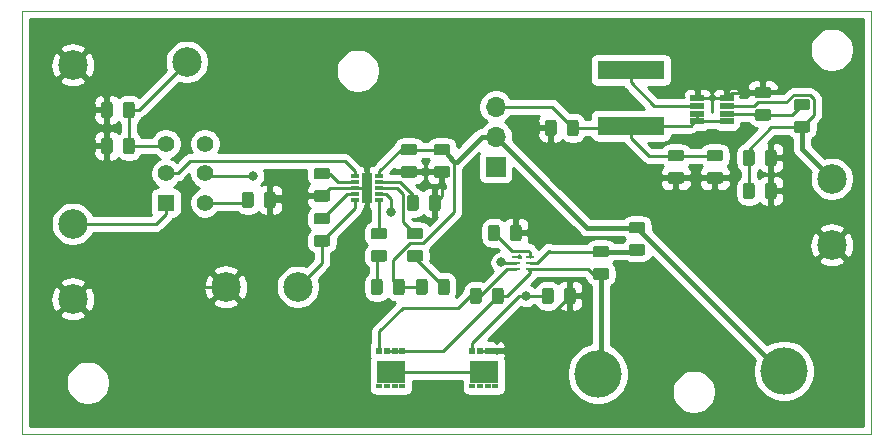
<source format=gbr>
G04 #@! TF.GenerationSoftware,KiCad,Pcbnew,(5.1.5)-3*
G04 #@! TF.CreationDate,2020-04-26T21:45:51-07:00*
G04 #@! TF.ProjectId,JessopIII_SPP460,4a657373-6f70-4494-9949-5f5350503436,rev?*
G04 #@! TF.SameCoordinates,Original*
G04 #@! TF.FileFunction,Copper,L1,Top*
G04 #@! TF.FilePolarity,Positive*
%FSLAX46Y46*%
G04 Gerber Fmt 4.6, Leading zero omitted, Abs format (unit mm)*
G04 Created by KiCad (PCBNEW (5.1.5)-3) date 2020-04-26 21:45:51*
%MOMM*%
%LPD*%
G04 APERTURE LIST*
G04 #@! TA.AperFunction,Profile*
%ADD10C,0.100000*%
G04 #@! TD*
G04 #@! TA.AperFunction,EtchedComponent*
%ADD11C,0.152400*%
G04 #@! TD*
G04 #@! TA.AperFunction,SMDPad,CuDef*
%ADD12C,0.100000*%
G04 #@! TD*
G04 #@! TA.AperFunction,SMDPad,CuDef*
%ADD13R,5.700000X1.600000*%
G04 #@! TD*
G04 #@! TA.AperFunction,ComponentPad*
%ADD14R,1.400000X1.400000*%
G04 #@! TD*
G04 #@! TA.AperFunction,ComponentPad*
%ADD15C,1.400000*%
G04 #@! TD*
G04 #@! TA.AperFunction,ComponentPad*
%ADD16R,1.700000X1.700000*%
G04 #@! TD*
G04 #@! TA.AperFunction,ComponentPad*
%ADD17O,1.700000X1.700000*%
G04 #@! TD*
G04 #@! TA.AperFunction,SMDPad,CuDef*
%ADD18R,0.660400X0.304800*%
G04 #@! TD*
G04 #@! TA.AperFunction,SMDPad,CuDef*
%ADD19R,0.939800X2.514600*%
G04 #@! TD*
G04 #@! TA.AperFunction,SMDPad,CuDef*
%ADD20R,0.660001X0.249999*%
G04 #@! TD*
G04 #@! TA.AperFunction,SMDPad,CuDef*
%ADD21R,0.700001X0.249999*%
G04 #@! TD*
G04 #@! TA.AperFunction,SMDPad,CuDef*
%ADD22R,1.220000X0.480000*%
G04 #@! TD*
G04 #@! TA.AperFunction,ComponentPad*
%ADD23C,2.499360*%
G04 #@! TD*
G04 #@! TA.AperFunction,ComponentPad*
%ADD24C,4.000500*%
G04 #@! TD*
G04 #@! TA.AperFunction,SMDPad,CuDef*
%ADD25R,0.500000X0.630000*%
G04 #@! TD*
G04 #@! TA.AperFunction,SMDPad,CuDef*
%ADD26R,2.450000X1.900000*%
G04 #@! TD*
G04 #@! TA.AperFunction,SMDPad,CuDef*
%ADD27R,0.500000X0.410000*%
G04 #@! TD*
G04 #@! TA.AperFunction,ViaPad*
%ADD28C,0.800000*%
G04 #@! TD*
G04 #@! TA.AperFunction,Conductor*
%ADD29C,0.250000*%
G04 #@! TD*
G04 #@! TA.AperFunction,Conductor*
%ADD30C,0.381000*%
G04 #@! TD*
G04 #@! TA.AperFunction,Conductor*
%ADD31C,0.248920*%
G04 #@! TD*
G04 #@! TA.AperFunction,Conductor*
%ADD32C,0.254000*%
G04 #@! TD*
G04 APERTURE END LIST*
D10*
X138430000Y-61722000D02*
X138430000Y-97536000D01*
X66548000Y-61722000D02*
X138430000Y-61722000D01*
X66548000Y-97536000D02*
X66548000Y-61722000D01*
X138430000Y-97536000D02*
X66548000Y-97536000D01*
D11*
G04 #@! TO.C,U2*
X108666001Y-82433003D02*
X108716000Y-82433003D01*
X108716000Y-82433003D02*
X108816000Y-82533002D01*
X108816000Y-82533002D02*
X108816000Y-82682999D01*
X108816000Y-82682999D02*
X108666001Y-82682999D01*
X108666001Y-82682999D02*
X108666001Y-82433003D01*
G04 #@! TD*
G04 #@! TA.AperFunction,SMDPad,CuDef*
D12*
G04 #@! TO.P,C1,2*
G04 #@! TO.N,GND*
G36*
X74006142Y-72453174D02*
G01*
X74029803Y-72456684D01*
X74053007Y-72462496D01*
X74075529Y-72470554D01*
X74097153Y-72480782D01*
X74117670Y-72493079D01*
X74136883Y-72507329D01*
X74154607Y-72523393D01*
X74170671Y-72541117D01*
X74184921Y-72560330D01*
X74197218Y-72580847D01*
X74207446Y-72602471D01*
X74215504Y-72624993D01*
X74221316Y-72648197D01*
X74224826Y-72671858D01*
X74226000Y-72695750D01*
X74226000Y-73608250D01*
X74224826Y-73632142D01*
X74221316Y-73655803D01*
X74215504Y-73679007D01*
X74207446Y-73701529D01*
X74197218Y-73723153D01*
X74184921Y-73743670D01*
X74170671Y-73762883D01*
X74154607Y-73780607D01*
X74136883Y-73796671D01*
X74117670Y-73810921D01*
X74097153Y-73823218D01*
X74075529Y-73833446D01*
X74053007Y-73841504D01*
X74029803Y-73847316D01*
X74006142Y-73850826D01*
X73982250Y-73852000D01*
X73494750Y-73852000D01*
X73470858Y-73850826D01*
X73447197Y-73847316D01*
X73423993Y-73841504D01*
X73401471Y-73833446D01*
X73379847Y-73823218D01*
X73359330Y-73810921D01*
X73340117Y-73796671D01*
X73322393Y-73780607D01*
X73306329Y-73762883D01*
X73292079Y-73743670D01*
X73279782Y-73723153D01*
X73269554Y-73701529D01*
X73261496Y-73679007D01*
X73255684Y-73655803D01*
X73252174Y-73632142D01*
X73251000Y-73608250D01*
X73251000Y-72695750D01*
X73252174Y-72671858D01*
X73255684Y-72648197D01*
X73261496Y-72624993D01*
X73269554Y-72602471D01*
X73279782Y-72580847D01*
X73292079Y-72560330D01*
X73306329Y-72541117D01*
X73322393Y-72523393D01*
X73340117Y-72507329D01*
X73359330Y-72493079D01*
X73379847Y-72480782D01*
X73401471Y-72470554D01*
X73423993Y-72462496D01*
X73447197Y-72456684D01*
X73470858Y-72453174D01*
X73494750Y-72452000D01*
X73982250Y-72452000D01*
X74006142Y-72453174D01*
G37*
G04 #@! TD.AperFunction*
G04 #@! TA.AperFunction,SMDPad,CuDef*
G04 #@! TO.P,C1,1*
G04 #@! TO.N,Net-(C1-Pad1)*
G36*
X75881142Y-72453174D02*
G01*
X75904803Y-72456684D01*
X75928007Y-72462496D01*
X75950529Y-72470554D01*
X75972153Y-72480782D01*
X75992670Y-72493079D01*
X76011883Y-72507329D01*
X76029607Y-72523393D01*
X76045671Y-72541117D01*
X76059921Y-72560330D01*
X76072218Y-72580847D01*
X76082446Y-72602471D01*
X76090504Y-72624993D01*
X76096316Y-72648197D01*
X76099826Y-72671858D01*
X76101000Y-72695750D01*
X76101000Y-73608250D01*
X76099826Y-73632142D01*
X76096316Y-73655803D01*
X76090504Y-73679007D01*
X76082446Y-73701529D01*
X76072218Y-73723153D01*
X76059921Y-73743670D01*
X76045671Y-73762883D01*
X76029607Y-73780607D01*
X76011883Y-73796671D01*
X75992670Y-73810921D01*
X75972153Y-73823218D01*
X75950529Y-73833446D01*
X75928007Y-73841504D01*
X75904803Y-73847316D01*
X75881142Y-73850826D01*
X75857250Y-73852000D01*
X75369750Y-73852000D01*
X75345858Y-73850826D01*
X75322197Y-73847316D01*
X75298993Y-73841504D01*
X75276471Y-73833446D01*
X75254847Y-73823218D01*
X75234330Y-73810921D01*
X75215117Y-73796671D01*
X75197393Y-73780607D01*
X75181329Y-73762883D01*
X75167079Y-73743670D01*
X75154782Y-73723153D01*
X75144554Y-73701529D01*
X75136496Y-73679007D01*
X75130684Y-73655803D01*
X75127174Y-73632142D01*
X75126000Y-73608250D01*
X75126000Y-72695750D01*
X75127174Y-72671858D01*
X75130684Y-72648197D01*
X75136496Y-72624993D01*
X75144554Y-72602471D01*
X75154782Y-72580847D01*
X75167079Y-72560330D01*
X75181329Y-72541117D01*
X75197393Y-72523393D01*
X75215117Y-72507329D01*
X75234330Y-72493079D01*
X75254847Y-72480782D01*
X75276471Y-72470554D01*
X75298993Y-72462496D01*
X75322197Y-72456684D01*
X75345858Y-72453174D01*
X75369750Y-72452000D01*
X75857250Y-72452000D01*
X75881142Y-72453174D01*
G37*
G04 #@! TD.AperFunction*
G04 #@! TD*
G04 #@! TA.AperFunction,SMDPad,CuDef*
G04 #@! TO.P,C2,1*
G04 #@! TO.N,Net-(C1-Pad1)*
G36*
X75881142Y-69405174D02*
G01*
X75904803Y-69408684D01*
X75928007Y-69414496D01*
X75950529Y-69422554D01*
X75972153Y-69432782D01*
X75992670Y-69445079D01*
X76011883Y-69459329D01*
X76029607Y-69475393D01*
X76045671Y-69493117D01*
X76059921Y-69512330D01*
X76072218Y-69532847D01*
X76082446Y-69554471D01*
X76090504Y-69576993D01*
X76096316Y-69600197D01*
X76099826Y-69623858D01*
X76101000Y-69647750D01*
X76101000Y-70560250D01*
X76099826Y-70584142D01*
X76096316Y-70607803D01*
X76090504Y-70631007D01*
X76082446Y-70653529D01*
X76072218Y-70675153D01*
X76059921Y-70695670D01*
X76045671Y-70714883D01*
X76029607Y-70732607D01*
X76011883Y-70748671D01*
X75992670Y-70762921D01*
X75972153Y-70775218D01*
X75950529Y-70785446D01*
X75928007Y-70793504D01*
X75904803Y-70799316D01*
X75881142Y-70802826D01*
X75857250Y-70804000D01*
X75369750Y-70804000D01*
X75345858Y-70802826D01*
X75322197Y-70799316D01*
X75298993Y-70793504D01*
X75276471Y-70785446D01*
X75254847Y-70775218D01*
X75234330Y-70762921D01*
X75215117Y-70748671D01*
X75197393Y-70732607D01*
X75181329Y-70714883D01*
X75167079Y-70695670D01*
X75154782Y-70675153D01*
X75144554Y-70653529D01*
X75136496Y-70631007D01*
X75130684Y-70607803D01*
X75127174Y-70584142D01*
X75126000Y-70560250D01*
X75126000Y-69647750D01*
X75127174Y-69623858D01*
X75130684Y-69600197D01*
X75136496Y-69576993D01*
X75144554Y-69554471D01*
X75154782Y-69532847D01*
X75167079Y-69512330D01*
X75181329Y-69493117D01*
X75197393Y-69475393D01*
X75215117Y-69459329D01*
X75234330Y-69445079D01*
X75254847Y-69432782D01*
X75276471Y-69422554D01*
X75298993Y-69414496D01*
X75322197Y-69408684D01*
X75345858Y-69405174D01*
X75369750Y-69404000D01*
X75857250Y-69404000D01*
X75881142Y-69405174D01*
G37*
G04 #@! TD.AperFunction*
G04 #@! TA.AperFunction,SMDPad,CuDef*
G04 #@! TO.P,C2,2*
G04 #@! TO.N,GND*
G36*
X74006142Y-69405174D02*
G01*
X74029803Y-69408684D01*
X74053007Y-69414496D01*
X74075529Y-69422554D01*
X74097153Y-69432782D01*
X74117670Y-69445079D01*
X74136883Y-69459329D01*
X74154607Y-69475393D01*
X74170671Y-69493117D01*
X74184921Y-69512330D01*
X74197218Y-69532847D01*
X74207446Y-69554471D01*
X74215504Y-69576993D01*
X74221316Y-69600197D01*
X74224826Y-69623858D01*
X74226000Y-69647750D01*
X74226000Y-70560250D01*
X74224826Y-70584142D01*
X74221316Y-70607803D01*
X74215504Y-70631007D01*
X74207446Y-70653529D01*
X74197218Y-70675153D01*
X74184921Y-70695670D01*
X74170671Y-70714883D01*
X74154607Y-70732607D01*
X74136883Y-70748671D01*
X74117670Y-70762921D01*
X74097153Y-70775218D01*
X74075529Y-70785446D01*
X74053007Y-70793504D01*
X74029803Y-70799316D01*
X74006142Y-70802826D01*
X73982250Y-70804000D01*
X73494750Y-70804000D01*
X73470858Y-70802826D01*
X73447197Y-70799316D01*
X73423993Y-70793504D01*
X73401471Y-70785446D01*
X73379847Y-70775218D01*
X73359330Y-70762921D01*
X73340117Y-70748671D01*
X73322393Y-70732607D01*
X73306329Y-70714883D01*
X73292079Y-70695670D01*
X73279782Y-70675153D01*
X73269554Y-70653529D01*
X73261496Y-70631007D01*
X73255684Y-70607803D01*
X73252174Y-70584142D01*
X73251000Y-70560250D01*
X73251000Y-69647750D01*
X73252174Y-69623858D01*
X73255684Y-69600197D01*
X73261496Y-69576993D01*
X73269554Y-69554471D01*
X73279782Y-69532847D01*
X73292079Y-69512330D01*
X73306329Y-69493117D01*
X73322393Y-69475393D01*
X73340117Y-69459329D01*
X73359330Y-69445079D01*
X73379847Y-69432782D01*
X73401471Y-69422554D01*
X73423993Y-69414496D01*
X73447197Y-69408684D01*
X73470858Y-69405174D01*
X73494750Y-69404000D01*
X73982250Y-69404000D01*
X74006142Y-69405174D01*
G37*
G04 #@! TD.AperFunction*
G04 #@! TD*
G04 #@! TA.AperFunction,SMDPad,CuDef*
G04 #@! TO.P,C3,2*
G04 #@! TO.N,GND*
G36*
X99794142Y-74873174D02*
G01*
X99817803Y-74876684D01*
X99841007Y-74882496D01*
X99863529Y-74890554D01*
X99885153Y-74900782D01*
X99905670Y-74913079D01*
X99924883Y-74927329D01*
X99942607Y-74943393D01*
X99958671Y-74961117D01*
X99972921Y-74980330D01*
X99985218Y-75000847D01*
X99995446Y-75022471D01*
X100003504Y-75044993D01*
X100009316Y-75068197D01*
X100012826Y-75091858D01*
X100014000Y-75115750D01*
X100014000Y-75603250D01*
X100012826Y-75627142D01*
X100009316Y-75650803D01*
X100003504Y-75674007D01*
X99995446Y-75696529D01*
X99985218Y-75718153D01*
X99972921Y-75738670D01*
X99958671Y-75757883D01*
X99942607Y-75775607D01*
X99924883Y-75791671D01*
X99905670Y-75805921D01*
X99885153Y-75818218D01*
X99863529Y-75828446D01*
X99841007Y-75836504D01*
X99817803Y-75842316D01*
X99794142Y-75845826D01*
X99770250Y-75847000D01*
X98857750Y-75847000D01*
X98833858Y-75845826D01*
X98810197Y-75842316D01*
X98786993Y-75836504D01*
X98764471Y-75828446D01*
X98742847Y-75818218D01*
X98722330Y-75805921D01*
X98703117Y-75791671D01*
X98685393Y-75775607D01*
X98669329Y-75757883D01*
X98655079Y-75738670D01*
X98642782Y-75718153D01*
X98632554Y-75696529D01*
X98624496Y-75674007D01*
X98618684Y-75650803D01*
X98615174Y-75627142D01*
X98614000Y-75603250D01*
X98614000Y-75115750D01*
X98615174Y-75091858D01*
X98618684Y-75068197D01*
X98624496Y-75044993D01*
X98632554Y-75022471D01*
X98642782Y-75000847D01*
X98655079Y-74980330D01*
X98669329Y-74961117D01*
X98685393Y-74943393D01*
X98703117Y-74927329D01*
X98722330Y-74913079D01*
X98742847Y-74900782D01*
X98764471Y-74890554D01*
X98786993Y-74882496D01*
X98810197Y-74876684D01*
X98833858Y-74873174D01*
X98857750Y-74872000D01*
X99770250Y-74872000D01*
X99794142Y-74873174D01*
G37*
G04 #@! TD.AperFunction*
G04 #@! TA.AperFunction,SMDPad,CuDef*
G04 #@! TO.P,C3,1*
G04 #@! TO.N,Net-(C3-Pad1)*
G36*
X99794142Y-72998174D02*
G01*
X99817803Y-73001684D01*
X99841007Y-73007496D01*
X99863529Y-73015554D01*
X99885153Y-73025782D01*
X99905670Y-73038079D01*
X99924883Y-73052329D01*
X99942607Y-73068393D01*
X99958671Y-73086117D01*
X99972921Y-73105330D01*
X99985218Y-73125847D01*
X99995446Y-73147471D01*
X100003504Y-73169993D01*
X100009316Y-73193197D01*
X100012826Y-73216858D01*
X100014000Y-73240750D01*
X100014000Y-73728250D01*
X100012826Y-73752142D01*
X100009316Y-73775803D01*
X100003504Y-73799007D01*
X99995446Y-73821529D01*
X99985218Y-73843153D01*
X99972921Y-73863670D01*
X99958671Y-73882883D01*
X99942607Y-73900607D01*
X99924883Y-73916671D01*
X99905670Y-73930921D01*
X99885153Y-73943218D01*
X99863529Y-73953446D01*
X99841007Y-73961504D01*
X99817803Y-73967316D01*
X99794142Y-73970826D01*
X99770250Y-73972000D01*
X98857750Y-73972000D01*
X98833858Y-73970826D01*
X98810197Y-73967316D01*
X98786993Y-73961504D01*
X98764471Y-73953446D01*
X98742847Y-73943218D01*
X98722330Y-73930921D01*
X98703117Y-73916671D01*
X98685393Y-73900607D01*
X98669329Y-73882883D01*
X98655079Y-73863670D01*
X98642782Y-73843153D01*
X98632554Y-73821529D01*
X98624496Y-73799007D01*
X98618684Y-73775803D01*
X98615174Y-73752142D01*
X98614000Y-73728250D01*
X98614000Y-73240750D01*
X98615174Y-73216858D01*
X98618684Y-73193197D01*
X98624496Y-73169993D01*
X98632554Y-73147471D01*
X98642782Y-73125847D01*
X98655079Y-73105330D01*
X98669329Y-73086117D01*
X98685393Y-73068393D01*
X98703117Y-73052329D01*
X98722330Y-73038079D01*
X98742847Y-73025782D01*
X98764471Y-73015554D01*
X98786993Y-73007496D01*
X98810197Y-73001684D01*
X98833858Y-72998174D01*
X98857750Y-72997000D01*
X99770250Y-72997000D01*
X99794142Y-72998174D01*
G37*
G04 #@! TD.AperFunction*
G04 #@! TD*
G04 #@! TA.AperFunction,SMDPad,CuDef*
G04 #@! TO.P,C4,1*
G04 #@! TO.N,Net-(C3-Pad1)*
G36*
X102588142Y-72998174D02*
G01*
X102611803Y-73001684D01*
X102635007Y-73007496D01*
X102657529Y-73015554D01*
X102679153Y-73025782D01*
X102699670Y-73038079D01*
X102718883Y-73052329D01*
X102736607Y-73068393D01*
X102752671Y-73086117D01*
X102766921Y-73105330D01*
X102779218Y-73125847D01*
X102789446Y-73147471D01*
X102797504Y-73169993D01*
X102803316Y-73193197D01*
X102806826Y-73216858D01*
X102808000Y-73240750D01*
X102808000Y-73728250D01*
X102806826Y-73752142D01*
X102803316Y-73775803D01*
X102797504Y-73799007D01*
X102789446Y-73821529D01*
X102779218Y-73843153D01*
X102766921Y-73863670D01*
X102752671Y-73882883D01*
X102736607Y-73900607D01*
X102718883Y-73916671D01*
X102699670Y-73930921D01*
X102679153Y-73943218D01*
X102657529Y-73953446D01*
X102635007Y-73961504D01*
X102611803Y-73967316D01*
X102588142Y-73970826D01*
X102564250Y-73972000D01*
X101651750Y-73972000D01*
X101627858Y-73970826D01*
X101604197Y-73967316D01*
X101580993Y-73961504D01*
X101558471Y-73953446D01*
X101536847Y-73943218D01*
X101516330Y-73930921D01*
X101497117Y-73916671D01*
X101479393Y-73900607D01*
X101463329Y-73882883D01*
X101449079Y-73863670D01*
X101436782Y-73843153D01*
X101426554Y-73821529D01*
X101418496Y-73799007D01*
X101412684Y-73775803D01*
X101409174Y-73752142D01*
X101408000Y-73728250D01*
X101408000Y-73240750D01*
X101409174Y-73216858D01*
X101412684Y-73193197D01*
X101418496Y-73169993D01*
X101426554Y-73147471D01*
X101436782Y-73125847D01*
X101449079Y-73105330D01*
X101463329Y-73086117D01*
X101479393Y-73068393D01*
X101497117Y-73052329D01*
X101516330Y-73038079D01*
X101536847Y-73025782D01*
X101558471Y-73015554D01*
X101580993Y-73007496D01*
X101604197Y-73001684D01*
X101627858Y-72998174D01*
X101651750Y-72997000D01*
X102564250Y-72997000D01*
X102588142Y-72998174D01*
G37*
G04 #@! TD.AperFunction*
G04 #@! TA.AperFunction,SMDPad,CuDef*
G04 #@! TO.P,C4,2*
G04 #@! TO.N,GND*
G36*
X102588142Y-74873174D02*
G01*
X102611803Y-74876684D01*
X102635007Y-74882496D01*
X102657529Y-74890554D01*
X102679153Y-74900782D01*
X102699670Y-74913079D01*
X102718883Y-74927329D01*
X102736607Y-74943393D01*
X102752671Y-74961117D01*
X102766921Y-74980330D01*
X102779218Y-75000847D01*
X102789446Y-75022471D01*
X102797504Y-75044993D01*
X102803316Y-75068197D01*
X102806826Y-75091858D01*
X102808000Y-75115750D01*
X102808000Y-75603250D01*
X102806826Y-75627142D01*
X102803316Y-75650803D01*
X102797504Y-75674007D01*
X102789446Y-75696529D01*
X102779218Y-75718153D01*
X102766921Y-75738670D01*
X102752671Y-75757883D01*
X102736607Y-75775607D01*
X102718883Y-75791671D01*
X102699670Y-75805921D01*
X102679153Y-75818218D01*
X102657529Y-75828446D01*
X102635007Y-75836504D01*
X102611803Y-75842316D01*
X102588142Y-75845826D01*
X102564250Y-75847000D01*
X101651750Y-75847000D01*
X101627858Y-75845826D01*
X101604197Y-75842316D01*
X101580993Y-75836504D01*
X101558471Y-75828446D01*
X101536847Y-75818218D01*
X101516330Y-75805921D01*
X101497117Y-75791671D01*
X101479393Y-75775607D01*
X101463329Y-75757883D01*
X101449079Y-75738670D01*
X101436782Y-75718153D01*
X101426554Y-75696529D01*
X101418496Y-75674007D01*
X101412684Y-75650803D01*
X101409174Y-75627142D01*
X101408000Y-75603250D01*
X101408000Y-75115750D01*
X101409174Y-75091858D01*
X101412684Y-75068197D01*
X101418496Y-75044993D01*
X101426554Y-75022471D01*
X101436782Y-75000847D01*
X101449079Y-74980330D01*
X101463329Y-74961117D01*
X101479393Y-74943393D01*
X101497117Y-74927329D01*
X101516330Y-74913079D01*
X101536847Y-74900782D01*
X101558471Y-74890554D01*
X101580993Y-74882496D01*
X101604197Y-74876684D01*
X101627858Y-74873174D01*
X101651750Y-74872000D01*
X102564250Y-74872000D01*
X102588142Y-74873174D01*
G37*
G04 #@! TD.AperFunction*
G04 #@! TD*
G04 #@! TA.AperFunction,SMDPad,CuDef*
G04 #@! TO.P,C5,1*
G04 #@! TO.N,Net-(C5-Pad1)*
G36*
X116050142Y-83509174D02*
G01*
X116073803Y-83512684D01*
X116097007Y-83518496D01*
X116119529Y-83526554D01*
X116141153Y-83536782D01*
X116161670Y-83549079D01*
X116180883Y-83563329D01*
X116198607Y-83579393D01*
X116214671Y-83597117D01*
X116228921Y-83616330D01*
X116241218Y-83636847D01*
X116251446Y-83658471D01*
X116259504Y-83680993D01*
X116265316Y-83704197D01*
X116268826Y-83727858D01*
X116270000Y-83751750D01*
X116270000Y-84239250D01*
X116268826Y-84263142D01*
X116265316Y-84286803D01*
X116259504Y-84310007D01*
X116251446Y-84332529D01*
X116241218Y-84354153D01*
X116228921Y-84374670D01*
X116214671Y-84393883D01*
X116198607Y-84411607D01*
X116180883Y-84427671D01*
X116161670Y-84441921D01*
X116141153Y-84454218D01*
X116119529Y-84464446D01*
X116097007Y-84472504D01*
X116073803Y-84478316D01*
X116050142Y-84481826D01*
X116026250Y-84483000D01*
X115113750Y-84483000D01*
X115089858Y-84481826D01*
X115066197Y-84478316D01*
X115042993Y-84472504D01*
X115020471Y-84464446D01*
X114998847Y-84454218D01*
X114978330Y-84441921D01*
X114959117Y-84427671D01*
X114941393Y-84411607D01*
X114925329Y-84393883D01*
X114911079Y-84374670D01*
X114898782Y-84354153D01*
X114888554Y-84332529D01*
X114880496Y-84310007D01*
X114874684Y-84286803D01*
X114871174Y-84263142D01*
X114870000Y-84239250D01*
X114870000Y-83751750D01*
X114871174Y-83727858D01*
X114874684Y-83704197D01*
X114880496Y-83680993D01*
X114888554Y-83658471D01*
X114898782Y-83636847D01*
X114911079Y-83616330D01*
X114925329Y-83597117D01*
X114941393Y-83579393D01*
X114959117Y-83563329D01*
X114978330Y-83549079D01*
X114998847Y-83536782D01*
X115020471Y-83526554D01*
X115042993Y-83518496D01*
X115066197Y-83512684D01*
X115089858Y-83509174D01*
X115113750Y-83508000D01*
X116026250Y-83508000D01*
X116050142Y-83509174D01*
G37*
G04 #@! TD.AperFunction*
G04 #@! TA.AperFunction,SMDPad,CuDef*
G04 #@! TO.P,C5,2*
G04 #@! TO.N,Net-(C5-Pad2)*
G36*
X116050142Y-81634174D02*
G01*
X116073803Y-81637684D01*
X116097007Y-81643496D01*
X116119529Y-81651554D01*
X116141153Y-81661782D01*
X116161670Y-81674079D01*
X116180883Y-81688329D01*
X116198607Y-81704393D01*
X116214671Y-81722117D01*
X116228921Y-81741330D01*
X116241218Y-81761847D01*
X116251446Y-81783471D01*
X116259504Y-81805993D01*
X116265316Y-81829197D01*
X116268826Y-81852858D01*
X116270000Y-81876750D01*
X116270000Y-82364250D01*
X116268826Y-82388142D01*
X116265316Y-82411803D01*
X116259504Y-82435007D01*
X116251446Y-82457529D01*
X116241218Y-82479153D01*
X116228921Y-82499670D01*
X116214671Y-82518883D01*
X116198607Y-82536607D01*
X116180883Y-82552671D01*
X116161670Y-82566921D01*
X116141153Y-82579218D01*
X116119529Y-82589446D01*
X116097007Y-82597504D01*
X116073803Y-82603316D01*
X116050142Y-82606826D01*
X116026250Y-82608000D01*
X115113750Y-82608000D01*
X115089858Y-82606826D01*
X115066197Y-82603316D01*
X115042993Y-82597504D01*
X115020471Y-82589446D01*
X114998847Y-82579218D01*
X114978330Y-82566921D01*
X114959117Y-82552671D01*
X114941393Y-82536607D01*
X114925329Y-82518883D01*
X114911079Y-82499670D01*
X114898782Y-82479153D01*
X114888554Y-82457529D01*
X114880496Y-82435007D01*
X114874684Y-82411803D01*
X114871174Y-82388142D01*
X114870000Y-82364250D01*
X114870000Y-81876750D01*
X114871174Y-81852858D01*
X114874684Y-81829197D01*
X114880496Y-81805993D01*
X114888554Y-81783471D01*
X114898782Y-81761847D01*
X114911079Y-81741330D01*
X114925329Y-81722117D01*
X114941393Y-81704393D01*
X114959117Y-81688329D01*
X114978330Y-81674079D01*
X114998847Y-81661782D01*
X115020471Y-81651554D01*
X115042993Y-81643496D01*
X115066197Y-81637684D01*
X115089858Y-81634174D01*
X115113750Y-81633000D01*
X116026250Y-81633000D01*
X116050142Y-81634174D01*
G37*
G04 #@! TD.AperFunction*
G04 #@! TD*
G04 #@! TA.AperFunction,SMDPad,CuDef*
G04 #@! TO.P,C6,2*
G04 #@! TO.N,GND*
G36*
X111598142Y-70929174D02*
G01*
X111621803Y-70932684D01*
X111645007Y-70938496D01*
X111667529Y-70946554D01*
X111689153Y-70956782D01*
X111709670Y-70969079D01*
X111728883Y-70983329D01*
X111746607Y-70999393D01*
X111762671Y-71017117D01*
X111776921Y-71036330D01*
X111789218Y-71056847D01*
X111799446Y-71078471D01*
X111807504Y-71100993D01*
X111813316Y-71124197D01*
X111816826Y-71147858D01*
X111818000Y-71171750D01*
X111818000Y-72084250D01*
X111816826Y-72108142D01*
X111813316Y-72131803D01*
X111807504Y-72155007D01*
X111799446Y-72177529D01*
X111789218Y-72199153D01*
X111776921Y-72219670D01*
X111762671Y-72238883D01*
X111746607Y-72256607D01*
X111728883Y-72272671D01*
X111709670Y-72286921D01*
X111689153Y-72299218D01*
X111667529Y-72309446D01*
X111645007Y-72317504D01*
X111621803Y-72323316D01*
X111598142Y-72326826D01*
X111574250Y-72328000D01*
X111086750Y-72328000D01*
X111062858Y-72326826D01*
X111039197Y-72323316D01*
X111015993Y-72317504D01*
X110993471Y-72309446D01*
X110971847Y-72299218D01*
X110951330Y-72286921D01*
X110932117Y-72272671D01*
X110914393Y-72256607D01*
X110898329Y-72238883D01*
X110884079Y-72219670D01*
X110871782Y-72199153D01*
X110861554Y-72177529D01*
X110853496Y-72155007D01*
X110847684Y-72131803D01*
X110844174Y-72108142D01*
X110843000Y-72084250D01*
X110843000Y-71171750D01*
X110844174Y-71147858D01*
X110847684Y-71124197D01*
X110853496Y-71100993D01*
X110861554Y-71078471D01*
X110871782Y-71056847D01*
X110884079Y-71036330D01*
X110898329Y-71017117D01*
X110914393Y-70999393D01*
X110932117Y-70983329D01*
X110951330Y-70969079D01*
X110971847Y-70956782D01*
X110993471Y-70946554D01*
X111015993Y-70938496D01*
X111039197Y-70932684D01*
X111062858Y-70929174D01*
X111086750Y-70928000D01*
X111574250Y-70928000D01*
X111598142Y-70929174D01*
G37*
G04 #@! TD.AperFunction*
G04 #@! TA.AperFunction,SMDPad,CuDef*
G04 #@! TO.P,C6,1*
G04 #@! TO.N,Net-(C6-Pad1)*
G36*
X113473142Y-70929174D02*
G01*
X113496803Y-70932684D01*
X113520007Y-70938496D01*
X113542529Y-70946554D01*
X113564153Y-70956782D01*
X113584670Y-70969079D01*
X113603883Y-70983329D01*
X113621607Y-70999393D01*
X113637671Y-71017117D01*
X113651921Y-71036330D01*
X113664218Y-71056847D01*
X113674446Y-71078471D01*
X113682504Y-71100993D01*
X113688316Y-71124197D01*
X113691826Y-71147858D01*
X113693000Y-71171750D01*
X113693000Y-72084250D01*
X113691826Y-72108142D01*
X113688316Y-72131803D01*
X113682504Y-72155007D01*
X113674446Y-72177529D01*
X113664218Y-72199153D01*
X113651921Y-72219670D01*
X113637671Y-72238883D01*
X113621607Y-72256607D01*
X113603883Y-72272671D01*
X113584670Y-72286921D01*
X113564153Y-72299218D01*
X113542529Y-72309446D01*
X113520007Y-72317504D01*
X113496803Y-72323316D01*
X113473142Y-72326826D01*
X113449250Y-72328000D01*
X112961750Y-72328000D01*
X112937858Y-72326826D01*
X112914197Y-72323316D01*
X112890993Y-72317504D01*
X112868471Y-72309446D01*
X112846847Y-72299218D01*
X112826330Y-72286921D01*
X112807117Y-72272671D01*
X112789393Y-72256607D01*
X112773329Y-72238883D01*
X112759079Y-72219670D01*
X112746782Y-72199153D01*
X112736554Y-72177529D01*
X112728496Y-72155007D01*
X112722684Y-72131803D01*
X112719174Y-72108142D01*
X112718000Y-72084250D01*
X112718000Y-71171750D01*
X112719174Y-71147858D01*
X112722684Y-71124197D01*
X112728496Y-71100993D01*
X112736554Y-71078471D01*
X112746782Y-71056847D01*
X112759079Y-71036330D01*
X112773329Y-71017117D01*
X112789393Y-70999393D01*
X112807117Y-70983329D01*
X112826330Y-70969079D01*
X112846847Y-70956782D01*
X112868471Y-70946554D01*
X112890993Y-70938496D01*
X112914197Y-70932684D01*
X112937858Y-70929174D01*
X112961750Y-70928000D01*
X113449250Y-70928000D01*
X113473142Y-70929174D01*
G37*
G04 #@! TD.AperFunction*
G04 #@! TD*
G04 #@! TA.AperFunction,SMDPad,CuDef*
G04 #@! TO.P,C7,1*
G04 #@! TO.N,GND*
G36*
X125702142Y-75381174D02*
G01*
X125725803Y-75384684D01*
X125749007Y-75390496D01*
X125771529Y-75398554D01*
X125793153Y-75408782D01*
X125813670Y-75421079D01*
X125832883Y-75435329D01*
X125850607Y-75451393D01*
X125866671Y-75469117D01*
X125880921Y-75488330D01*
X125893218Y-75508847D01*
X125903446Y-75530471D01*
X125911504Y-75552993D01*
X125917316Y-75576197D01*
X125920826Y-75599858D01*
X125922000Y-75623750D01*
X125922000Y-76111250D01*
X125920826Y-76135142D01*
X125917316Y-76158803D01*
X125911504Y-76182007D01*
X125903446Y-76204529D01*
X125893218Y-76226153D01*
X125880921Y-76246670D01*
X125866671Y-76265883D01*
X125850607Y-76283607D01*
X125832883Y-76299671D01*
X125813670Y-76313921D01*
X125793153Y-76326218D01*
X125771529Y-76336446D01*
X125749007Y-76344504D01*
X125725803Y-76350316D01*
X125702142Y-76353826D01*
X125678250Y-76355000D01*
X124765750Y-76355000D01*
X124741858Y-76353826D01*
X124718197Y-76350316D01*
X124694993Y-76344504D01*
X124672471Y-76336446D01*
X124650847Y-76326218D01*
X124630330Y-76313921D01*
X124611117Y-76299671D01*
X124593393Y-76283607D01*
X124577329Y-76265883D01*
X124563079Y-76246670D01*
X124550782Y-76226153D01*
X124540554Y-76204529D01*
X124532496Y-76182007D01*
X124526684Y-76158803D01*
X124523174Y-76135142D01*
X124522000Y-76111250D01*
X124522000Y-75623750D01*
X124523174Y-75599858D01*
X124526684Y-75576197D01*
X124532496Y-75552993D01*
X124540554Y-75530471D01*
X124550782Y-75508847D01*
X124563079Y-75488330D01*
X124577329Y-75469117D01*
X124593393Y-75451393D01*
X124611117Y-75435329D01*
X124630330Y-75421079D01*
X124650847Y-75408782D01*
X124672471Y-75398554D01*
X124694993Y-75390496D01*
X124718197Y-75384684D01*
X124741858Y-75381174D01*
X124765750Y-75380000D01*
X125678250Y-75380000D01*
X125702142Y-75381174D01*
G37*
G04 #@! TD.AperFunction*
G04 #@! TA.AperFunction,SMDPad,CuDef*
G04 #@! TO.P,C7,2*
G04 #@! TO.N,Net-(C6-Pad1)*
G36*
X125702142Y-73506174D02*
G01*
X125725803Y-73509684D01*
X125749007Y-73515496D01*
X125771529Y-73523554D01*
X125793153Y-73533782D01*
X125813670Y-73546079D01*
X125832883Y-73560329D01*
X125850607Y-73576393D01*
X125866671Y-73594117D01*
X125880921Y-73613330D01*
X125893218Y-73633847D01*
X125903446Y-73655471D01*
X125911504Y-73677993D01*
X125917316Y-73701197D01*
X125920826Y-73724858D01*
X125922000Y-73748750D01*
X125922000Y-74236250D01*
X125920826Y-74260142D01*
X125917316Y-74283803D01*
X125911504Y-74307007D01*
X125903446Y-74329529D01*
X125893218Y-74351153D01*
X125880921Y-74371670D01*
X125866671Y-74390883D01*
X125850607Y-74408607D01*
X125832883Y-74424671D01*
X125813670Y-74438921D01*
X125793153Y-74451218D01*
X125771529Y-74461446D01*
X125749007Y-74469504D01*
X125725803Y-74475316D01*
X125702142Y-74478826D01*
X125678250Y-74480000D01*
X124765750Y-74480000D01*
X124741858Y-74478826D01*
X124718197Y-74475316D01*
X124694993Y-74469504D01*
X124672471Y-74461446D01*
X124650847Y-74451218D01*
X124630330Y-74438921D01*
X124611117Y-74424671D01*
X124593393Y-74408607D01*
X124577329Y-74390883D01*
X124563079Y-74371670D01*
X124550782Y-74351153D01*
X124540554Y-74329529D01*
X124532496Y-74307007D01*
X124526684Y-74283803D01*
X124523174Y-74260142D01*
X124522000Y-74236250D01*
X124522000Y-73748750D01*
X124523174Y-73724858D01*
X124526684Y-73701197D01*
X124532496Y-73677993D01*
X124540554Y-73655471D01*
X124550782Y-73633847D01*
X124563079Y-73613330D01*
X124577329Y-73594117D01*
X124593393Y-73576393D01*
X124611117Y-73560329D01*
X124630330Y-73546079D01*
X124650847Y-73533782D01*
X124672471Y-73523554D01*
X124694993Y-73515496D01*
X124718197Y-73509684D01*
X124741858Y-73506174D01*
X124765750Y-73505000D01*
X125678250Y-73505000D01*
X125702142Y-73506174D01*
G37*
G04 #@! TD.AperFunction*
G04 #@! TD*
G04 #@! TA.AperFunction,SMDPad,CuDef*
G04 #@! TO.P,C8,2*
G04 #@! TO.N,GND*
G36*
X130237142Y-73469174D02*
G01*
X130260803Y-73472684D01*
X130284007Y-73478496D01*
X130306529Y-73486554D01*
X130328153Y-73496782D01*
X130348670Y-73509079D01*
X130367883Y-73523329D01*
X130385607Y-73539393D01*
X130401671Y-73557117D01*
X130415921Y-73576330D01*
X130428218Y-73596847D01*
X130438446Y-73618471D01*
X130446504Y-73640993D01*
X130452316Y-73664197D01*
X130455826Y-73687858D01*
X130457000Y-73711750D01*
X130457000Y-74624250D01*
X130455826Y-74648142D01*
X130452316Y-74671803D01*
X130446504Y-74695007D01*
X130438446Y-74717529D01*
X130428218Y-74739153D01*
X130415921Y-74759670D01*
X130401671Y-74778883D01*
X130385607Y-74796607D01*
X130367883Y-74812671D01*
X130348670Y-74826921D01*
X130328153Y-74839218D01*
X130306529Y-74849446D01*
X130284007Y-74857504D01*
X130260803Y-74863316D01*
X130237142Y-74866826D01*
X130213250Y-74868000D01*
X129725750Y-74868000D01*
X129701858Y-74866826D01*
X129678197Y-74863316D01*
X129654993Y-74857504D01*
X129632471Y-74849446D01*
X129610847Y-74839218D01*
X129590330Y-74826921D01*
X129571117Y-74812671D01*
X129553393Y-74796607D01*
X129537329Y-74778883D01*
X129523079Y-74759670D01*
X129510782Y-74739153D01*
X129500554Y-74717529D01*
X129492496Y-74695007D01*
X129486684Y-74671803D01*
X129483174Y-74648142D01*
X129482000Y-74624250D01*
X129482000Y-73711750D01*
X129483174Y-73687858D01*
X129486684Y-73664197D01*
X129492496Y-73640993D01*
X129500554Y-73618471D01*
X129510782Y-73596847D01*
X129523079Y-73576330D01*
X129537329Y-73557117D01*
X129553393Y-73539393D01*
X129571117Y-73523329D01*
X129590330Y-73509079D01*
X129610847Y-73496782D01*
X129632471Y-73486554D01*
X129654993Y-73478496D01*
X129678197Y-73472684D01*
X129701858Y-73469174D01*
X129725750Y-73468000D01*
X130213250Y-73468000D01*
X130237142Y-73469174D01*
G37*
G04 #@! TD.AperFunction*
G04 #@! TA.AperFunction,SMDPad,CuDef*
G04 #@! TO.P,C8,1*
G04 #@! TO.N,Net-(C8-Pad1)*
G36*
X128362142Y-73469174D02*
G01*
X128385803Y-73472684D01*
X128409007Y-73478496D01*
X128431529Y-73486554D01*
X128453153Y-73496782D01*
X128473670Y-73509079D01*
X128492883Y-73523329D01*
X128510607Y-73539393D01*
X128526671Y-73557117D01*
X128540921Y-73576330D01*
X128553218Y-73596847D01*
X128563446Y-73618471D01*
X128571504Y-73640993D01*
X128577316Y-73664197D01*
X128580826Y-73687858D01*
X128582000Y-73711750D01*
X128582000Y-74624250D01*
X128580826Y-74648142D01*
X128577316Y-74671803D01*
X128571504Y-74695007D01*
X128563446Y-74717529D01*
X128553218Y-74739153D01*
X128540921Y-74759670D01*
X128526671Y-74778883D01*
X128510607Y-74796607D01*
X128492883Y-74812671D01*
X128473670Y-74826921D01*
X128453153Y-74839218D01*
X128431529Y-74849446D01*
X128409007Y-74857504D01*
X128385803Y-74863316D01*
X128362142Y-74866826D01*
X128338250Y-74868000D01*
X127850750Y-74868000D01*
X127826858Y-74866826D01*
X127803197Y-74863316D01*
X127779993Y-74857504D01*
X127757471Y-74849446D01*
X127735847Y-74839218D01*
X127715330Y-74826921D01*
X127696117Y-74812671D01*
X127678393Y-74796607D01*
X127662329Y-74778883D01*
X127648079Y-74759670D01*
X127635782Y-74739153D01*
X127625554Y-74717529D01*
X127617496Y-74695007D01*
X127611684Y-74671803D01*
X127608174Y-74648142D01*
X127607000Y-74624250D01*
X127607000Y-73711750D01*
X127608174Y-73687858D01*
X127611684Y-73664197D01*
X127617496Y-73640993D01*
X127625554Y-73618471D01*
X127635782Y-73596847D01*
X127648079Y-73576330D01*
X127662329Y-73557117D01*
X127678393Y-73539393D01*
X127696117Y-73523329D01*
X127715330Y-73509079D01*
X127735847Y-73496782D01*
X127757471Y-73486554D01*
X127779993Y-73478496D01*
X127803197Y-73472684D01*
X127826858Y-73469174D01*
X127850750Y-73468000D01*
X128338250Y-73468000D01*
X128362142Y-73469174D01*
G37*
G04 #@! TD.AperFunction*
G04 #@! TD*
G04 #@! TA.AperFunction,SMDPad,CuDef*
G04 #@! TO.P,C9,1*
G04 #@! TO.N,Net-(C8-Pad1)*
G36*
X128362142Y-76263174D02*
G01*
X128385803Y-76266684D01*
X128409007Y-76272496D01*
X128431529Y-76280554D01*
X128453153Y-76290782D01*
X128473670Y-76303079D01*
X128492883Y-76317329D01*
X128510607Y-76333393D01*
X128526671Y-76351117D01*
X128540921Y-76370330D01*
X128553218Y-76390847D01*
X128563446Y-76412471D01*
X128571504Y-76434993D01*
X128577316Y-76458197D01*
X128580826Y-76481858D01*
X128582000Y-76505750D01*
X128582000Y-77418250D01*
X128580826Y-77442142D01*
X128577316Y-77465803D01*
X128571504Y-77489007D01*
X128563446Y-77511529D01*
X128553218Y-77533153D01*
X128540921Y-77553670D01*
X128526671Y-77572883D01*
X128510607Y-77590607D01*
X128492883Y-77606671D01*
X128473670Y-77620921D01*
X128453153Y-77633218D01*
X128431529Y-77643446D01*
X128409007Y-77651504D01*
X128385803Y-77657316D01*
X128362142Y-77660826D01*
X128338250Y-77662000D01*
X127850750Y-77662000D01*
X127826858Y-77660826D01*
X127803197Y-77657316D01*
X127779993Y-77651504D01*
X127757471Y-77643446D01*
X127735847Y-77633218D01*
X127715330Y-77620921D01*
X127696117Y-77606671D01*
X127678393Y-77590607D01*
X127662329Y-77572883D01*
X127648079Y-77553670D01*
X127635782Y-77533153D01*
X127625554Y-77511529D01*
X127617496Y-77489007D01*
X127611684Y-77465803D01*
X127608174Y-77442142D01*
X127607000Y-77418250D01*
X127607000Y-76505750D01*
X127608174Y-76481858D01*
X127611684Y-76458197D01*
X127617496Y-76434993D01*
X127625554Y-76412471D01*
X127635782Y-76390847D01*
X127648079Y-76370330D01*
X127662329Y-76351117D01*
X127678393Y-76333393D01*
X127696117Y-76317329D01*
X127715330Y-76303079D01*
X127735847Y-76290782D01*
X127757471Y-76280554D01*
X127779993Y-76272496D01*
X127803197Y-76266684D01*
X127826858Y-76263174D01*
X127850750Y-76262000D01*
X128338250Y-76262000D01*
X128362142Y-76263174D01*
G37*
G04 #@! TD.AperFunction*
G04 #@! TA.AperFunction,SMDPad,CuDef*
G04 #@! TO.P,C9,2*
G04 #@! TO.N,GND*
G36*
X130237142Y-76263174D02*
G01*
X130260803Y-76266684D01*
X130284007Y-76272496D01*
X130306529Y-76280554D01*
X130328153Y-76290782D01*
X130348670Y-76303079D01*
X130367883Y-76317329D01*
X130385607Y-76333393D01*
X130401671Y-76351117D01*
X130415921Y-76370330D01*
X130428218Y-76390847D01*
X130438446Y-76412471D01*
X130446504Y-76434993D01*
X130452316Y-76458197D01*
X130455826Y-76481858D01*
X130457000Y-76505750D01*
X130457000Y-77418250D01*
X130455826Y-77442142D01*
X130452316Y-77465803D01*
X130446504Y-77489007D01*
X130438446Y-77511529D01*
X130428218Y-77533153D01*
X130415921Y-77553670D01*
X130401671Y-77572883D01*
X130385607Y-77590607D01*
X130367883Y-77606671D01*
X130348670Y-77620921D01*
X130328153Y-77633218D01*
X130306529Y-77643446D01*
X130284007Y-77651504D01*
X130260803Y-77657316D01*
X130237142Y-77660826D01*
X130213250Y-77662000D01*
X129725750Y-77662000D01*
X129701858Y-77660826D01*
X129678197Y-77657316D01*
X129654993Y-77651504D01*
X129632471Y-77643446D01*
X129610847Y-77633218D01*
X129590330Y-77620921D01*
X129571117Y-77606671D01*
X129553393Y-77590607D01*
X129537329Y-77572883D01*
X129523079Y-77553670D01*
X129510782Y-77533153D01*
X129500554Y-77511529D01*
X129492496Y-77489007D01*
X129486684Y-77465803D01*
X129483174Y-77442142D01*
X129482000Y-77418250D01*
X129482000Y-76505750D01*
X129483174Y-76481858D01*
X129486684Y-76458197D01*
X129492496Y-76434993D01*
X129500554Y-76412471D01*
X129510782Y-76390847D01*
X129523079Y-76370330D01*
X129537329Y-76351117D01*
X129553393Y-76333393D01*
X129571117Y-76317329D01*
X129590330Y-76303079D01*
X129610847Y-76290782D01*
X129632471Y-76280554D01*
X129654993Y-76272496D01*
X129678197Y-76266684D01*
X129701858Y-76263174D01*
X129725750Y-76262000D01*
X130213250Y-76262000D01*
X130237142Y-76263174D01*
G37*
G04 #@! TD.AperFunction*
G04 #@! TD*
G04 #@! TA.AperFunction,SMDPad,CuDef*
G04 #@! TO.P,D1,1*
G04 #@! TO.N,Net-(D1-Pad1)*
G36*
X97254142Y-80110174D02*
G01*
X97277803Y-80113684D01*
X97301007Y-80119496D01*
X97323529Y-80127554D01*
X97345153Y-80137782D01*
X97365670Y-80150079D01*
X97384883Y-80164329D01*
X97402607Y-80180393D01*
X97418671Y-80198117D01*
X97432921Y-80217330D01*
X97445218Y-80237847D01*
X97455446Y-80259471D01*
X97463504Y-80281993D01*
X97469316Y-80305197D01*
X97472826Y-80328858D01*
X97474000Y-80352750D01*
X97474000Y-80840250D01*
X97472826Y-80864142D01*
X97469316Y-80887803D01*
X97463504Y-80911007D01*
X97455446Y-80933529D01*
X97445218Y-80955153D01*
X97432921Y-80975670D01*
X97418671Y-80994883D01*
X97402607Y-81012607D01*
X97384883Y-81028671D01*
X97365670Y-81042921D01*
X97345153Y-81055218D01*
X97323529Y-81065446D01*
X97301007Y-81073504D01*
X97277803Y-81079316D01*
X97254142Y-81082826D01*
X97230250Y-81084000D01*
X96317750Y-81084000D01*
X96293858Y-81082826D01*
X96270197Y-81079316D01*
X96246993Y-81073504D01*
X96224471Y-81065446D01*
X96202847Y-81055218D01*
X96182330Y-81042921D01*
X96163117Y-81028671D01*
X96145393Y-81012607D01*
X96129329Y-80994883D01*
X96115079Y-80975670D01*
X96102782Y-80955153D01*
X96092554Y-80933529D01*
X96084496Y-80911007D01*
X96078684Y-80887803D01*
X96075174Y-80864142D01*
X96074000Y-80840250D01*
X96074000Y-80352750D01*
X96075174Y-80328858D01*
X96078684Y-80305197D01*
X96084496Y-80281993D01*
X96092554Y-80259471D01*
X96102782Y-80237847D01*
X96115079Y-80217330D01*
X96129329Y-80198117D01*
X96145393Y-80180393D01*
X96163117Y-80164329D01*
X96182330Y-80150079D01*
X96202847Y-80137782D01*
X96224471Y-80127554D01*
X96246993Y-80119496D01*
X96270197Y-80113684D01*
X96293858Y-80110174D01*
X96317750Y-80109000D01*
X97230250Y-80109000D01*
X97254142Y-80110174D01*
G37*
G04 #@! TD.AperFunction*
G04 #@! TA.AperFunction,SMDPad,CuDef*
G04 #@! TO.P,D1,2*
G04 #@! TO.N,Net-(D1-Pad2)*
G36*
X97254142Y-81985174D02*
G01*
X97277803Y-81988684D01*
X97301007Y-81994496D01*
X97323529Y-82002554D01*
X97345153Y-82012782D01*
X97365670Y-82025079D01*
X97384883Y-82039329D01*
X97402607Y-82055393D01*
X97418671Y-82073117D01*
X97432921Y-82092330D01*
X97445218Y-82112847D01*
X97455446Y-82134471D01*
X97463504Y-82156993D01*
X97469316Y-82180197D01*
X97472826Y-82203858D01*
X97474000Y-82227750D01*
X97474000Y-82715250D01*
X97472826Y-82739142D01*
X97469316Y-82762803D01*
X97463504Y-82786007D01*
X97455446Y-82808529D01*
X97445218Y-82830153D01*
X97432921Y-82850670D01*
X97418671Y-82869883D01*
X97402607Y-82887607D01*
X97384883Y-82903671D01*
X97365670Y-82917921D01*
X97345153Y-82930218D01*
X97323529Y-82940446D01*
X97301007Y-82948504D01*
X97277803Y-82954316D01*
X97254142Y-82957826D01*
X97230250Y-82959000D01*
X96317750Y-82959000D01*
X96293858Y-82957826D01*
X96270197Y-82954316D01*
X96246993Y-82948504D01*
X96224471Y-82940446D01*
X96202847Y-82930218D01*
X96182330Y-82917921D01*
X96163117Y-82903671D01*
X96145393Y-82887607D01*
X96129329Y-82869883D01*
X96115079Y-82850670D01*
X96102782Y-82830153D01*
X96092554Y-82808529D01*
X96084496Y-82786007D01*
X96078684Y-82762803D01*
X96075174Y-82739142D01*
X96074000Y-82715250D01*
X96074000Y-82227750D01*
X96075174Y-82203858D01*
X96078684Y-82180197D01*
X96084496Y-82156993D01*
X96092554Y-82134471D01*
X96102782Y-82112847D01*
X96115079Y-82092330D01*
X96129329Y-82073117D01*
X96145393Y-82055393D01*
X96163117Y-82039329D01*
X96182330Y-82025079D01*
X96202847Y-82012782D01*
X96224471Y-82002554D01*
X96246993Y-81994496D01*
X96270197Y-81988684D01*
X96293858Y-81985174D01*
X96317750Y-81984000D01*
X97230250Y-81984000D01*
X97254142Y-81985174D01*
G37*
G04 #@! TD.AperFunction*
G04 #@! TD*
G04 #@! TA.AperFunction,SMDPad,CuDef*
G04 #@! TO.P,D2,2*
G04 #@! TO.N,Net-(D2-Pad2)*
G36*
X100302142Y-81985174D02*
G01*
X100325803Y-81988684D01*
X100349007Y-81994496D01*
X100371529Y-82002554D01*
X100393153Y-82012782D01*
X100413670Y-82025079D01*
X100432883Y-82039329D01*
X100450607Y-82055393D01*
X100466671Y-82073117D01*
X100480921Y-82092330D01*
X100493218Y-82112847D01*
X100503446Y-82134471D01*
X100511504Y-82156993D01*
X100517316Y-82180197D01*
X100520826Y-82203858D01*
X100522000Y-82227750D01*
X100522000Y-82715250D01*
X100520826Y-82739142D01*
X100517316Y-82762803D01*
X100511504Y-82786007D01*
X100503446Y-82808529D01*
X100493218Y-82830153D01*
X100480921Y-82850670D01*
X100466671Y-82869883D01*
X100450607Y-82887607D01*
X100432883Y-82903671D01*
X100413670Y-82917921D01*
X100393153Y-82930218D01*
X100371529Y-82940446D01*
X100349007Y-82948504D01*
X100325803Y-82954316D01*
X100302142Y-82957826D01*
X100278250Y-82959000D01*
X99365750Y-82959000D01*
X99341858Y-82957826D01*
X99318197Y-82954316D01*
X99294993Y-82948504D01*
X99272471Y-82940446D01*
X99250847Y-82930218D01*
X99230330Y-82917921D01*
X99211117Y-82903671D01*
X99193393Y-82887607D01*
X99177329Y-82869883D01*
X99163079Y-82850670D01*
X99150782Y-82830153D01*
X99140554Y-82808529D01*
X99132496Y-82786007D01*
X99126684Y-82762803D01*
X99123174Y-82739142D01*
X99122000Y-82715250D01*
X99122000Y-82227750D01*
X99123174Y-82203858D01*
X99126684Y-82180197D01*
X99132496Y-82156993D01*
X99140554Y-82134471D01*
X99150782Y-82112847D01*
X99163079Y-82092330D01*
X99177329Y-82073117D01*
X99193393Y-82055393D01*
X99211117Y-82039329D01*
X99230330Y-82025079D01*
X99250847Y-82012782D01*
X99272471Y-82002554D01*
X99294993Y-81994496D01*
X99318197Y-81988684D01*
X99341858Y-81985174D01*
X99365750Y-81984000D01*
X100278250Y-81984000D01*
X100302142Y-81985174D01*
G37*
G04 #@! TD.AperFunction*
G04 #@! TA.AperFunction,SMDPad,CuDef*
G04 #@! TO.P,D2,1*
G04 #@! TO.N,Net-(D2-Pad1)*
G36*
X100302142Y-80110174D02*
G01*
X100325803Y-80113684D01*
X100349007Y-80119496D01*
X100371529Y-80127554D01*
X100393153Y-80137782D01*
X100413670Y-80150079D01*
X100432883Y-80164329D01*
X100450607Y-80180393D01*
X100466671Y-80198117D01*
X100480921Y-80217330D01*
X100493218Y-80237847D01*
X100503446Y-80259471D01*
X100511504Y-80281993D01*
X100517316Y-80305197D01*
X100520826Y-80328858D01*
X100522000Y-80352750D01*
X100522000Y-80840250D01*
X100520826Y-80864142D01*
X100517316Y-80887803D01*
X100511504Y-80911007D01*
X100503446Y-80933529D01*
X100493218Y-80955153D01*
X100480921Y-80975670D01*
X100466671Y-80994883D01*
X100450607Y-81012607D01*
X100432883Y-81028671D01*
X100413670Y-81042921D01*
X100393153Y-81055218D01*
X100371529Y-81065446D01*
X100349007Y-81073504D01*
X100325803Y-81079316D01*
X100302142Y-81082826D01*
X100278250Y-81084000D01*
X99365750Y-81084000D01*
X99341858Y-81082826D01*
X99318197Y-81079316D01*
X99294993Y-81073504D01*
X99272471Y-81065446D01*
X99250847Y-81055218D01*
X99230330Y-81042921D01*
X99211117Y-81028671D01*
X99193393Y-81012607D01*
X99177329Y-80994883D01*
X99163079Y-80975670D01*
X99150782Y-80955153D01*
X99140554Y-80933529D01*
X99132496Y-80911007D01*
X99126684Y-80887803D01*
X99123174Y-80864142D01*
X99122000Y-80840250D01*
X99122000Y-80352750D01*
X99123174Y-80328858D01*
X99126684Y-80305197D01*
X99132496Y-80281993D01*
X99140554Y-80259471D01*
X99150782Y-80237847D01*
X99163079Y-80217330D01*
X99177329Y-80198117D01*
X99193393Y-80180393D01*
X99211117Y-80164329D01*
X99230330Y-80150079D01*
X99250847Y-80137782D01*
X99272471Y-80127554D01*
X99294993Y-80119496D01*
X99318197Y-80113684D01*
X99341858Y-80110174D01*
X99365750Y-80109000D01*
X100278250Y-80109000D01*
X100302142Y-80110174D01*
G37*
G04 #@! TD.AperFunction*
G04 #@! TD*
D13*
G04 #@! TO.P,L1,1*
G04 #@! TO.N,Net-(C6-Pad1)*
X118110000Y-71438000D03*
G04 #@! TO.P,L1,2*
G04 #@! TO.N,Net-(L1-Pad2)*
X118110000Y-66738000D03*
G04 #@! TD*
G04 #@! TA.AperFunction,SMDPad,CuDef*
D12*
G04 #@! TO.P,R1,1*
G04 #@! TO.N,GND*
G36*
X92428142Y-76905174D02*
G01*
X92451803Y-76908684D01*
X92475007Y-76914496D01*
X92497529Y-76922554D01*
X92519153Y-76932782D01*
X92539670Y-76945079D01*
X92558883Y-76959329D01*
X92576607Y-76975393D01*
X92592671Y-76993117D01*
X92606921Y-77012330D01*
X92619218Y-77032847D01*
X92629446Y-77054471D01*
X92637504Y-77076993D01*
X92643316Y-77100197D01*
X92646826Y-77123858D01*
X92648000Y-77147750D01*
X92648000Y-77635250D01*
X92646826Y-77659142D01*
X92643316Y-77682803D01*
X92637504Y-77706007D01*
X92629446Y-77728529D01*
X92619218Y-77750153D01*
X92606921Y-77770670D01*
X92592671Y-77789883D01*
X92576607Y-77807607D01*
X92558883Y-77823671D01*
X92539670Y-77837921D01*
X92519153Y-77850218D01*
X92497529Y-77860446D01*
X92475007Y-77868504D01*
X92451803Y-77874316D01*
X92428142Y-77877826D01*
X92404250Y-77879000D01*
X91491750Y-77879000D01*
X91467858Y-77877826D01*
X91444197Y-77874316D01*
X91420993Y-77868504D01*
X91398471Y-77860446D01*
X91376847Y-77850218D01*
X91356330Y-77837921D01*
X91337117Y-77823671D01*
X91319393Y-77807607D01*
X91303329Y-77789883D01*
X91289079Y-77770670D01*
X91276782Y-77750153D01*
X91266554Y-77728529D01*
X91258496Y-77706007D01*
X91252684Y-77682803D01*
X91249174Y-77659142D01*
X91248000Y-77635250D01*
X91248000Y-77147750D01*
X91249174Y-77123858D01*
X91252684Y-77100197D01*
X91258496Y-77076993D01*
X91266554Y-77054471D01*
X91276782Y-77032847D01*
X91289079Y-77012330D01*
X91303329Y-76993117D01*
X91319393Y-76975393D01*
X91337117Y-76959329D01*
X91356330Y-76945079D01*
X91376847Y-76932782D01*
X91398471Y-76922554D01*
X91420993Y-76914496D01*
X91444197Y-76908684D01*
X91467858Y-76905174D01*
X91491750Y-76904000D01*
X92404250Y-76904000D01*
X92428142Y-76905174D01*
G37*
G04 #@! TD.AperFunction*
G04 #@! TA.AperFunction,SMDPad,CuDef*
G04 #@! TO.P,R1,2*
G04 #@! TO.N,Net-(R1-Pad2)*
G36*
X92428142Y-75030174D02*
G01*
X92451803Y-75033684D01*
X92475007Y-75039496D01*
X92497529Y-75047554D01*
X92519153Y-75057782D01*
X92539670Y-75070079D01*
X92558883Y-75084329D01*
X92576607Y-75100393D01*
X92592671Y-75118117D01*
X92606921Y-75137330D01*
X92619218Y-75157847D01*
X92629446Y-75179471D01*
X92637504Y-75201993D01*
X92643316Y-75225197D01*
X92646826Y-75248858D01*
X92648000Y-75272750D01*
X92648000Y-75760250D01*
X92646826Y-75784142D01*
X92643316Y-75807803D01*
X92637504Y-75831007D01*
X92629446Y-75853529D01*
X92619218Y-75875153D01*
X92606921Y-75895670D01*
X92592671Y-75914883D01*
X92576607Y-75932607D01*
X92558883Y-75948671D01*
X92539670Y-75962921D01*
X92519153Y-75975218D01*
X92497529Y-75985446D01*
X92475007Y-75993504D01*
X92451803Y-75999316D01*
X92428142Y-76002826D01*
X92404250Y-76004000D01*
X91491750Y-76004000D01*
X91467858Y-76002826D01*
X91444197Y-75999316D01*
X91420993Y-75993504D01*
X91398471Y-75985446D01*
X91376847Y-75975218D01*
X91356330Y-75962921D01*
X91337117Y-75948671D01*
X91319393Y-75932607D01*
X91303329Y-75914883D01*
X91289079Y-75895670D01*
X91276782Y-75875153D01*
X91266554Y-75853529D01*
X91258496Y-75831007D01*
X91252684Y-75807803D01*
X91249174Y-75784142D01*
X91248000Y-75760250D01*
X91248000Y-75272750D01*
X91249174Y-75248858D01*
X91252684Y-75225197D01*
X91258496Y-75201993D01*
X91266554Y-75179471D01*
X91276782Y-75157847D01*
X91289079Y-75137330D01*
X91303329Y-75118117D01*
X91319393Y-75100393D01*
X91337117Y-75084329D01*
X91356330Y-75070079D01*
X91376847Y-75057782D01*
X91398471Y-75047554D01*
X91420993Y-75039496D01*
X91444197Y-75033684D01*
X91467858Y-75030174D01*
X91491750Y-75029000D01*
X92404250Y-75029000D01*
X92428142Y-75030174D01*
G37*
G04 #@! TD.AperFunction*
G04 #@! TD*
G04 #@! TA.AperFunction,SMDPad,CuDef*
G04 #@! TO.P,R2,2*
G04 #@! TO.N,Net-(R2-Pad2)*
G36*
X92428142Y-78840174D02*
G01*
X92451803Y-78843684D01*
X92475007Y-78849496D01*
X92497529Y-78857554D01*
X92519153Y-78867782D01*
X92539670Y-78880079D01*
X92558883Y-78894329D01*
X92576607Y-78910393D01*
X92592671Y-78928117D01*
X92606921Y-78947330D01*
X92619218Y-78967847D01*
X92629446Y-78989471D01*
X92637504Y-79011993D01*
X92643316Y-79035197D01*
X92646826Y-79058858D01*
X92648000Y-79082750D01*
X92648000Y-79570250D01*
X92646826Y-79594142D01*
X92643316Y-79617803D01*
X92637504Y-79641007D01*
X92629446Y-79663529D01*
X92619218Y-79685153D01*
X92606921Y-79705670D01*
X92592671Y-79724883D01*
X92576607Y-79742607D01*
X92558883Y-79758671D01*
X92539670Y-79772921D01*
X92519153Y-79785218D01*
X92497529Y-79795446D01*
X92475007Y-79803504D01*
X92451803Y-79809316D01*
X92428142Y-79812826D01*
X92404250Y-79814000D01*
X91491750Y-79814000D01*
X91467858Y-79812826D01*
X91444197Y-79809316D01*
X91420993Y-79803504D01*
X91398471Y-79795446D01*
X91376847Y-79785218D01*
X91356330Y-79772921D01*
X91337117Y-79758671D01*
X91319393Y-79742607D01*
X91303329Y-79724883D01*
X91289079Y-79705670D01*
X91276782Y-79685153D01*
X91266554Y-79663529D01*
X91258496Y-79641007D01*
X91252684Y-79617803D01*
X91249174Y-79594142D01*
X91248000Y-79570250D01*
X91248000Y-79082750D01*
X91249174Y-79058858D01*
X91252684Y-79035197D01*
X91258496Y-79011993D01*
X91266554Y-78989471D01*
X91276782Y-78967847D01*
X91289079Y-78947330D01*
X91303329Y-78928117D01*
X91319393Y-78910393D01*
X91337117Y-78894329D01*
X91356330Y-78880079D01*
X91376847Y-78867782D01*
X91398471Y-78857554D01*
X91420993Y-78849496D01*
X91444197Y-78843684D01*
X91467858Y-78840174D01*
X91491750Y-78839000D01*
X92404250Y-78839000D01*
X92428142Y-78840174D01*
G37*
G04 #@! TD.AperFunction*
G04 #@! TA.AperFunction,SMDPad,CuDef*
G04 #@! TO.P,R2,1*
G04 #@! TO.N,Net-(J5-Pad1)*
G36*
X92428142Y-80715174D02*
G01*
X92451803Y-80718684D01*
X92475007Y-80724496D01*
X92497529Y-80732554D01*
X92519153Y-80742782D01*
X92539670Y-80755079D01*
X92558883Y-80769329D01*
X92576607Y-80785393D01*
X92592671Y-80803117D01*
X92606921Y-80822330D01*
X92619218Y-80842847D01*
X92629446Y-80864471D01*
X92637504Y-80886993D01*
X92643316Y-80910197D01*
X92646826Y-80933858D01*
X92648000Y-80957750D01*
X92648000Y-81445250D01*
X92646826Y-81469142D01*
X92643316Y-81492803D01*
X92637504Y-81516007D01*
X92629446Y-81538529D01*
X92619218Y-81560153D01*
X92606921Y-81580670D01*
X92592671Y-81599883D01*
X92576607Y-81617607D01*
X92558883Y-81633671D01*
X92539670Y-81647921D01*
X92519153Y-81660218D01*
X92497529Y-81670446D01*
X92475007Y-81678504D01*
X92451803Y-81684316D01*
X92428142Y-81687826D01*
X92404250Y-81689000D01*
X91491750Y-81689000D01*
X91467858Y-81687826D01*
X91444197Y-81684316D01*
X91420993Y-81678504D01*
X91398471Y-81670446D01*
X91376847Y-81660218D01*
X91356330Y-81647921D01*
X91337117Y-81633671D01*
X91319393Y-81617607D01*
X91303329Y-81599883D01*
X91289079Y-81580670D01*
X91276782Y-81560153D01*
X91266554Y-81538529D01*
X91258496Y-81516007D01*
X91252684Y-81492803D01*
X91249174Y-81469142D01*
X91248000Y-81445250D01*
X91248000Y-80957750D01*
X91249174Y-80933858D01*
X91252684Y-80910197D01*
X91258496Y-80886993D01*
X91266554Y-80864471D01*
X91276782Y-80842847D01*
X91289079Y-80822330D01*
X91303329Y-80803117D01*
X91319393Y-80785393D01*
X91337117Y-80769329D01*
X91356330Y-80755079D01*
X91376847Y-80742782D01*
X91398471Y-80732554D01*
X91420993Y-80724496D01*
X91444197Y-80718684D01*
X91467858Y-80715174D01*
X91491750Y-80714000D01*
X92404250Y-80714000D01*
X92428142Y-80715174D01*
G37*
G04 #@! TD.AperFunction*
G04 #@! TD*
G04 #@! TA.AperFunction,SMDPad,CuDef*
G04 #@! TO.P,R3,2*
G04 #@! TO.N,GND*
G36*
X108647142Y-79819174D02*
G01*
X108670803Y-79822684D01*
X108694007Y-79828496D01*
X108716529Y-79836554D01*
X108738153Y-79846782D01*
X108758670Y-79859079D01*
X108777883Y-79873329D01*
X108795607Y-79889393D01*
X108811671Y-79907117D01*
X108825921Y-79926330D01*
X108838218Y-79946847D01*
X108848446Y-79968471D01*
X108856504Y-79990993D01*
X108862316Y-80014197D01*
X108865826Y-80037858D01*
X108867000Y-80061750D01*
X108867000Y-80974250D01*
X108865826Y-80998142D01*
X108862316Y-81021803D01*
X108856504Y-81045007D01*
X108848446Y-81067529D01*
X108838218Y-81089153D01*
X108825921Y-81109670D01*
X108811671Y-81128883D01*
X108795607Y-81146607D01*
X108777883Y-81162671D01*
X108758670Y-81176921D01*
X108738153Y-81189218D01*
X108716529Y-81199446D01*
X108694007Y-81207504D01*
X108670803Y-81213316D01*
X108647142Y-81216826D01*
X108623250Y-81218000D01*
X108135750Y-81218000D01*
X108111858Y-81216826D01*
X108088197Y-81213316D01*
X108064993Y-81207504D01*
X108042471Y-81199446D01*
X108020847Y-81189218D01*
X108000330Y-81176921D01*
X107981117Y-81162671D01*
X107963393Y-81146607D01*
X107947329Y-81128883D01*
X107933079Y-81109670D01*
X107920782Y-81089153D01*
X107910554Y-81067529D01*
X107902496Y-81045007D01*
X107896684Y-81021803D01*
X107893174Y-80998142D01*
X107892000Y-80974250D01*
X107892000Y-80061750D01*
X107893174Y-80037858D01*
X107896684Y-80014197D01*
X107902496Y-79990993D01*
X107910554Y-79968471D01*
X107920782Y-79946847D01*
X107933079Y-79926330D01*
X107947329Y-79907117D01*
X107963393Y-79889393D01*
X107981117Y-79873329D01*
X108000330Y-79859079D01*
X108020847Y-79846782D01*
X108042471Y-79836554D01*
X108064993Y-79828496D01*
X108088197Y-79822684D01*
X108111858Y-79819174D01*
X108135750Y-79818000D01*
X108623250Y-79818000D01*
X108647142Y-79819174D01*
G37*
G04 #@! TD.AperFunction*
G04 #@! TA.AperFunction,SMDPad,CuDef*
G04 #@! TO.P,R3,1*
G04 #@! TO.N,Net-(R3-Pad1)*
G36*
X106772142Y-79819174D02*
G01*
X106795803Y-79822684D01*
X106819007Y-79828496D01*
X106841529Y-79836554D01*
X106863153Y-79846782D01*
X106883670Y-79859079D01*
X106902883Y-79873329D01*
X106920607Y-79889393D01*
X106936671Y-79907117D01*
X106950921Y-79926330D01*
X106963218Y-79946847D01*
X106973446Y-79968471D01*
X106981504Y-79990993D01*
X106987316Y-80014197D01*
X106990826Y-80037858D01*
X106992000Y-80061750D01*
X106992000Y-80974250D01*
X106990826Y-80998142D01*
X106987316Y-81021803D01*
X106981504Y-81045007D01*
X106973446Y-81067529D01*
X106963218Y-81089153D01*
X106950921Y-81109670D01*
X106936671Y-81128883D01*
X106920607Y-81146607D01*
X106902883Y-81162671D01*
X106883670Y-81176921D01*
X106863153Y-81189218D01*
X106841529Y-81199446D01*
X106819007Y-81207504D01*
X106795803Y-81213316D01*
X106772142Y-81216826D01*
X106748250Y-81218000D01*
X106260750Y-81218000D01*
X106236858Y-81216826D01*
X106213197Y-81213316D01*
X106189993Y-81207504D01*
X106167471Y-81199446D01*
X106145847Y-81189218D01*
X106125330Y-81176921D01*
X106106117Y-81162671D01*
X106088393Y-81146607D01*
X106072329Y-81128883D01*
X106058079Y-81109670D01*
X106045782Y-81089153D01*
X106035554Y-81067529D01*
X106027496Y-81045007D01*
X106021684Y-81021803D01*
X106018174Y-80998142D01*
X106017000Y-80974250D01*
X106017000Y-80061750D01*
X106018174Y-80037858D01*
X106021684Y-80014197D01*
X106027496Y-79990993D01*
X106035554Y-79968471D01*
X106045782Y-79946847D01*
X106058079Y-79926330D01*
X106072329Y-79907117D01*
X106088393Y-79889393D01*
X106106117Y-79873329D01*
X106125330Y-79859079D01*
X106145847Y-79846782D01*
X106167471Y-79836554D01*
X106189993Y-79828496D01*
X106213197Y-79822684D01*
X106236858Y-79819174D01*
X106260750Y-79818000D01*
X106748250Y-79818000D01*
X106772142Y-79819174D01*
G37*
G04 #@! TD.AperFunction*
G04 #@! TD*
G04 #@! TA.AperFunction,SMDPad,CuDef*
G04 #@! TO.P,R4,1*
G04 #@! TO.N,Net-(D1-Pad2)*
G36*
X96866142Y-84391174D02*
G01*
X96889803Y-84394684D01*
X96913007Y-84400496D01*
X96935529Y-84408554D01*
X96957153Y-84418782D01*
X96977670Y-84431079D01*
X96996883Y-84445329D01*
X97014607Y-84461393D01*
X97030671Y-84479117D01*
X97044921Y-84498330D01*
X97057218Y-84518847D01*
X97067446Y-84540471D01*
X97075504Y-84562993D01*
X97081316Y-84586197D01*
X97084826Y-84609858D01*
X97086000Y-84633750D01*
X97086000Y-85546250D01*
X97084826Y-85570142D01*
X97081316Y-85593803D01*
X97075504Y-85617007D01*
X97067446Y-85639529D01*
X97057218Y-85661153D01*
X97044921Y-85681670D01*
X97030671Y-85700883D01*
X97014607Y-85718607D01*
X96996883Y-85734671D01*
X96977670Y-85748921D01*
X96957153Y-85761218D01*
X96935529Y-85771446D01*
X96913007Y-85779504D01*
X96889803Y-85785316D01*
X96866142Y-85788826D01*
X96842250Y-85790000D01*
X96354750Y-85790000D01*
X96330858Y-85788826D01*
X96307197Y-85785316D01*
X96283993Y-85779504D01*
X96261471Y-85771446D01*
X96239847Y-85761218D01*
X96219330Y-85748921D01*
X96200117Y-85734671D01*
X96182393Y-85718607D01*
X96166329Y-85700883D01*
X96152079Y-85681670D01*
X96139782Y-85661153D01*
X96129554Y-85639529D01*
X96121496Y-85617007D01*
X96115684Y-85593803D01*
X96112174Y-85570142D01*
X96111000Y-85546250D01*
X96111000Y-84633750D01*
X96112174Y-84609858D01*
X96115684Y-84586197D01*
X96121496Y-84562993D01*
X96129554Y-84540471D01*
X96139782Y-84518847D01*
X96152079Y-84498330D01*
X96166329Y-84479117D01*
X96182393Y-84461393D01*
X96200117Y-84445329D01*
X96219330Y-84431079D01*
X96239847Y-84418782D01*
X96261471Y-84408554D01*
X96283993Y-84400496D01*
X96307197Y-84394684D01*
X96330858Y-84391174D01*
X96354750Y-84390000D01*
X96842250Y-84390000D01*
X96866142Y-84391174D01*
G37*
G04 #@! TD.AperFunction*
G04 #@! TA.AperFunction,SMDPad,CuDef*
G04 #@! TO.P,R4,2*
G04 #@! TO.N,Net-(C3-Pad1)*
G36*
X98741142Y-84391174D02*
G01*
X98764803Y-84394684D01*
X98788007Y-84400496D01*
X98810529Y-84408554D01*
X98832153Y-84418782D01*
X98852670Y-84431079D01*
X98871883Y-84445329D01*
X98889607Y-84461393D01*
X98905671Y-84479117D01*
X98919921Y-84498330D01*
X98932218Y-84518847D01*
X98942446Y-84540471D01*
X98950504Y-84562993D01*
X98956316Y-84586197D01*
X98959826Y-84609858D01*
X98961000Y-84633750D01*
X98961000Y-85546250D01*
X98959826Y-85570142D01*
X98956316Y-85593803D01*
X98950504Y-85617007D01*
X98942446Y-85639529D01*
X98932218Y-85661153D01*
X98919921Y-85681670D01*
X98905671Y-85700883D01*
X98889607Y-85718607D01*
X98871883Y-85734671D01*
X98852670Y-85748921D01*
X98832153Y-85761218D01*
X98810529Y-85771446D01*
X98788007Y-85779504D01*
X98764803Y-85785316D01*
X98741142Y-85788826D01*
X98717250Y-85790000D01*
X98229750Y-85790000D01*
X98205858Y-85788826D01*
X98182197Y-85785316D01*
X98158993Y-85779504D01*
X98136471Y-85771446D01*
X98114847Y-85761218D01*
X98094330Y-85748921D01*
X98075117Y-85734671D01*
X98057393Y-85718607D01*
X98041329Y-85700883D01*
X98027079Y-85681670D01*
X98014782Y-85661153D01*
X98004554Y-85639529D01*
X97996496Y-85617007D01*
X97990684Y-85593803D01*
X97987174Y-85570142D01*
X97986000Y-85546250D01*
X97986000Y-84633750D01*
X97987174Y-84609858D01*
X97990684Y-84586197D01*
X97996496Y-84562993D01*
X98004554Y-84540471D01*
X98014782Y-84518847D01*
X98027079Y-84498330D01*
X98041329Y-84479117D01*
X98057393Y-84461393D01*
X98075117Y-84445329D01*
X98094330Y-84431079D01*
X98114847Y-84418782D01*
X98136471Y-84408554D01*
X98158993Y-84400496D01*
X98182197Y-84394684D01*
X98205858Y-84391174D01*
X98229750Y-84390000D01*
X98717250Y-84390000D01*
X98741142Y-84391174D01*
G37*
G04 #@! TD.AperFunction*
G04 #@! TD*
G04 #@! TA.AperFunction,SMDPad,CuDef*
G04 #@! TO.P,R5,2*
G04 #@! TO.N,Net-(R5-Pad2)*
G36*
X111344142Y-85153174D02*
G01*
X111367803Y-85156684D01*
X111391007Y-85162496D01*
X111413529Y-85170554D01*
X111435153Y-85180782D01*
X111455670Y-85193079D01*
X111474883Y-85207329D01*
X111492607Y-85223393D01*
X111508671Y-85241117D01*
X111522921Y-85260330D01*
X111535218Y-85280847D01*
X111545446Y-85302471D01*
X111553504Y-85324993D01*
X111559316Y-85348197D01*
X111562826Y-85371858D01*
X111564000Y-85395750D01*
X111564000Y-86308250D01*
X111562826Y-86332142D01*
X111559316Y-86355803D01*
X111553504Y-86379007D01*
X111545446Y-86401529D01*
X111535218Y-86423153D01*
X111522921Y-86443670D01*
X111508671Y-86462883D01*
X111492607Y-86480607D01*
X111474883Y-86496671D01*
X111455670Y-86510921D01*
X111435153Y-86523218D01*
X111413529Y-86533446D01*
X111391007Y-86541504D01*
X111367803Y-86547316D01*
X111344142Y-86550826D01*
X111320250Y-86552000D01*
X110832750Y-86552000D01*
X110808858Y-86550826D01*
X110785197Y-86547316D01*
X110761993Y-86541504D01*
X110739471Y-86533446D01*
X110717847Y-86523218D01*
X110697330Y-86510921D01*
X110678117Y-86496671D01*
X110660393Y-86480607D01*
X110644329Y-86462883D01*
X110630079Y-86443670D01*
X110617782Y-86423153D01*
X110607554Y-86401529D01*
X110599496Y-86379007D01*
X110593684Y-86355803D01*
X110590174Y-86332142D01*
X110589000Y-86308250D01*
X110589000Y-85395750D01*
X110590174Y-85371858D01*
X110593684Y-85348197D01*
X110599496Y-85324993D01*
X110607554Y-85302471D01*
X110617782Y-85280847D01*
X110630079Y-85260330D01*
X110644329Y-85241117D01*
X110660393Y-85223393D01*
X110678117Y-85207329D01*
X110697330Y-85193079D01*
X110717847Y-85180782D01*
X110739471Y-85170554D01*
X110761993Y-85162496D01*
X110785197Y-85156684D01*
X110808858Y-85153174D01*
X110832750Y-85152000D01*
X111320250Y-85152000D01*
X111344142Y-85153174D01*
G37*
G04 #@! TD.AperFunction*
G04 #@! TA.AperFunction,SMDPad,CuDef*
G04 #@! TO.P,R5,1*
G04 #@! TO.N,GND*
G36*
X113219142Y-85153174D02*
G01*
X113242803Y-85156684D01*
X113266007Y-85162496D01*
X113288529Y-85170554D01*
X113310153Y-85180782D01*
X113330670Y-85193079D01*
X113349883Y-85207329D01*
X113367607Y-85223393D01*
X113383671Y-85241117D01*
X113397921Y-85260330D01*
X113410218Y-85280847D01*
X113420446Y-85302471D01*
X113428504Y-85324993D01*
X113434316Y-85348197D01*
X113437826Y-85371858D01*
X113439000Y-85395750D01*
X113439000Y-86308250D01*
X113437826Y-86332142D01*
X113434316Y-86355803D01*
X113428504Y-86379007D01*
X113420446Y-86401529D01*
X113410218Y-86423153D01*
X113397921Y-86443670D01*
X113383671Y-86462883D01*
X113367607Y-86480607D01*
X113349883Y-86496671D01*
X113330670Y-86510921D01*
X113310153Y-86523218D01*
X113288529Y-86533446D01*
X113266007Y-86541504D01*
X113242803Y-86547316D01*
X113219142Y-86550826D01*
X113195250Y-86552000D01*
X112707750Y-86552000D01*
X112683858Y-86550826D01*
X112660197Y-86547316D01*
X112636993Y-86541504D01*
X112614471Y-86533446D01*
X112592847Y-86523218D01*
X112572330Y-86510921D01*
X112553117Y-86496671D01*
X112535393Y-86480607D01*
X112519329Y-86462883D01*
X112505079Y-86443670D01*
X112492782Y-86423153D01*
X112482554Y-86401529D01*
X112474496Y-86379007D01*
X112468684Y-86355803D01*
X112465174Y-86332142D01*
X112464000Y-86308250D01*
X112464000Y-85395750D01*
X112465174Y-85371858D01*
X112468684Y-85348197D01*
X112474496Y-85324993D01*
X112482554Y-85302471D01*
X112492782Y-85280847D01*
X112505079Y-85260330D01*
X112519329Y-85241117D01*
X112535393Y-85223393D01*
X112553117Y-85207329D01*
X112572330Y-85193079D01*
X112592847Y-85180782D01*
X112614471Y-85170554D01*
X112636993Y-85162496D01*
X112660197Y-85156684D01*
X112683858Y-85153174D01*
X112707750Y-85152000D01*
X113195250Y-85152000D01*
X113219142Y-85153174D01*
G37*
G04 #@! TD.AperFunction*
G04 #@! TD*
G04 #@! TA.AperFunction,SMDPad,CuDef*
G04 #@! TO.P,R6,1*
G04 #@! TO.N,Net-(C5-Pad1)*
G36*
X107123142Y-85153174D02*
G01*
X107146803Y-85156684D01*
X107170007Y-85162496D01*
X107192529Y-85170554D01*
X107214153Y-85180782D01*
X107234670Y-85193079D01*
X107253883Y-85207329D01*
X107271607Y-85223393D01*
X107287671Y-85241117D01*
X107301921Y-85260330D01*
X107314218Y-85280847D01*
X107324446Y-85302471D01*
X107332504Y-85324993D01*
X107338316Y-85348197D01*
X107341826Y-85371858D01*
X107343000Y-85395750D01*
X107343000Y-86308250D01*
X107341826Y-86332142D01*
X107338316Y-86355803D01*
X107332504Y-86379007D01*
X107324446Y-86401529D01*
X107314218Y-86423153D01*
X107301921Y-86443670D01*
X107287671Y-86462883D01*
X107271607Y-86480607D01*
X107253883Y-86496671D01*
X107234670Y-86510921D01*
X107214153Y-86523218D01*
X107192529Y-86533446D01*
X107170007Y-86541504D01*
X107146803Y-86547316D01*
X107123142Y-86550826D01*
X107099250Y-86552000D01*
X106611750Y-86552000D01*
X106587858Y-86550826D01*
X106564197Y-86547316D01*
X106540993Y-86541504D01*
X106518471Y-86533446D01*
X106496847Y-86523218D01*
X106476330Y-86510921D01*
X106457117Y-86496671D01*
X106439393Y-86480607D01*
X106423329Y-86462883D01*
X106409079Y-86443670D01*
X106396782Y-86423153D01*
X106386554Y-86401529D01*
X106378496Y-86379007D01*
X106372684Y-86355803D01*
X106369174Y-86332142D01*
X106368000Y-86308250D01*
X106368000Y-85395750D01*
X106369174Y-85371858D01*
X106372684Y-85348197D01*
X106378496Y-85324993D01*
X106386554Y-85302471D01*
X106396782Y-85280847D01*
X106409079Y-85260330D01*
X106423329Y-85241117D01*
X106439393Y-85223393D01*
X106457117Y-85207329D01*
X106476330Y-85193079D01*
X106496847Y-85180782D01*
X106518471Y-85170554D01*
X106540993Y-85162496D01*
X106564197Y-85156684D01*
X106587858Y-85153174D01*
X106611750Y-85152000D01*
X107099250Y-85152000D01*
X107123142Y-85153174D01*
G37*
G04 #@! TD.AperFunction*
G04 #@! TA.AperFunction,SMDPad,CuDef*
G04 #@! TO.P,R6,2*
G04 #@! TO.N,Net-(R6-Pad2)*
G36*
X105248142Y-85153174D02*
G01*
X105271803Y-85156684D01*
X105295007Y-85162496D01*
X105317529Y-85170554D01*
X105339153Y-85180782D01*
X105359670Y-85193079D01*
X105378883Y-85207329D01*
X105396607Y-85223393D01*
X105412671Y-85241117D01*
X105426921Y-85260330D01*
X105439218Y-85280847D01*
X105449446Y-85302471D01*
X105457504Y-85324993D01*
X105463316Y-85348197D01*
X105466826Y-85371858D01*
X105468000Y-85395750D01*
X105468000Y-86308250D01*
X105466826Y-86332142D01*
X105463316Y-86355803D01*
X105457504Y-86379007D01*
X105449446Y-86401529D01*
X105439218Y-86423153D01*
X105426921Y-86443670D01*
X105412671Y-86462883D01*
X105396607Y-86480607D01*
X105378883Y-86496671D01*
X105359670Y-86510921D01*
X105339153Y-86523218D01*
X105317529Y-86533446D01*
X105295007Y-86541504D01*
X105271803Y-86547316D01*
X105248142Y-86550826D01*
X105224250Y-86552000D01*
X104736750Y-86552000D01*
X104712858Y-86550826D01*
X104689197Y-86547316D01*
X104665993Y-86541504D01*
X104643471Y-86533446D01*
X104621847Y-86523218D01*
X104601330Y-86510921D01*
X104582117Y-86496671D01*
X104564393Y-86480607D01*
X104548329Y-86462883D01*
X104534079Y-86443670D01*
X104521782Y-86423153D01*
X104511554Y-86401529D01*
X104503496Y-86379007D01*
X104497684Y-86355803D01*
X104494174Y-86332142D01*
X104493000Y-86308250D01*
X104493000Y-85395750D01*
X104494174Y-85371858D01*
X104497684Y-85348197D01*
X104503496Y-85324993D01*
X104511554Y-85302471D01*
X104521782Y-85280847D01*
X104534079Y-85260330D01*
X104548329Y-85241117D01*
X104564393Y-85223393D01*
X104582117Y-85207329D01*
X104601330Y-85193079D01*
X104621847Y-85180782D01*
X104643471Y-85170554D01*
X104665993Y-85162496D01*
X104689197Y-85156684D01*
X104712858Y-85153174D01*
X104736750Y-85152000D01*
X105224250Y-85152000D01*
X105248142Y-85153174D01*
G37*
G04 #@! TD.AperFunction*
G04 #@! TD*
G04 #@! TA.AperFunction,SMDPad,CuDef*
G04 #@! TO.P,R7,1*
G04 #@! TO.N,GND*
G36*
X101789142Y-77279174D02*
G01*
X101812803Y-77282684D01*
X101836007Y-77288496D01*
X101858529Y-77296554D01*
X101880153Y-77306782D01*
X101900670Y-77319079D01*
X101919883Y-77333329D01*
X101937607Y-77349393D01*
X101953671Y-77367117D01*
X101967921Y-77386330D01*
X101980218Y-77406847D01*
X101990446Y-77428471D01*
X101998504Y-77450993D01*
X102004316Y-77474197D01*
X102007826Y-77497858D01*
X102009000Y-77521750D01*
X102009000Y-78434250D01*
X102007826Y-78458142D01*
X102004316Y-78481803D01*
X101998504Y-78505007D01*
X101990446Y-78527529D01*
X101980218Y-78549153D01*
X101967921Y-78569670D01*
X101953671Y-78588883D01*
X101937607Y-78606607D01*
X101919883Y-78622671D01*
X101900670Y-78636921D01*
X101880153Y-78649218D01*
X101858529Y-78659446D01*
X101836007Y-78667504D01*
X101812803Y-78673316D01*
X101789142Y-78676826D01*
X101765250Y-78678000D01*
X101277750Y-78678000D01*
X101253858Y-78676826D01*
X101230197Y-78673316D01*
X101206993Y-78667504D01*
X101184471Y-78659446D01*
X101162847Y-78649218D01*
X101142330Y-78636921D01*
X101123117Y-78622671D01*
X101105393Y-78606607D01*
X101089329Y-78588883D01*
X101075079Y-78569670D01*
X101062782Y-78549153D01*
X101052554Y-78527529D01*
X101044496Y-78505007D01*
X101038684Y-78481803D01*
X101035174Y-78458142D01*
X101034000Y-78434250D01*
X101034000Y-77521750D01*
X101035174Y-77497858D01*
X101038684Y-77474197D01*
X101044496Y-77450993D01*
X101052554Y-77428471D01*
X101062782Y-77406847D01*
X101075079Y-77386330D01*
X101089329Y-77367117D01*
X101105393Y-77349393D01*
X101123117Y-77333329D01*
X101142330Y-77319079D01*
X101162847Y-77306782D01*
X101184471Y-77296554D01*
X101206993Y-77288496D01*
X101230197Y-77282684D01*
X101253858Y-77279174D01*
X101277750Y-77278000D01*
X101765250Y-77278000D01*
X101789142Y-77279174D01*
G37*
G04 #@! TD.AperFunction*
G04 #@! TA.AperFunction,SMDPad,CuDef*
G04 #@! TO.P,R7,2*
G04 #@! TO.N,Net-(R7-Pad2)*
G36*
X99914142Y-77279174D02*
G01*
X99937803Y-77282684D01*
X99961007Y-77288496D01*
X99983529Y-77296554D01*
X100005153Y-77306782D01*
X100025670Y-77319079D01*
X100044883Y-77333329D01*
X100062607Y-77349393D01*
X100078671Y-77367117D01*
X100092921Y-77386330D01*
X100105218Y-77406847D01*
X100115446Y-77428471D01*
X100123504Y-77450993D01*
X100129316Y-77474197D01*
X100132826Y-77497858D01*
X100134000Y-77521750D01*
X100134000Y-78434250D01*
X100132826Y-78458142D01*
X100129316Y-78481803D01*
X100123504Y-78505007D01*
X100115446Y-78527529D01*
X100105218Y-78549153D01*
X100092921Y-78569670D01*
X100078671Y-78588883D01*
X100062607Y-78606607D01*
X100044883Y-78622671D01*
X100025670Y-78636921D01*
X100005153Y-78649218D01*
X99983529Y-78659446D01*
X99961007Y-78667504D01*
X99937803Y-78673316D01*
X99914142Y-78676826D01*
X99890250Y-78678000D01*
X99402750Y-78678000D01*
X99378858Y-78676826D01*
X99355197Y-78673316D01*
X99331993Y-78667504D01*
X99309471Y-78659446D01*
X99287847Y-78649218D01*
X99267330Y-78636921D01*
X99248117Y-78622671D01*
X99230393Y-78606607D01*
X99214329Y-78588883D01*
X99200079Y-78569670D01*
X99187782Y-78549153D01*
X99177554Y-78527529D01*
X99169496Y-78505007D01*
X99163684Y-78481803D01*
X99160174Y-78458142D01*
X99159000Y-78434250D01*
X99159000Y-77521750D01*
X99160174Y-77497858D01*
X99163684Y-77474197D01*
X99169496Y-77450993D01*
X99177554Y-77428471D01*
X99187782Y-77406847D01*
X99200079Y-77386330D01*
X99214329Y-77367117D01*
X99230393Y-77349393D01*
X99248117Y-77333329D01*
X99267330Y-77319079D01*
X99287847Y-77306782D01*
X99309471Y-77296554D01*
X99331993Y-77288496D01*
X99355197Y-77282684D01*
X99378858Y-77279174D01*
X99402750Y-77278000D01*
X99890250Y-77278000D01*
X99914142Y-77279174D01*
G37*
G04 #@! TD.AperFunction*
G04 #@! TD*
G04 #@! TA.AperFunction,SMDPad,CuDef*
G04 #@! TO.P,R8,2*
G04 #@! TO.N,GND*
G36*
X87819142Y-77025174D02*
G01*
X87842803Y-77028684D01*
X87866007Y-77034496D01*
X87888529Y-77042554D01*
X87910153Y-77052782D01*
X87930670Y-77065079D01*
X87949883Y-77079329D01*
X87967607Y-77095393D01*
X87983671Y-77113117D01*
X87997921Y-77132330D01*
X88010218Y-77152847D01*
X88020446Y-77174471D01*
X88028504Y-77196993D01*
X88034316Y-77220197D01*
X88037826Y-77243858D01*
X88039000Y-77267750D01*
X88039000Y-78180250D01*
X88037826Y-78204142D01*
X88034316Y-78227803D01*
X88028504Y-78251007D01*
X88020446Y-78273529D01*
X88010218Y-78295153D01*
X87997921Y-78315670D01*
X87983671Y-78334883D01*
X87967607Y-78352607D01*
X87949883Y-78368671D01*
X87930670Y-78382921D01*
X87910153Y-78395218D01*
X87888529Y-78405446D01*
X87866007Y-78413504D01*
X87842803Y-78419316D01*
X87819142Y-78422826D01*
X87795250Y-78424000D01*
X87307750Y-78424000D01*
X87283858Y-78422826D01*
X87260197Y-78419316D01*
X87236993Y-78413504D01*
X87214471Y-78405446D01*
X87192847Y-78395218D01*
X87172330Y-78382921D01*
X87153117Y-78368671D01*
X87135393Y-78352607D01*
X87119329Y-78334883D01*
X87105079Y-78315670D01*
X87092782Y-78295153D01*
X87082554Y-78273529D01*
X87074496Y-78251007D01*
X87068684Y-78227803D01*
X87065174Y-78204142D01*
X87064000Y-78180250D01*
X87064000Y-77267750D01*
X87065174Y-77243858D01*
X87068684Y-77220197D01*
X87074496Y-77196993D01*
X87082554Y-77174471D01*
X87092782Y-77152847D01*
X87105079Y-77132330D01*
X87119329Y-77113117D01*
X87135393Y-77095393D01*
X87153117Y-77079329D01*
X87172330Y-77065079D01*
X87192847Y-77052782D01*
X87214471Y-77042554D01*
X87236993Y-77034496D01*
X87260197Y-77028684D01*
X87283858Y-77025174D01*
X87307750Y-77024000D01*
X87795250Y-77024000D01*
X87819142Y-77025174D01*
G37*
G04 #@! TD.AperFunction*
G04 #@! TA.AperFunction,SMDPad,CuDef*
G04 #@! TO.P,R8,1*
G04 #@! TO.N,Net-(R8-Pad1)*
G36*
X85944142Y-77025174D02*
G01*
X85967803Y-77028684D01*
X85991007Y-77034496D01*
X86013529Y-77042554D01*
X86035153Y-77052782D01*
X86055670Y-77065079D01*
X86074883Y-77079329D01*
X86092607Y-77095393D01*
X86108671Y-77113117D01*
X86122921Y-77132330D01*
X86135218Y-77152847D01*
X86145446Y-77174471D01*
X86153504Y-77196993D01*
X86159316Y-77220197D01*
X86162826Y-77243858D01*
X86164000Y-77267750D01*
X86164000Y-78180250D01*
X86162826Y-78204142D01*
X86159316Y-78227803D01*
X86153504Y-78251007D01*
X86145446Y-78273529D01*
X86135218Y-78295153D01*
X86122921Y-78315670D01*
X86108671Y-78334883D01*
X86092607Y-78352607D01*
X86074883Y-78368671D01*
X86055670Y-78382921D01*
X86035153Y-78395218D01*
X86013529Y-78405446D01*
X85991007Y-78413504D01*
X85967803Y-78419316D01*
X85944142Y-78422826D01*
X85920250Y-78424000D01*
X85432750Y-78424000D01*
X85408858Y-78422826D01*
X85385197Y-78419316D01*
X85361993Y-78413504D01*
X85339471Y-78405446D01*
X85317847Y-78395218D01*
X85297330Y-78382921D01*
X85278117Y-78368671D01*
X85260393Y-78352607D01*
X85244329Y-78334883D01*
X85230079Y-78315670D01*
X85217782Y-78295153D01*
X85207554Y-78273529D01*
X85199496Y-78251007D01*
X85193684Y-78227803D01*
X85190174Y-78204142D01*
X85189000Y-78180250D01*
X85189000Y-77267750D01*
X85190174Y-77243858D01*
X85193684Y-77220197D01*
X85199496Y-77196993D01*
X85207554Y-77174471D01*
X85217782Y-77152847D01*
X85230079Y-77132330D01*
X85244329Y-77113117D01*
X85260393Y-77095393D01*
X85278117Y-77079329D01*
X85297330Y-77065079D01*
X85317847Y-77052782D01*
X85339471Y-77042554D01*
X85361993Y-77034496D01*
X85385197Y-77028684D01*
X85408858Y-77025174D01*
X85432750Y-77024000D01*
X85920250Y-77024000D01*
X85944142Y-77025174D01*
G37*
G04 #@! TD.AperFunction*
G04 #@! TD*
G04 #@! TA.AperFunction,SMDPad,CuDef*
G04 #@! TO.P,R9,2*
G04 #@! TO.N,Net-(C3-Pad1)*
G36*
X100676142Y-84391174D02*
G01*
X100699803Y-84394684D01*
X100723007Y-84400496D01*
X100745529Y-84408554D01*
X100767153Y-84418782D01*
X100787670Y-84431079D01*
X100806883Y-84445329D01*
X100824607Y-84461393D01*
X100840671Y-84479117D01*
X100854921Y-84498330D01*
X100867218Y-84518847D01*
X100877446Y-84540471D01*
X100885504Y-84562993D01*
X100891316Y-84586197D01*
X100894826Y-84609858D01*
X100896000Y-84633750D01*
X100896000Y-85546250D01*
X100894826Y-85570142D01*
X100891316Y-85593803D01*
X100885504Y-85617007D01*
X100877446Y-85639529D01*
X100867218Y-85661153D01*
X100854921Y-85681670D01*
X100840671Y-85700883D01*
X100824607Y-85718607D01*
X100806883Y-85734671D01*
X100787670Y-85748921D01*
X100767153Y-85761218D01*
X100745529Y-85771446D01*
X100723007Y-85779504D01*
X100699803Y-85785316D01*
X100676142Y-85788826D01*
X100652250Y-85790000D01*
X100164750Y-85790000D01*
X100140858Y-85788826D01*
X100117197Y-85785316D01*
X100093993Y-85779504D01*
X100071471Y-85771446D01*
X100049847Y-85761218D01*
X100029330Y-85748921D01*
X100010117Y-85734671D01*
X99992393Y-85718607D01*
X99976329Y-85700883D01*
X99962079Y-85681670D01*
X99949782Y-85661153D01*
X99939554Y-85639529D01*
X99931496Y-85617007D01*
X99925684Y-85593803D01*
X99922174Y-85570142D01*
X99921000Y-85546250D01*
X99921000Y-84633750D01*
X99922174Y-84609858D01*
X99925684Y-84586197D01*
X99931496Y-84562993D01*
X99939554Y-84540471D01*
X99949782Y-84518847D01*
X99962079Y-84498330D01*
X99976329Y-84479117D01*
X99992393Y-84461393D01*
X100010117Y-84445329D01*
X100029330Y-84431079D01*
X100049847Y-84418782D01*
X100071471Y-84408554D01*
X100093993Y-84400496D01*
X100117197Y-84394684D01*
X100140858Y-84391174D01*
X100164750Y-84390000D01*
X100652250Y-84390000D01*
X100676142Y-84391174D01*
G37*
G04 #@! TD.AperFunction*
G04 #@! TA.AperFunction,SMDPad,CuDef*
G04 #@! TO.P,R9,1*
G04 #@! TO.N,Net-(D2-Pad2)*
G36*
X102551142Y-84391174D02*
G01*
X102574803Y-84394684D01*
X102598007Y-84400496D01*
X102620529Y-84408554D01*
X102642153Y-84418782D01*
X102662670Y-84431079D01*
X102681883Y-84445329D01*
X102699607Y-84461393D01*
X102715671Y-84479117D01*
X102729921Y-84498330D01*
X102742218Y-84518847D01*
X102752446Y-84540471D01*
X102760504Y-84562993D01*
X102766316Y-84586197D01*
X102769826Y-84609858D01*
X102771000Y-84633750D01*
X102771000Y-85546250D01*
X102769826Y-85570142D01*
X102766316Y-85593803D01*
X102760504Y-85617007D01*
X102752446Y-85639529D01*
X102742218Y-85661153D01*
X102729921Y-85681670D01*
X102715671Y-85700883D01*
X102699607Y-85718607D01*
X102681883Y-85734671D01*
X102662670Y-85748921D01*
X102642153Y-85761218D01*
X102620529Y-85771446D01*
X102598007Y-85779504D01*
X102574803Y-85785316D01*
X102551142Y-85788826D01*
X102527250Y-85790000D01*
X102039750Y-85790000D01*
X102015858Y-85788826D01*
X101992197Y-85785316D01*
X101968993Y-85779504D01*
X101946471Y-85771446D01*
X101924847Y-85761218D01*
X101904330Y-85748921D01*
X101885117Y-85734671D01*
X101867393Y-85718607D01*
X101851329Y-85700883D01*
X101837079Y-85681670D01*
X101824782Y-85661153D01*
X101814554Y-85639529D01*
X101806496Y-85617007D01*
X101800684Y-85593803D01*
X101797174Y-85570142D01*
X101796000Y-85546250D01*
X101796000Y-84633750D01*
X101797174Y-84609858D01*
X101800684Y-84586197D01*
X101806496Y-84562993D01*
X101814554Y-84540471D01*
X101824782Y-84518847D01*
X101837079Y-84498330D01*
X101851329Y-84479117D01*
X101867393Y-84461393D01*
X101885117Y-84445329D01*
X101904330Y-84431079D01*
X101924847Y-84418782D01*
X101946471Y-84408554D01*
X101968993Y-84400496D01*
X101992197Y-84394684D01*
X102015858Y-84391174D01*
X102039750Y-84390000D01*
X102527250Y-84390000D01*
X102551142Y-84391174D01*
G37*
G04 #@! TD.AperFunction*
G04 #@! TD*
G04 #@! TA.AperFunction,SMDPad,CuDef*
G04 #@! TO.P,R10,1*
G04 #@! TO.N,Net-(C3-Pad1)*
G36*
X119098142Y-79602174D02*
G01*
X119121803Y-79605684D01*
X119145007Y-79611496D01*
X119167529Y-79619554D01*
X119189153Y-79629782D01*
X119209670Y-79642079D01*
X119228883Y-79656329D01*
X119246607Y-79672393D01*
X119262671Y-79690117D01*
X119276921Y-79709330D01*
X119289218Y-79729847D01*
X119299446Y-79751471D01*
X119307504Y-79773993D01*
X119313316Y-79797197D01*
X119316826Y-79820858D01*
X119318000Y-79844750D01*
X119318000Y-80332250D01*
X119316826Y-80356142D01*
X119313316Y-80379803D01*
X119307504Y-80403007D01*
X119299446Y-80425529D01*
X119289218Y-80447153D01*
X119276921Y-80467670D01*
X119262671Y-80486883D01*
X119246607Y-80504607D01*
X119228883Y-80520671D01*
X119209670Y-80534921D01*
X119189153Y-80547218D01*
X119167529Y-80557446D01*
X119145007Y-80565504D01*
X119121803Y-80571316D01*
X119098142Y-80574826D01*
X119074250Y-80576000D01*
X118161750Y-80576000D01*
X118137858Y-80574826D01*
X118114197Y-80571316D01*
X118090993Y-80565504D01*
X118068471Y-80557446D01*
X118046847Y-80547218D01*
X118026330Y-80534921D01*
X118007117Y-80520671D01*
X117989393Y-80504607D01*
X117973329Y-80486883D01*
X117959079Y-80467670D01*
X117946782Y-80447153D01*
X117936554Y-80425529D01*
X117928496Y-80403007D01*
X117922684Y-80379803D01*
X117919174Y-80356142D01*
X117918000Y-80332250D01*
X117918000Y-79844750D01*
X117919174Y-79820858D01*
X117922684Y-79797197D01*
X117928496Y-79773993D01*
X117936554Y-79751471D01*
X117946782Y-79729847D01*
X117959079Y-79709330D01*
X117973329Y-79690117D01*
X117989393Y-79672393D01*
X118007117Y-79656329D01*
X118026330Y-79642079D01*
X118046847Y-79629782D01*
X118068471Y-79619554D01*
X118090993Y-79611496D01*
X118114197Y-79605684D01*
X118137858Y-79602174D01*
X118161750Y-79601000D01*
X119074250Y-79601000D01*
X119098142Y-79602174D01*
G37*
G04 #@! TD.AperFunction*
G04 #@! TA.AperFunction,SMDPad,CuDef*
G04 #@! TO.P,R10,2*
G04 #@! TO.N,Net-(C5-Pad2)*
G36*
X119098142Y-81477174D02*
G01*
X119121803Y-81480684D01*
X119145007Y-81486496D01*
X119167529Y-81494554D01*
X119189153Y-81504782D01*
X119209670Y-81517079D01*
X119228883Y-81531329D01*
X119246607Y-81547393D01*
X119262671Y-81565117D01*
X119276921Y-81584330D01*
X119289218Y-81604847D01*
X119299446Y-81626471D01*
X119307504Y-81648993D01*
X119313316Y-81672197D01*
X119316826Y-81695858D01*
X119318000Y-81719750D01*
X119318000Y-82207250D01*
X119316826Y-82231142D01*
X119313316Y-82254803D01*
X119307504Y-82278007D01*
X119299446Y-82300529D01*
X119289218Y-82322153D01*
X119276921Y-82342670D01*
X119262671Y-82361883D01*
X119246607Y-82379607D01*
X119228883Y-82395671D01*
X119209670Y-82409921D01*
X119189153Y-82422218D01*
X119167529Y-82432446D01*
X119145007Y-82440504D01*
X119121803Y-82446316D01*
X119098142Y-82449826D01*
X119074250Y-82451000D01*
X118161750Y-82451000D01*
X118137858Y-82449826D01*
X118114197Y-82446316D01*
X118090993Y-82440504D01*
X118068471Y-82432446D01*
X118046847Y-82422218D01*
X118026330Y-82409921D01*
X118007117Y-82395671D01*
X117989393Y-82379607D01*
X117973329Y-82361883D01*
X117959079Y-82342670D01*
X117946782Y-82322153D01*
X117936554Y-82300529D01*
X117928496Y-82278007D01*
X117922684Y-82254803D01*
X117919174Y-82231142D01*
X117918000Y-82207250D01*
X117918000Y-81719750D01*
X117919174Y-81695858D01*
X117922684Y-81672197D01*
X117928496Y-81648993D01*
X117936554Y-81626471D01*
X117946782Y-81604847D01*
X117959079Y-81584330D01*
X117973329Y-81565117D01*
X117989393Y-81547393D01*
X118007117Y-81531329D01*
X118026330Y-81517079D01*
X118046847Y-81504782D01*
X118068471Y-81494554D01*
X118090993Y-81486496D01*
X118114197Y-81480684D01*
X118137858Y-81477174D01*
X118161750Y-81476000D01*
X119074250Y-81476000D01*
X119098142Y-81477174D01*
G37*
G04 #@! TD.AperFunction*
G04 #@! TD*
G04 #@! TA.AperFunction,SMDPad,CuDef*
G04 #@! TO.P,R11,2*
G04 #@! TO.N,GND*
G36*
X122400142Y-75381174D02*
G01*
X122423803Y-75384684D01*
X122447007Y-75390496D01*
X122469529Y-75398554D01*
X122491153Y-75408782D01*
X122511670Y-75421079D01*
X122530883Y-75435329D01*
X122548607Y-75451393D01*
X122564671Y-75469117D01*
X122578921Y-75488330D01*
X122591218Y-75508847D01*
X122601446Y-75530471D01*
X122609504Y-75552993D01*
X122615316Y-75576197D01*
X122618826Y-75599858D01*
X122620000Y-75623750D01*
X122620000Y-76111250D01*
X122618826Y-76135142D01*
X122615316Y-76158803D01*
X122609504Y-76182007D01*
X122601446Y-76204529D01*
X122591218Y-76226153D01*
X122578921Y-76246670D01*
X122564671Y-76265883D01*
X122548607Y-76283607D01*
X122530883Y-76299671D01*
X122511670Y-76313921D01*
X122491153Y-76326218D01*
X122469529Y-76336446D01*
X122447007Y-76344504D01*
X122423803Y-76350316D01*
X122400142Y-76353826D01*
X122376250Y-76355000D01*
X121463750Y-76355000D01*
X121439858Y-76353826D01*
X121416197Y-76350316D01*
X121392993Y-76344504D01*
X121370471Y-76336446D01*
X121348847Y-76326218D01*
X121328330Y-76313921D01*
X121309117Y-76299671D01*
X121291393Y-76283607D01*
X121275329Y-76265883D01*
X121261079Y-76246670D01*
X121248782Y-76226153D01*
X121238554Y-76204529D01*
X121230496Y-76182007D01*
X121224684Y-76158803D01*
X121221174Y-76135142D01*
X121220000Y-76111250D01*
X121220000Y-75623750D01*
X121221174Y-75599858D01*
X121224684Y-75576197D01*
X121230496Y-75552993D01*
X121238554Y-75530471D01*
X121248782Y-75508847D01*
X121261079Y-75488330D01*
X121275329Y-75469117D01*
X121291393Y-75451393D01*
X121309117Y-75435329D01*
X121328330Y-75421079D01*
X121348847Y-75408782D01*
X121370471Y-75398554D01*
X121392993Y-75390496D01*
X121416197Y-75384684D01*
X121439858Y-75381174D01*
X121463750Y-75380000D01*
X122376250Y-75380000D01*
X122400142Y-75381174D01*
G37*
G04 #@! TD.AperFunction*
G04 #@! TA.AperFunction,SMDPad,CuDef*
G04 #@! TO.P,R11,1*
G04 #@! TO.N,Net-(C6-Pad1)*
G36*
X122400142Y-73506174D02*
G01*
X122423803Y-73509684D01*
X122447007Y-73515496D01*
X122469529Y-73523554D01*
X122491153Y-73533782D01*
X122511670Y-73546079D01*
X122530883Y-73560329D01*
X122548607Y-73576393D01*
X122564671Y-73594117D01*
X122578921Y-73613330D01*
X122591218Y-73633847D01*
X122601446Y-73655471D01*
X122609504Y-73677993D01*
X122615316Y-73701197D01*
X122618826Y-73724858D01*
X122620000Y-73748750D01*
X122620000Y-74236250D01*
X122618826Y-74260142D01*
X122615316Y-74283803D01*
X122609504Y-74307007D01*
X122601446Y-74329529D01*
X122591218Y-74351153D01*
X122578921Y-74371670D01*
X122564671Y-74390883D01*
X122548607Y-74408607D01*
X122530883Y-74424671D01*
X122511670Y-74438921D01*
X122491153Y-74451218D01*
X122469529Y-74461446D01*
X122447007Y-74469504D01*
X122423803Y-74475316D01*
X122400142Y-74478826D01*
X122376250Y-74480000D01*
X121463750Y-74480000D01*
X121439858Y-74478826D01*
X121416197Y-74475316D01*
X121392993Y-74469504D01*
X121370471Y-74461446D01*
X121348847Y-74451218D01*
X121328330Y-74438921D01*
X121309117Y-74424671D01*
X121291393Y-74408607D01*
X121275329Y-74390883D01*
X121261079Y-74371670D01*
X121248782Y-74351153D01*
X121238554Y-74329529D01*
X121230496Y-74307007D01*
X121224684Y-74283803D01*
X121221174Y-74260142D01*
X121220000Y-74236250D01*
X121220000Y-73748750D01*
X121221174Y-73724858D01*
X121224684Y-73701197D01*
X121230496Y-73677993D01*
X121238554Y-73655471D01*
X121248782Y-73633847D01*
X121261079Y-73613330D01*
X121275329Y-73594117D01*
X121291393Y-73576393D01*
X121309117Y-73560329D01*
X121328330Y-73546079D01*
X121348847Y-73533782D01*
X121370471Y-73523554D01*
X121392993Y-73515496D01*
X121416197Y-73509684D01*
X121439858Y-73506174D01*
X121463750Y-73505000D01*
X122376250Y-73505000D01*
X122400142Y-73506174D01*
G37*
G04 #@! TD.AperFunction*
G04 #@! TD*
G04 #@! TA.AperFunction,SMDPad,CuDef*
G04 #@! TO.P,R12,1*
G04 #@! TO.N,Net-(C8-Pad1)*
G36*
X133068142Y-71063174D02*
G01*
X133091803Y-71066684D01*
X133115007Y-71072496D01*
X133137529Y-71080554D01*
X133159153Y-71090782D01*
X133179670Y-71103079D01*
X133198883Y-71117329D01*
X133216607Y-71133393D01*
X133232671Y-71151117D01*
X133246921Y-71170330D01*
X133259218Y-71190847D01*
X133269446Y-71212471D01*
X133277504Y-71234993D01*
X133283316Y-71258197D01*
X133286826Y-71281858D01*
X133288000Y-71305750D01*
X133288000Y-71793250D01*
X133286826Y-71817142D01*
X133283316Y-71840803D01*
X133277504Y-71864007D01*
X133269446Y-71886529D01*
X133259218Y-71908153D01*
X133246921Y-71928670D01*
X133232671Y-71947883D01*
X133216607Y-71965607D01*
X133198883Y-71981671D01*
X133179670Y-71995921D01*
X133159153Y-72008218D01*
X133137529Y-72018446D01*
X133115007Y-72026504D01*
X133091803Y-72032316D01*
X133068142Y-72035826D01*
X133044250Y-72037000D01*
X132131750Y-72037000D01*
X132107858Y-72035826D01*
X132084197Y-72032316D01*
X132060993Y-72026504D01*
X132038471Y-72018446D01*
X132016847Y-72008218D01*
X131996330Y-71995921D01*
X131977117Y-71981671D01*
X131959393Y-71965607D01*
X131943329Y-71947883D01*
X131929079Y-71928670D01*
X131916782Y-71908153D01*
X131906554Y-71886529D01*
X131898496Y-71864007D01*
X131892684Y-71840803D01*
X131889174Y-71817142D01*
X131888000Y-71793250D01*
X131888000Y-71305750D01*
X131889174Y-71281858D01*
X131892684Y-71258197D01*
X131898496Y-71234993D01*
X131906554Y-71212471D01*
X131916782Y-71190847D01*
X131929079Y-71170330D01*
X131943329Y-71151117D01*
X131959393Y-71133393D01*
X131977117Y-71117329D01*
X131996330Y-71103079D01*
X132016847Y-71090782D01*
X132038471Y-71080554D01*
X132060993Y-71072496D01*
X132084197Y-71066684D01*
X132107858Y-71063174D01*
X132131750Y-71062000D01*
X133044250Y-71062000D01*
X133068142Y-71063174D01*
G37*
G04 #@! TD.AperFunction*
G04 #@! TA.AperFunction,SMDPad,CuDef*
G04 #@! TO.P,R12,2*
G04 #@! TO.N,Net-(R12-Pad2)*
G36*
X133068142Y-69188174D02*
G01*
X133091803Y-69191684D01*
X133115007Y-69197496D01*
X133137529Y-69205554D01*
X133159153Y-69215782D01*
X133179670Y-69228079D01*
X133198883Y-69242329D01*
X133216607Y-69258393D01*
X133232671Y-69276117D01*
X133246921Y-69295330D01*
X133259218Y-69315847D01*
X133269446Y-69337471D01*
X133277504Y-69359993D01*
X133283316Y-69383197D01*
X133286826Y-69406858D01*
X133288000Y-69430750D01*
X133288000Y-69918250D01*
X133286826Y-69942142D01*
X133283316Y-69965803D01*
X133277504Y-69989007D01*
X133269446Y-70011529D01*
X133259218Y-70033153D01*
X133246921Y-70053670D01*
X133232671Y-70072883D01*
X133216607Y-70090607D01*
X133198883Y-70106671D01*
X133179670Y-70120921D01*
X133159153Y-70133218D01*
X133137529Y-70143446D01*
X133115007Y-70151504D01*
X133091803Y-70157316D01*
X133068142Y-70160826D01*
X133044250Y-70162000D01*
X132131750Y-70162000D01*
X132107858Y-70160826D01*
X132084197Y-70157316D01*
X132060993Y-70151504D01*
X132038471Y-70143446D01*
X132016847Y-70133218D01*
X131996330Y-70120921D01*
X131977117Y-70106671D01*
X131959393Y-70090607D01*
X131943329Y-70072883D01*
X131929079Y-70053670D01*
X131916782Y-70033153D01*
X131906554Y-70011529D01*
X131898496Y-69989007D01*
X131892684Y-69965803D01*
X131889174Y-69942142D01*
X131888000Y-69918250D01*
X131888000Y-69430750D01*
X131889174Y-69406858D01*
X131892684Y-69383197D01*
X131898496Y-69359993D01*
X131906554Y-69337471D01*
X131916782Y-69315847D01*
X131929079Y-69295330D01*
X131943329Y-69276117D01*
X131959393Y-69258393D01*
X131977117Y-69242329D01*
X131996330Y-69228079D01*
X132016847Y-69215782D01*
X132038471Y-69205554D01*
X132060993Y-69197496D01*
X132084197Y-69191684D01*
X132107858Y-69188174D01*
X132131750Y-69187000D01*
X133044250Y-69187000D01*
X133068142Y-69188174D01*
G37*
G04 #@! TD.AperFunction*
G04 #@! TD*
G04 #@! TA.AperFunction,SMDPad,CuDef*
G04 #@! TO.P,R13,1*
G04 #@! TO.N,Net-(R12-Pad2)*
G36*
X129766142Y-70047174D02*
G01*
X129789803Y-70050684D01*
X129813007Y-70056496D01*
X129835529Y-70064554D01*
X129857153Y-70074782D01*
X129877670Y-70087079D01*
X129896883Y-70101329D01*
X129914607Y-70117393D01*
X129930671Y-70135117D01*
X129944921Y-70154330D01*
X129957218Y-70174847D01*
X129967446Y-70196471D01*
X129975504Y-70218993D01*
X129981316Y-70242197D01*
X129984826Y-70265858D01*
X129986000Y-70289750D01*
X129986000Y-70777250D01*
X129984826Y-70801142D01*
X129981316Y-70824803D01*
X129975504Y-70848007D01*
X129967446Y-70870529D01*
X129957218Y-70892153D01*
X129944921Y-70912670D01*
X129930671Y-70931883D01*
X129914607Y-70949607D01*
X129896883Y-70965671D01*
X129877670Y-70979921D01*
X129857153Y-70992218D01*
X129835529Y-71002446D01*
X129813007Y-71010504D01*
X129789803Y-71016316D01*
X129766142Y-71019826D01*
X129742250Y-71021000D01*
X128829750Y-71021000D01*
X128805858Y-71019826D01*
X128782197Y-71016316D01*
X128758993Y-71010504D01*
X128736471Y-71002446D01*
X128714847Y-70992218D01*
X128694330Y-70979921D01*
X128675117Y-70965671D01*
X128657393Y-70949607D01*
X128641329Y-70931883D01*
X128627079Y-70912670D01*
X128614782Y-70892153D01*
X128604554Y-70870529D01*
X128596496Y-70848007D01*
X128590684Y-70824803D01*
X128587174Y-70801142D01*
X128586000Y-70777250D01*
X128586000Y-70289750D01*
X128587174Y-70265858D01*
X128590684Y-70242197D01*
X128596496Y-70218993D01*
X128604554Y-70196471D01*
X128614782Y-70174847D01*
X128627079Y-70154330D01*
X128641329Y-70135117D01*
X128657393Y-70117393D01*
X128675117Y-70101329D01*
X128694330Y-70087079D01*
X128714847Y-70074782D01*
X128736471Y-70064554D01*
X128758993Y-70056496D01*
X128782197Y-70050684D01*
X128805858Y-70047174D01*
X128829750Y-70046000D01*
X129742250Y-70046000D01*
X129766142Y-70047174D01*
G37*
G04 #@! TD.AperFunction*
G04 #@! TA.AperFunction,SMDPad,CuDef*
G04 #@! TO.P,R13,2*
G04 #@! TO.N,GND*
G36*
X129766142Y-68172174D02*
G01*
X129789803Y-68175684D01*
X129813007Y-68181496D01*
X129835529Y-68189554D01*
X129857153Y-68199782D01*
X129877670Y-68212079D01*
X129896883Y-68226329D01*
X129914607Y-68242393D01*
X129930671Y-68260117D01*
X129944921Y-68279330D01*
X129957218Y-68299847D01*
X129967446Y-68321471D01*
X129975504Y-68343993D01*
X129981316Y-68367197D01*
X129984826Y-68390858D01*
X129986000Y-68414750D01*
X129986000Y-68902250D01*
X129984826Y-68926142D01*
X129981316Y-68949803D01*
X129975504Y-68973007D01*
X129967446Y-68995529D01*
X129957218Y-69017153D01*
X129944921Y-69037670D01*
X129930671Y-69056883D01*
X129914607Y-69074607D01*
X129896883Y-69090671D01*
X129877670Y-69104921D01*
X129857153Y-69117218D01*
X129835529Y-69127446D01*
X129813007Y-69135504D01*
X129789803Y-69141316D01*
X129766142Y-69144826D01*
X129742250Y-69146000D01*
X128829750Y-69146000D01*
X128805858Y-69144826D01*
X128782197Y-69141316D01*
X128758993Y-69135504D01*
X128736471Y-69127446D01*
X128714847Y-69117218D01*
X128694330Y-69104921D01*
X128675117Y-69090671D01*
X128657393Y-69074607D01*
X128641329Y-69056883D01*
X128627079Y-69037670D01*
X128614782Y-69017153D01*
X128604554Y-68995529D01*
X128596496Y-68973007D01*
X128590684Y-68949803D01*
X128587174Y-68926142D01*
X128586000Y-68902250D01*
X128586000Y-68414750D01*
X128587174Y-68390858D01*
X128590684Y-68367197D01*
X128596496Y-68343993D01*
X128604554Y-68321471D01*
X128614782Y-68299847D01*
X128627079Y-68279330D01*
X128641329Y-68260117D01*
X128657393Y-68242393D01*
X128675117Y-68226329D01*
X128694330Y-68212079D01*
X128714847Y-68199782D01*
X128736471Y-68189554D01*
X128758993Y-68181496D01*
X128782197Y-68175684D01*
X128805858Y-68172174D01*
X128829750Y-68171000D01*
X129742250Y-68171000D01*
X129766142Y-68172174D01*
G37*
G04 #@! TD.AperFunction*
G04 #@! TD*
D14*
G04 #@! TO.P,SW1,1*
G04 #@! TO.N,Net-(J3-Pad1)*
X78740000Y-77978000D03*
D15*
G04 #@! TO.P,SW1,2*
G04 #@! TO.N,Net-(SW1-Pad2)*
X78740000Y-75478000D03*
G04 #@! TO.P,SW1,3*
G04 #@! TO.N,Net-(C1-Pad1)*
X78740000Y-72978000D03*
G04 #@! TO.P,SW1,4*
G04 #@! TO.N,Net-(R8-Pad1)*
X82040000Y-77978000D03*
G04 #@! TO.P,SW1,5*
G04 #@! TO.N,Net-(SW1-Pad5)*
X82040000Y-75478000D03*
G04 #@! TO.P,SW1,6*
G04 #@! TO.N,Net-(SW1-Pad6)*
X82040000Y-72978000D03*
G04 #@! TD*
D16*
G04 #@! TO.P,SW2,1*
G04 #@! TO.N,Net-(SW2-Pad1)*
X106680000Y-74930000D03*
D17*
G04 #@! TO.P,SW2,2*
G04 #@! TO.N,Net-(C3-Pad1)*
X106680000Y-72390000D03*
G04 #@! TO.P,SW2,3*
G04 #@! TO.N,Net-(C6-Pad1)*
X106680000Y-69850000D03*
G04 #@! TD*
D18*
G04 #@! TO.P,U1,1*
G04 #@! TO.N,Net-(SW1-Pad2)*
X94729300Y-75707999D03*
G04 #@! TO.P,U1,2*
G04 #@! TO.N,Net-(R1-Pad2)*
X94729300Y-76208001D03*
G04 #@! TO.P,U1,3*
G04 #@! TO.N,GND*
X94729300Y-76708000D03*
G04 #@! TO.P,U1,4*
G04 #@! TO.N,Net-(R2-Pad2)*
X94729300Y-77207999D03*
G04 #@! TO.P,U1,5*
G04 #@! TO.N,Net-(J5-Pad1)*
X94729300Y-77708001D03*
G04 #@! TO.P,U1,6*
G04 #@! TO.N,Net-(D1-Pad1)*
X96786700Y-77708001D03*
G04 #@! TO.P,U1,7*
G04 #@! TO.N,Net-(SW1-Pad5)*
X96786700Y-77207999D03*
G04 #@! TO.P,U1,8*
G04 #@! TO.N,Net-(D2-Pad1)*
X96786700Y-76708000D03*
G04 #@! TO.P,U1,9*
G04 #@! TO.N,Net-(R7-Pad2)*
X96786700Y-76208001D03*
G04 #@! TO.P,U1,10*
G04 #@! TO.N,Net-(C3-Pad1)*
X96786700Y-75707999D03*
D19*
G04 #@! TO.P,U1,11*
G04 #@! TO.N,GND*
X95758000Y-76708000D03*
G04 #@! TD*
D20*
G04 #@! TO.P,U2,1*
G04 #@! TO.N,Net-(U2-Pad1)*
X108345999Y-82558001D03*
D21*
G04 #@! TO.P,U2,2*
G04 #@! TO.N,Net-(R5-Pad2)*
X108366001Y-83058000D03*
G04 #@! TO.P,U2,3*
G04 #@! TO.N,Net-(R6-Pad2)*
X108366001Y-83557999D03*
G04 #@! TO.P,U2,4*
G04 #@! TO.N,Net-(C5-Pad1)*
X109565999Y-83557999D03*
G04 #@! TO.P,U2,5*
G04 #@! TO.N,Net-(C5-Pad2)*
X109565999Y-83058000D03*
G04 #@! TO.P,U2,6*
G04 #@! TO.N,Net-(R3-Pad1)*
X109565999Y-82558001D03*
G04 #@! TD*
D22*
G04 #@! TO.P,U5,1*
G04 #@! TO.N,Net-(C6-Pad1)*
X126218000Y-71079000D03*
G04 #@! TO.P,U5,2*
G04 #@! TO.N,Net-(R12-Pad2)*
X126218000Y-70429000D03*
G04 #@! TO.P,U5,3*
G04 #@! TO.N,Net-(C8-Pad1)*
X126218000Y-69779000D03*
G04 #@! TO.P,U5,4*
G04 #@! TO.N,GND*
X126218000Y-69129000D03*
G04 #@! TO.P,U5,5*
X123718000Y-69129000D03*
G04 #@! TO.P,U5,6*
G04 #@! TO.N,Net-(L1-Pad2)*
X123718000Y-69779000D03*
G04 #@! TO.P,U5,7*
G04 #@! TO.N,Net-(C6-Pad1)*
X123718000Y-70429000D03*
G04 #@! TO.P,U5,8*
X123718000Y-71079000D03*
G04 #@! TD*
D23*
G04 #@! TO.P,J1,1*
G04 #@! TO.N,Net-(C1-Pad1)*
X80518000Y-66040000D03*
G04 #@! TD*
G04 #@! TO.P,J2,1*
G04 #@! TO.N,GND*
X70866000Y-66294000D03*
G04 #@! TD*
G04 #@! TO.P,J3,1*
G04 #@! TO.N,Net-(J3-Pad1)*
X70866000Y-79756000D03*
G04 #@! TD*
G04 #@! TO.P,J4,1*
G04 #@! TO.N,GND*
X70866000Y-86106000D03*
G04 #@! TD*
G04 #@! TO.P,J5,1*
G04 #@! TO.N,Net-(J5-Pad1)*
X89916000Y-85090000D03*
G04 #@! TD*
G04 #@! TO.P,J6,1*
G04 #@! TO.N,GND*
X83820000Y-85090000D03*
G04 #@! TD*
D24*
G04 #@! TO.P,J9,1*
G04 #@! TO.N,Net-(C3-Pad1)*
X131064000Y-92202000D03*
G04 #@! TD*
G04 #@! TO.P,J10,1*
G04 #@! TO.N,Net-(C5-Pad1)*
X115316000Y-92456000D03*
G04 #@! TD*
D23*
G04 #@! TO.P,J11,1*
G04 #@! TO.N,Net-(C8-Pad1)*
X135128000Y-75946000D03*
G04 #@! TD*
G04 #@! TO.P,J12,1*
G04 #@! TO.N,GND*
X135128000Y-81534000D03*
G04 #@! TD*
D25*
G04 #@! TO.P,U3,1*
G04 #@! TO.N,GND*
X106639000Y-90513000D03*
D26*
G04 #@! TO.P,U3,9*
G04 #@! TO.N,N/C*
X105664000Y-92338000D03*
D25*
G04 #@! TO.P,U3,2*
G04 #@! TO.N,GND*
X105989000Y-90513000D03*
G04 #@! TO.P,U3,3*
X105339000Y-90513000D03*
G04 #@! TO.P,U3,4*
G04 #@! TO.N,Net-(R5-Pad2)*
X104689000Y-90513000D03*
D27*
G04 #@! TO.P,U3,5*
G04 #@! TO.N,Net-(U3-Pad5)*
X104689000Y-93493000D03*
G04 #@! TO.P,U3,6*
X105339000Y-93493000D03*
G04 #@! TO.P,U3,7*
X105989000Y-93493000D03*
G04 #@! TO.P,U3,8*
X106639000Y-93493000D03*
G04 #@! TD*
G04 #@! TO.P,U4,8*
G04 #@! TO.N,Net-(U3-Pad5)*
X98765000Y-93493000D03*
G04 #@! TO.P,U4,7*
X98115000Y-93493000D03*
G04 #@! TO.P,U4,6*
X97465000Y-93493000D03*
G04 #@! TO.P,U4,5*
X96815000Y-93493000D03*
D25*
G04 #@! TO.P,U4,4*
G04 #@! TO.N,Net-(R6-Pad2)*
X96815000Y-90513000D03*
G04 #@! TO.P,U4,3*
G04 #@! TO.N,Net-(C5-Pad1)*
X97465000Y-90513000D03*
G04 #@! TO.P,U4,2*
X98115000Y-90513000D03*
D26*
G04 #@! TO.P,U4,9*
G04 #@! TO.N,N/C*
X97790000Y-92338000D03*
D25*
G04 #@! TO.P,U4,1*
G04 #@! TO.N,Net-(C5-Pad1)*
X98765000Y-90513000D03*
G04 #@! TD*
D28*
G04 #@! TO.N,GND*
X100662500Y-75359500D03*
X104648000Y-76454000D03*
X110744000Y-79502000D03*
X103886000Y-82296000D03*
G04 #@! TO.N,Net-(R5-Pad2)*
X107155937Y-83022932D03*
X109220000Y-85852000D03*
G04 #@! TO.N,Net-(SW1-Pad5)*
X97790000Y-78740000D03*
X86106000Y-75692000D03*
G04 #@! TD*
D29*
G04 #@! TO.N,*
X97926000Y-92338000D02*
X105664000Y-92338000D01*
X97790000Y-92338000D02*
X97926000Y-92338000D01*
X97790000Y-92456000D02*
X98115000Y-92781000D01*
X97790000Y-92338000D02*
X97790000Y-92456000D01*
G04 #@! TO.N,GND*
X100014000Y-75359500D02*
X100662500Y-75359500D01*
X99314000Y-75359500D02*
X100014000Y-75359500D01*
X102108000Y-77391500D02*
X101521500Y-77978000D01*
X102108000Y-75359500D02*
X102108000Y-77391500D01*
X92631500Y-76708000D02*
X94729300Y-76708000D01*
X91948000Y-77391500D02*
X92631500Y-76708000D01*
X94729300Y-76708000D02*
X95758000Y-76708000D01*
X126218000Y-69129000D02*
X123718000Y-69129000D01*
X71882000Y-85090000D02*
X70866000Y-86106000D01*
X83820000Y-85090000D02*
X71882000Y-85090000D01*
X87551500Y-81358500D02*
X83820000Y-85090000D01*
X87551500Y-77724000D02*
X87551500Y-81358500D01*
X87884000Y-77391500D02*
X87551500Y-77724000D01*
X91948000Y-77391500D02*
X87884000Y-77391500D01*
X73738500Y-69166500D02*
X70866000Y-66294000D01*
X73738500Y-70104000D02*
X73738500Y-69166500D01*
X73738500Y-72452000D02*
X73738500Y-70104000D01*
X73738500Y-73152000D02*
X73738500Y-72452000D01*
X73738500Y-73152000D02*
X69596000Y-73152000D01*
X69596000Y-73152000D02*
X67818000Y-74930000D01*
X67818000Y-83058000D02*
X70866000Y-86106000D01*
X67818000Y-74930000D02*
X67818000Y-83058000D01*
X105339000Y-90513000D02*
X105989000Y-90513000D01*
X105989000Y-90513000D02*
X106639000Y-90513000D01*
X108290500Y-90513000D02*
X112951500Y-85852000D01*
X106639000Y-90513000D02*
X108290500Y-90513000D01*
X100662500Y-75359500D02*
X102108000Y-75359500D01*
X126688500Y-68658500D02*
X126218000Y-69129000D01*
X129286000Y-68658500D02*
X126688500Y-68658500D01*
G04 #@! TO.N,Net-(C1-Pad1)*
X76454000Y-70104000D02*
X80518000Y-66040000D01*
X75613500Y-70104000D02*
X76454000Y-70104000D01*
X75613500Y-72452000D02*
X75613500Y-70104000D01*
X75613500Y-73152000D02*
X75613500Y-72452000D01*
X78566000Y-73152000D02*
X78740000Y-72978000D01*
X75613500Y-73152000D02*
X78566000Y-73152000D01*
G04 #@! TO.N,Net-(C3-Pad1)*
X100014000Y-73484500D02*
X102108000Y-73484500D01*
X99314000Y-73484500D02*
X100014000Y-73484500D01*
X98614000Y-73484500D02*
X99314000Y-73484500D01*
X98607799Y-73484500D02*
X98614000Y-73484500D01*
X96786700Y-75305599D02*
X98607799Y-73484500D01*
X96786700Y-75707999D02*
X96786700Y-75305599D01*
X98473500Y-85090000D02*
X100408500Y-85090000D01*
X102593527Y-73970027D02*
X102108000Y-73484500D01*
D30*
X103133010Y-74509510D02*
X102593527Y-73970027D01*
D31*
X103133010Y-78789840D02*
X103133010Y-74509510D01*
D29*
X97987973Y-84604473D02*
X97987973Y-82801177D01*
X100513840Y-81409010D02*
X103133010Y-78789840D01*
X99380140Y-81409010D02*
X100513840Y-81409010D01*
X97987973Y-82801177D02*
X99380140Y-81409010D01*
X98473500Y-85090000D02*
X97987973Y-84604473D01*
X130731500Y-92202000D02*
X131064000Y-92202000D01*
D30*
X118618000Y-80088500D02*
X130731500Y-92202000D01*
D29*
X103358409Y-74509510D02*
X103133010Y-74509510D01*
D30*
X105477919Y-72390000D02*
X103358409Y-74509510D01*
X106680000Y-72390000D02*
X105477919Y-72390000D01*
X114378500Y-80088500D02*
X118618000Y-80088500D01*
X106680000Y-72390000D02*
X114378500Y-80088500D01*
D29*
G04 #@! TO.N,Net-(C5-Pad1)*
X107646997Y-85852000D02*
X107343000Y-85852000D01*
X107343000Y-85852000D02*
X106855500Y-85852000D01*
X109565999Y-83932998D02*
X107646997Y-85852000D01*
X114870000Y-83995500D02*
X114440500Y-83566000D01*
X115570000Y-83995500D02*
X114870000Y-83995500D01*
X114440500Y-83566000D02*
X109474000Y-83566000D01*
X109565999Y-83557999D02*
X109474000Y-83566000D01*
X109474000Y-83566000D02*
X109565999Y-83932998D01*
X115570000Y-92202000D02*
X115316000Y-92456000D01*
D30*
X115570000Y-83995500D02*
X115570000Y-92202000D01*
D29*
X97465000Y-90513000D02*
X98115000Y-90513000D01*
X98115000Y-90513000D02*
X98765000Y-90513000D01*
X102194500Y-90513000D02*
X106855500Y-85852000D01*
X98765000Y-90513000D02*
X102194500Y-90513000D01*
G04 #@! TO.N,Net-(C5-Pad2)*
X118461000Y-82120500D02*
X118618000Y-81963500D01*
D30*
X115570000Y-82120500D02*
X118461000Y-82120500D01*
D29*
X110165999Y-83058000D02*
X111181999Y-82042000D01*
X109565999Y-83058000D02*
X110165999Y-83058000D01*
X111260499Y-82120500D02*
X115570000Y-82120500D01*
X111181999Y-82042000D02*
X111260499Y-82120500D01*
G04 #@! TO.N,Net-(C6-Pad1)*
X122620000Y-73992500D02*
X125222000Y-73992500D01*
X121920000Y-73992500D02*
X122620000Y-73992500D01*
X118110000Y-72488000D02*
X118110000Y-71438000D01*
X119614500Y-73992500D02*
X118110000Y-72488000D01*
X121920000Y-73992500D02*
X119614500Y-73992500D01*
X117920000Y-71628000D02*
X118110000Y-71438000D01*
X113205500Y-71628000D02*
X117920000Y-71628000D01*
X123718000Y-70429000D02*
X123718000Y-71079000D01*
X126218000Y-71079000D02*
X123718000Y-71079000D01*
X123558000Y-71079000D02*
X123718000Y-71079000D01*
X123199000Y-71438000D02*
X123558000Y-71079000D01*
X118110000Y-71438000D02*
X123199000Y-71438000D01*
X111427500Y-69850000D02*
X113205500Y-71628000D01*
X106680000Y-69850000D02*
X111427500Y-69850000D01*
G04 #@! TO.N,Net-(C8-Pad1)*
X128094500Y-74868000D02*
X128094500Y-76962000D01*
X128094500Y-74168000D02*
X128094500Y-74868000D01*
D30*
X132588000Y-73406000D02*
X135128000Y-75946000D01*
X132588000Y-71549500D02*
X132588000Y-73406000D01*
D29*
X131888000Y-71549500D02*
X132588000Y-71549500D01*
X130013000Y-71549500D02*
X131888000Y-71549500D01*
X128094500Y-73468000D02*
X130013000Y-71549500D01*
X128094500Y-74168000D02*
X128094500Y-73468000D01*
X133073527Y-71063973D02*
X132588000Y-71549500D01*
X131287140Y-69471010D02*
X131896160Y-68861990D01*
X133279840Y-68861990D02*
X133613010Y-69195160D01*
X131896160Y-68861990D02*
X133279840Y-68861990D01*
X128844140Y-69471010D02*
X131287140Y-69471010D01*
X133613010Y-69195160D02*
X133613010Y-70524490D01*
X128536150Y-69779000D02*
X128844140Y-69471010D01*
X133613010Y-70524490D02*
X133073527Y-71063973D01*
X126218000Y-69779000D02*
X128536150Y-69779000D01*
G04 #@! TO.N,Net-(D1-Pad1)*
X96774000Y-77720701D02*
X96786700Y-77708001D01*
X96774000Y-80596500D02*
X96774000Y-77720701D01*
G04 #@! TO.N,Net-(D1-Pad2)*
X96598500Y-82647000D02*
X96774000Y-82471500D01*
X96598500Y-85090000D02*
X96598500Y-82647000D01*
G04 #@! TO.N,Net-(D2-Pad2)*
X99822000Y-82628500D02*
X99822000Y-82471500D01*
X102283500Y-85090000D02*
X99822000Y-82628500D01*
G04 #@! TO.N,Net-(D2-Pad1)*
X98806000Y-79580500D02*
X99822000Y-80596500D01*
X98806000Y-77216000D02*
X98806000Y-79580500D01*
X96786700Y-76708000D02*
X98298000Y-76708000D01*
X98298000Y-76708000D02*
X98806000Y-77216000D01*
G04 #@! TO.N,Net-(J3-Pad1)*
X78740000Y-78928000D02*
X78740000Y-77978000D01*
X77912000Y-79756000D02*
X78740000Y-78928000D01*
X70866000Y-79756000D02*
X77912000Y-79756000D01*
G04 #@! TO.N,Net-(J5-Pad1)*
X94729300Y-78420200D02*
X91948000Y-81201500D01*
X94729300Y-77708001D02*
X94729300Y-78420200D01*
X91948000Y-83058000D02*
X89916000Y-85090000D01*
X91948000Y-81201500D02*
X91948000Y-83058000D01*
G04 #@! TO.N,Net-(L1-Pad2)*
X122858000Y-69779000D02*
X123718000Y-69779000D01*
X118110000Y-67788000D02*
X120101000Y-69779000D01*
X120101000Y-69779000D02*
X122858000Y-69779000D01*
X118110000Y-66738000D02*
X118110000Y-67788000D01*
G04 #@! TO.N,Net-(R1-Pad2)*
X93339501Y-76208001D02*
X94149100Y-76208001D01*
X92648000Y-75516500D02*
X93339501Y-76208001D01*
X94149100Y-76208001D02*
X94729300Y-76208001D01*
X91948000Y-75516500D02*
X92648000Y-75516500D01*
G04 #@! TO.N,Net-(R2-Pad2)*
X94066501Y-77207999D02*
X94729300Y-77207999D01*
X91948000Y-79326500D02*
X94066501Y-77207999D01*
G04 #@! TO.N,Net-(R3-Pad1)*
X109565999Y-82183002D02*
X109565999Y-82558001D01*
X109414790Y-82031793D02*
X109565999Y-82183002D01*
X108018293Y-82031793D02*
X109414790Y-82031793D01*
X106504500Y-80518000D02*
X108018293Y-82031793D01*
G04 #@! TO.N,Net-(R5-Pad2)*
X108366001Y-83058000D02*
X107188000Y-83058000D01*
X107188000Y-83058000D02*
X107188000Y-83054995D01*
X107188000Y-83054995D02*
X107155937Y-83022932D01*
X109220000Y-85852000D02*
X111076500Y-85852000D01*
X108654315Y-85852000D02*
X109220000Y-85852000D01*
X104689000Y-89817315D02*
X108654315Y-85852000D01*
X104689000Y-90513000D02*
X104689000Y-89817315D01*
G04 #@! TO.N,Net-(R6-Pad2)*
X107766001Y-83557999D02*
X108366001Y-83557999D01*
X107645151Y-83557999D02*
X107766001Y-83557999D01*
X105351150Y-85852000D02*
X107645151Y-83557999D01*
X104980500Y-85852000D02*
X105351150Y-85852000D01*
X104493000Y-85852000D02*
X103477000Y-86868000D01*
X104980500Y-85852000D02*
X104493000Y-85852000D01*
X103477000Y-86868000D02*
X98806000Y-86868000D01*
X96815000Y-88859000D02*
X96815000Y-90513000D01*
X98806000Y-86868000D02*
X96815000Y-88859000D01*
G04 #@! TO.N,Net-(R7-Pad2)*
X99646500Y-77278000D02*
X99646500Y-77978000D01*
X98560001Y-76208001D02*
X99568000Y-77216000D01*
X99584500Y-77216000D02*
X99646500Y-77278000D01*
X99568000Y-77216000D02*
X99584500Y-77216000D01*
X96786700Y-76208001D02*
X98560001Y-76208001D01*
G04 #@! TO.N,Net-(R8-Pad1)*
X85422500Y-77978000D02*
X85676500Y-77724000D01*
X82040000Y-77978000D02*
X85422500Y-77978000D01*
G04 #@! TO.N,Net-(R12-Pad2)*
X128481500Y-70429000D02*
X127078000Y-70429000D01*
X127078000Y-70429000D02*
X126218000Y-70429000D01*
X128586000Y-70533500D02*
X128481500Y-70429000D01*
X129286000Y-70533500D02*
X128586000Y-70533500D01*
X131729000Y-70533500D02*
X132588000Y-69674500D01*
X129286000Y-70533500D02*
X131729000Y-70533500D01*
G04 #@! TO.N,Net-(SW1-Pad2)*
X80754950Y-74452999D02*
X93876700Y-74452999D01*
X79729949Y-75478000D02*
X80754950Y-74452999D01*
X94729300Y-75305599D02*
X94729300Y-75707999D01*
X93876700Y-74452999D02*
X94729300Y-75305599D01*
X78740000Y-75478000D02*
X79729949Y-75478000D01*
G04 #@! TO.N,Net-(SW1-Pad5)*
X97366900Y-77207999D02*
X97790000Y-77631099D01*
X96786700Y-77207999D02*
X97366900Y-77207999D01*
X97790000Y-77631099D02*
X97790000Y-78740000D01*
X82254000Y-75692000D02*
X82040000Y-75478000D01*
X86106000Y-75692000D02*
X82254000Y-75692000D01*
G04 #@! TD*
D32*
G04 #@! TO.N,GND*
G36*
X137745001Y-96851000D02*
G01*
X67233000Y-96851000D01*
X67233000Y-93032344D01*
X70251000Y-93032344D01*
X70251000Y-93403656D01*
X70323439Y-93767834D01*
X70465534Y-94110882D01*
X70671825Y-94419618D01*
X70934382Y-94682175D01*
X71243118Y-94888466D01*
X71586166Y-95030561D01*
X71950344Y-95103000D01*
X72321656Y-95103000D01*
X72685834Y-95030561D01*
X73028882Y-94888466D01*
X73337618Y-94682175D01*
X73600175Y-94419618D01*
X73806466Y-94110882D01*
X73948561Y-93767834D01*
X74021000Y-93403656D01*
X74021000Y-93032344D01*
X73948561Y-92668166D01*
X73806466Y-92325118D01*
X73600175Y-92016382D01*
X73337618Y-91753825D01*
X73028882Y-91547534D01*
X72685834Y-91405439D01*
X72321656Y-91333000D01*
X71950344Y-91333000D01*
X71586166Y-91405439D01*
X71243118Y-91547534D01*
X70934382Y-91753825D01*
X70671825Y-92016382D01*
X70465534Y-92325118D01*
X70323439Y-92668166D01*
X70251000Y-93032344D01*
X67233000Y-93032344D01*
X67233000Y-87419377D01*
X69732229Y-87419377D01*
X69858104Y-87709315D01*
X70190262Y-87875139D01*
X70548387Y-87972975D01*
X70918719Y-87999065D01*
X71287025Y-87952405D01*
X71639151Y-87834789D01*
X71873896Y-87709315D01*
X71999771Y-87419377D01*
X70866000Y-86285605D01*
X69732229Y-87419377D01*
X67233000Y-87419377D01*
X67233000Y-86158719D01*
X68972935Y-86158719D01*
X69019595Y-86527025D01*
X69137211Y-86879151D01*
X69262685Y-87113896D01*
X69552623Y-87239771D01*
X70686395Y-86106000D01*
X71045605Y-86106000D01*
X72179377Y-87239771D01*
X72469315Y-87113896D01*
X72635139Y-86781738D01*
X72732975Y-86423613D01*
X72734400Y-86403377D01*
X82686229Y-86403377D01*
X82812104Y-86693315D01*
X83144262Y-86859139D01*
X83502387Y-86956975D01*
X83872719Y-86983065D01*
X84241025Y-86936405D01*
X84593151Y-86818789D01*
X84827896Y-86693315D01*
X84953771Y-86403377D01*
X83820000Y-85269605D01*
X82686229Y-86403377D01*
X72734400Y-86403377D01*
X72759065Y-86053281D01*
X72712405Y-85684975D01*
X72594789Y-85332849D01*
X72493163Y-85142719D01*
X81926935Y-85142719D01*
X81973595Y-85511025D01*
X82091211Y-85863151D01*
X82216685Y-86097896D01*
X82506623Y-86223771D01*
X83640395Y-85090000D01*
X83999605Y-85090000D01*
X85133377Y-86223771D01*
X85423315Y-86097896D01*
X85589139Y-85765738D01*
X85686975Y-85407613D01*
X85713065Y-85037281D01*
X85666405Y-84668975D01*
X85548789Y-84316849D01*
X85423315Y-84082104D01*
X85133377Y-83956229D01*
X83999605Y-85090000D01*
X83640395Y-85090000D01*
X82506623Y-83956229D01*
X82216685Y-84082104D01*
X82050861Y-84414262D01*
X81953025Y-84772387D01*
X81926935Y-85142719D01*
X72493163Y-85142719D01*
X72469315Y-85098104D01*
X72179377Y-84972229D01*
X71045605Y-86106000D01*
X70686395Y-86106000D01*
X69552623Y-84972229D01*
X69262685Y-85098104D01*
X69096861Y-85430262D01*
X68999025Y-85788387D01*
X68972935Y-86158719D01*
X67233000Y-86158719D01*
X67233000Y-84792623D01*
X69732229Y-84792623D01*
X70866000Y-85926395D01*
X71999771Y-84792623D01*
X71873896Y-84502685D01*
X71541738Y-84336861D01*
X71183613Y-84239025D01*
X70813281Y-84212935D01*
X70444975Y-84259595D01*
X70092849Y-84377211D01*
X69858104Y-84502685D01*
X69732229Y-84792623D01*
X67233000Y-84792623D01*
X67233000Y-83776623D01*
X82686229Y-83776623D01*
X83820000Y-84910395D01*
X84953771Y-83776623D01*
X84827896Y-83486685D01*
X84495738Y-83320861D01*
X84137613Y-83223025D01*
X83767281Y-83196935D01*
X83398975Y-83243595D01*
X83046849Y-83361211D01*
X82812104Y-83486685D01*
X82686229Y-83776623D01*
X67233000Y-83776623D01*
X67233000Y-79570375D01*
X68981320Y-79570375D01*
X68981320Y-79941625D01*
X69053747Y-80305741D01*
X69195818Y-80648731D01*
X69402074Y-80957413D01*
X69664587Y-81219926D01*
X69973269Y-81426182D01*
X70316259Y-81568253D01*
X70680375Y-81640680D01*
X71051625Y-81640680D01*
X71415741Y-81568253D01*
X71758731Y-81426182D01*
X72067413Y-81219926D01*
X72329926Y-80957413D01*
X72536182Y-80648731D01*
X72591161Y-80516000D01*
X77874678Y-80516000D01*
X77912000Y-80519676D01*
X77949322Y-80516000D01*
X77949333Y-80516000D01*
X78060986Y-80505003D01*
X78204247Y-80461546D01*
X78336276Y-80390974D01*
X78452001Y-80296001D01*
X78475803Y-80266998D01*
X79251004Y-79491798D01*
X79280001Y-79468001D01*
X79374974Y-79352276D01*
X79394326Y-79316072D01*
X79440000Y-79316072D01*
X79564482Y-79303812D01*
X79684180Y-79267502D01*
X79794494Y-79208537D01*
X79891185Y-79129185D01*
X79970537Y-79032494D01*
X80029502Y-78922180D01*
X80065812Y-78802482D01*
X80078072Y-78678000D01*
X80078072Y-77278000D01*
X80065812Y-77153518D01*
X80029502Y-77033820D01*
X79970537Y-76923506D01*
X79891185Y-76826815D01*
X79794494Y-76747463D01*
X79684180Y-76688498D01*
X79564482Y-76652188D01*
X79440000Y-76639928D01*
X79403987Y-76639928D01*
X79591013Y-76514962D01*
X79776962Y-76329013D01*
X79842740Y-76230568D01*
X79878935Y-76227003D01*
X80022196Y-76183546D01*
X80154225Y-76112974D01*
X80269950Y-76018001D01*
X80293753Y-75988998D01*
X80705000Y-75577750D01*
X80705000Y-75609486D01*
X80756304Y-75867405D01*
X80856939Y-76110359D01*
X81003038Y-76329013D01*
X81188987Y-76514962D01*
X81407641Y-76661061D01*
X81569246Y-76728000D01*
X81407641Y-76794939D01*
X81188987Y-76941038D01*
X81003038Y-77126987D01*
X80856939Y-77345641D01*
X80756304Y-77588595D01*
X80705000Y-77846514D01*
X80705000Y-78109486D01*
X80756304Y-78367405D01*
X80856939Y-78610359D01*
X81003038Y-78829013D01*
X81188987Y-79014962D01*
X81407641Y-79161061D01*
X81650595Y-79261696D01*
X81908514Y-79313000D01*
X82171486Y-79313000D01*
X82429405Y-79261696D01*
X82672359Y-79161061D01*
X82891013Y-79014962D01*
X83076962Y-78829013D01*
X83137775Y-78738000D01*
X84755214Y-78738000D01*
X84809208Y-78803792D01*
X84942836Y-78913458D01*
X85095291Y-78994947D01*
X85260715Y-79045128D01*
X85432750Y-79062072D01*
X85920250Y-79062072D01*
X86092285Y-79045128D01*
X86257709Y-78994947D01*
X86410164Y-78913458D01*
X86543792Y-78803792D01*
X86549008Y-78797436D01*
X86612815Y-78875185D01*
X86709506Y-78954537D01*
X86819820Y-79013502D01*
X86939518Y-79049812D01*
X87064000Y-79062072D01*
X87265750Y-79059000D01*
X87424500Y-78900250D01*
X87424500Y-77851000D01*
X87678500Y-77851000D01*
X87678500Y-78900250D01*
X87837250Y-79059000D01*
X88039000Y-79062072D01*
X88163482Y-79049812D01*
X88283180Y-79013502D01*
X88393494Y-78954537D01*
X88490185Y-78875185D01*
X88569537Y-78778494D01*
X88628502Y-78668180D01*
X88664812Y-78548482D01*
X88677072Y-78424000D01*
X88674000Y-78009750D01*
X88515250Y-77851000D01*
X87678500Y-77851000D01*
X87424500Y-77851000D01*
X87404500Y-77851000D01*
X87404500Y-77597000D01*
X87424500Y-77597000D01*
X87424500Y-76547750D01*
X87678500Y-76547750D01*
X87678500Y-77597000D01*
X88515250Y-77597000D01*
X88674000Y-77438250D01*
X88677072Y-77024000D01*
X88664812Y-76899518D01*
X88628502Y-76779820D01*
X88569537Y-76669506D01*
X88490185Y-76572815D01*
X88393494Y-76493463D01*
X88283180Y-76434498D01*
X88163482Y-76398188D01*
X88039000Y-76385928D01*
X87837250Y-76389000D01*
X87678500Y-76547750D01*
X87424500Y-76547750D01*
X87265750Y-76389000D01*
X87064000Y-76385928D01*
X86939518Y-76398188D01*
X86830432Y-76431279D01*
X86909937Y-76351774D01*
X87023205Y-76182256D01*
X87101226Y-75993898D01*
X87141000Y-75793939D01*
X87141000Y-75590061D01*
X87101226Y-75390102D01*
X87027867Y-75212999D01*
X90615813Y-75212999D01*
X90609928Y-75272750D01*
X90609928Y-75760250D01*
X90626872Y-75932285D01*
X90677053Y-76097709D01*
X90758542Y-76250164D01*
X90868208Y-76383792D01*
X90874564Y-76389008D01*
X90796815Y-76452815D01*
X90717463Y-76549506D01*
X90658498Y-76659820D01*
X90622188Y-76779518D01*
X90609928Y-76904000D01*
X90613000Y-77105750D01*
X90771750Y-77264500D01*
X91821000Y-77264500D01*
X91821000Y-77244500D01*
X92075000Y-77244500D01*
X92075000Y-77264500D01*
X92095000Y-77264500D01*
X92095000Y-77518500D01*
X92075000Y-77518500D01*
X92075000Y-77538500D01*
X91821000Y-77538500D01*
X91821000Y-77518500D01*
X90771750Y-77518500D01*
X90613000Y-77677250D01*
X90609928Y-77879000D01*
X90622188Y-78003482D01*
X90658498Y-78123180D01*
X90717463Y-78233494D01*
X90796815Y-78330185D01*
X90893506Y-78409537D01*
X90914838Y-78420939D01*
X90868208Y-78459208D01*
X90758542Y-78592836D01*
X90677053Y-78745291D01*
X90626872Y-78910715D01*
X90609928Y-79082750D01*
X90609928Y-79570250D01*
X90626872Y-79742285D01*
X90677053Y-79907709D01*
X90758542Y-80060164D01*
X90868208Y-80193792D01*
X90953756Y-80264000D01*
X90868208Y-80334208D01*
X90758542Y-80467836D01*
X90677053Y-80620291D01*
X90626872Y-80785715D01*
X90609928Y-80957750D01*
X90609928Y-81445250D01*
X90626872Y-81617285D01*
X90677053Y-81782709D01*
X90758542Y-81935164D01*
X90868208Y-82068792D01*
X91001836Y-82178458D01*
X91154291Y-82259947D01*
X91188001Y-82270173D01*
X91188001Y-82743197D01*
X90598472Y-83332726D01*
X90465741Y-83277747D01*
X90101625Y-83205320D01*
X89730375Y-83205320D01*
X89366259Y-83277747D01*
X89023269Y-83419818D01*
X88714587Y-83626074D01*
X88452074Y-83888587D01*
X88245818Y-84197269D01*
X88103747Y-84540259D01*
X88031320Y-84904375D01*
X88031320Y-85275625D01*
X88103747Y-85639741D01*
X88245818Y-85982731D01*
X88452074Y-86291413D01*
X88714587Y-86553926D01*
X89023269Y-86760182D01*
X89366259Y-86902253D01*
X89730375Y-86974680D01*
X90101625Y-86974680D01*
X90465741Y-86902253D01*
X90808731Y-86760182D01*
X91117413Y-86553926D01*
X91379926Y-86291413D01*
X91586182Y-85982731D01*
X91728253Y-85639741D01*
X91800680Y-85275625D01*
X91800680Y-84904375D01*
X91728253Y-84540259D01*
X91673274Y-84407528D01*
X92459003Y-83621799D01*
X92488001Y-83598001D01*
X92520830Y-83557999D01*
X92582974Y-83482277D01*
X92653546Y-83350247D01*
X92664184Y-83315178D01*
X92697003Y-83206986D01*
X92708000Y-83095333D01*
X92708000Y-83095323D01*
X92711676Y-83058000D01*
X92708000Y-83020677D01*
X92708000Y-82270173D01*
X92741709Y-82259947D01*
X92894164Y-82178458D01*
X93027792Y-82068792D01*
X93137458Y-81935164D01*
X93218947Y-81782709D01*
X93269128Y-81617285D01*
X93286072Y-81445250D01*
X93286072Y-80957750D01*
X93284322Y-80939980D01*
X93871552Y-80352750D01*
X95435928Y-80352750D01*
X95435928Y-80840250D01*
X95452872Y-81012285D01*
X95503053Y-81177709D01*
X95584542Y-81330164D01*
X95694208Y-81463792D01*
X95779756Y-81534000D01*
X95694208Y-81604208D01*
X95584542Y-81737836D01*
X95503053Y-81890291D01*
X95452872Y-82055715D01*
X95435928Y-82227750D01*
X95435928Y-82715250D01*
X95452872Y-82887285D01*
X95503053Y-83052709D01*
X95584542Y-83205164D01*
X95694208Y-83338792D01*
X95827836Y-83448458D01*
X95838501Y-83454158D01*
X95838500Y-83922155D01*
X95731208Y-84010208D01*
X95621542Y-84143836D01*
X95540053Y-84296291D01*
X95489872Y-84461715D01*
X95472928Y-84633750D01*
X95472928Y-85546250D01*
X95489872Y-85718285D01*
X95540053Y-85883709D01*
X95621542Y-86036164D01*
X95731208Y-86169792D01*
X95864836Y-86279458D01*
X96017291Y-86360947D01*
X96182715Y-86411128D01*
X96354750Y-86428072D01*
X96842250Y-86428072D01*
X97014285Y-86411128D01*
X97179709Y-86360947D01*
X97332164Y-86279458D01*
X97465792Y-86169792D01*
X97536000Y-86084244D01*
X97606208Y-86169792D01*
X97739836Y-86279458D01*
X97892291Y-86360947D01*
X98057715Y-86411128D01*
X98176382Y-86422816D01*
X96304003Y-88295196D01*
X96274999Y-88318999D01*
X96219871Y-88386174D01*
X96180026Y-88434724D01*
X96109455Y-88566753D01*
X96109454Y-88566754D01*
X96065997Y-88710015D01*
X96055000Y-88821668D01*
X96055000Y-88821678D01*
X96051324Y-88859000D01*
X96055000Y-88896323D01*
X96055001Y-89818481D01*
X96034463Y-89843506D01*
X95975498Y-89953820D01*
X95939188Y-90073518D01*
X95926928Y-90198000D01*
X95926928Y-90828000D01*
X95939188Y-90952482D01*
X95975498Y-91072180D01*
X95994644Y-91108000D01*
X95975498Y-91143820D01*
X95939188Y-91263518D01*
X95926928Y-91388000D01*
X95926928Y-93698000D01*
X95939188Y-93822482D01*
X95975498Y-93942180D01*
X96034463Y-94052494D01*
X96113815Y-94149185D01*
X96210506Y-94228537D01*
X96320820Y-94287502D01*
X96440518Y-94323812D01*
X96565000Y-94336072D01*
X97065000Y-94336072D01*
X97140000Y-94328685D01*
X97215000Y-94336072D01*
X97715000Y-94336072D01*
X97790000Y-94328685D01*
X97865000Y-94336072D01*
X98365000Y-94336072D01*
X98440000Y-94328685D01*
X98515000Y-94336072D01*
X99015000Y-94336072D01*
X99139482Y-94323812D01*
X99259180Y-94287502D01*
X99369494Y-94228537D01*
X99466185Y-94149185D01*
X99545537Y-94052494D01*
X99604502Y-93942180D01*
X99640812Y-93822482D01*
X99653072Y-93698000D01*
X99653072Y-93098000D01*
X103800928Y-93098000D01*
X103800928Y-93698000D01*
X103813188Y-93822482D01*
X103849498Y-93942180D01*
X103908463Y-94052494D01*
X103987815Y-94149185D01*
X104084506Y-94228537D01*
X104194820Y-94287502D01*
X104314518Y-94323812D01*
X104439000Y-94336072D01*
X104939000Y-94336072D01*
X105014000Y-94328685D01*
X105089000Y-94336072D01*
X105589000Y-94336072D01*
X105664000Y-94328685D01*
X105739000Y-94336072D01*
X106239000Y-94336072D01*
X106314000Y-94328685D01*
X106389000Y-94336072D01*
X106889000Y-94336072D01*
X107013482Y-94323812D01*
X107133180Y-94287502D01*
X107243494Y-94228537D01*
X107340185Y-94149185D01*
X107419537Y-94052494D01*
X107478502Y-93942180D01*
X107514812Y-93822482D01*
X107527072Y-93698000D01*
X107527072Y-91388000D01*
X107514812Y-91263518D01*
X107478502Y-91143820D01*
X107459154Y-91107622D01*
X107484443Y-91057312D01*
X107517738Y-90936740D01*
X107526871Y-90811990D01*
X107524000Y-90798750D01*
X107365250Y-90640000D01*
X106762000Y-90640000D01*
X106762000Y-90660000D01*
X106735250Y-90660000D01*
X106715250Y-90640000D01*
X105842000Y-90640000D01*
X105842000Y-90386000D01*
X106715250Y-90386000D01*
X106762000Y-90339250D01*
X106762000Y-90386000D01*
X107365250Y-90386000D01*
X107524000Y-90227250D01*
X107526871Y-90214010D01*
X107517738Y-90089260D01*
X107484443Y-89968688D01*
X107428265Y-89856929D01*
X107351364Y-89758278D01*
X107256694Y-89676524D01*
X107147894Y-89614811D01*
X107029145Y-89575509D01*
X106920750Y-89563000D01*
X106762000Y-89721750D01*
X106762000Y-89836064D01*
X106701364Y-89758278D01*
X106606694Y-89676524D01*
X106497894Y-89614811D01*
X106379145Y-89575509D01*
X106368535Y-89574285D01*
X106357250Y-89563000D01*
X106314000Y-89567991D01*
X106270750Y-89563000D01*
X106259465Y-89574285D01*
X106248855Y-89575509D01*
X106130106Y-89614811D01*
X106116002Y-89622811D01*
X106116002Y-89563000D01*
X106018116Y-89563000D01*
X108787845Y-86793272D01*
X108918102Y-86847226D01*
X109118061Y-86887000D01*
X109321939Y-86887000D01*
X109521898Y-86847226D01*
X109710256Y-86769205D01*
X109879774Y-86655937D01*
X109923711Y-86612000D01*
X110007827Y-86612000D01*
X110018053Y-86645709D01*
X110099542Y-86798164D01*
X110209208Y-86931792D01*
X110342836Y-87041458D01*
X110495291Y-87122947D01*
X110660715Y-87173128D01*
X110832750Y-87190072D01*
X111320250Y-87190072D01*
X111492285Y-87173128D01*
X111657709Y-87122947D01*
X111810164Y-87041458D01*
X111943792Y-86931792D01*
X111949008Y-86925436D01*
X112012815Y-87003185D01*
X112109506Y-87082537D01*
X112219820Y-87141502D01*
X112339518Y-87177812D01*
X112464000Y-87190072D01*
X112665750Y-87187000D01*
X112824500Y-87028250D01*
X112824500Y-85979000D01*
X113078500Y-85979000D01*
X113078500Y-87028250D01*
X113237250Y-87187000D01*
X113439000Y-87190072D01*
X113563482Y-87177812D01*
X113683180Y-87141502D01*
X113793494Y-87082537D01*
X113890185Y-87003185D01*
X113969537Y-86906494D01*
X114028502Y-86796180D01*
X114064812Y-86676482D01*
X114077072Y-86552000D01*
X114074000Y-86137750D01*
X113915250Y-85979000D01*
X113078500Y-85979000D01*
X112824500Y-85979000D01*
X112804500Y-85979000D01*
X112804500Y-85725000D01*
X112824500Y-85725000D01*
X112824500Y-84675750D01*
X113078500Y-84675750D01*
X113078500Y-85725000D01*
X113915250Y-85725000D01*
X114074000Y-85566250D01*
X114077072Y-85152000D01*
X114064812Y-85027518D01*
X114028502Y-84907820D01*
X113969537Y-84797506D01*
X113890185Y-84700815D01*
X113793494Y-84621463D01*
X113683180Y-84562498D01*
X113563482Y-84526188D01*
X113439000Y-84513928D01*
X113237250Y-84517000D01*
X113078500Y-84675750D01*
X112824500Y-84675750D01*
X112665750Y-84517000D01*
X112464000Y-84513928D01*
X112339518Y-84526188D01*
X112219820Y-84562498D01*
X112109506Y-84621463D01*
X112012815Y-84700815D01*
X111949008Y-84778564D01*
X111943792Y-84772208D01*
X111810164Y-84662542D01*
X111657709Y-84581053D01*
X111492285Y-84530872D01*
X111320250Y-84513928D01*
X110832750Y-84513928D01*
X110660715Y-84530872D01*
X110495291Y-84581053D01*
X110342836Y-84662542D01*
X110209208Y-84772208D01*
X110099542Y-84905836D01*
X110018053Y-85058291D01*
X110007827Y-85092000D01*
X109923711Y-85092000D01*
X109879774Y-85048063D01*
X109710256Y-84934795D01*
X109659873Y-84913926D01*
X110090272Y-84483527D01*
X110131939Y-84445748D01*
X110165353Y-84400677D01*
X110200973Y-84357274D01*
X110209869Y-84340631D01*
X110220716Y-84326000D01*
X114125699Y-84326000D01*
X114265370Y-84465671D01*
X114299053Y-84576709D01*
X114380542Y-84729164D01*
X114490208Y-84862792D01*
X114623836Y-84972458D01*
X114744500Y-85036954D01*
X114744501Y-89882801D01*
X114547326Y-89922021D01*
X114067741Y-90120672D01*
X113636126Y-90409068D01*
X113269068Y-90776126D01*
X112980672Y-91207741D01*
X112782021Y-91687326D01*
X112680750Y-92196451D01*
X112680750Y-92715549D01*
X112782021Y-93224674D01*
X112980672Y-93704259D01*
X113269068Y-94135874D01*
X113636126Y-94502932D01*
X114067741Y-94791328D01*
X114547326Y-94989979D01*
X115056451Y-95091250D01*
X115575549Y-95091250D01*
X116084674Y-94989979D01*
X116564259Y-94791328D01*
X116995874Y-94502932D01*
X117362932Y-94135874D01*
X117591135Y-93794344D01*
X121559000Y-93794344D01*
X121559000Y-94165656D01*
X121631439Y-94529834D01*
X121773534Y-94872882D01*
X121979825Y-95181618D01*
X122242382Y-95444175D01*
X122551118Y-95650466D01*
X122894166Y-95792561D01*
X123258344Y-95865000D01*
X123629656Y-95865000D01*
X123993834Y-95792561D01*
X124336882Y-95650466D01*
X124645618Y-95444175D01*
X124908175Y-95181618D01*
X125114466Y-94872882D01*
X125256561Y-94529834D01*
X125329000Y-94165656D01*
X125329000Y-93794344D01*
X125256561Y-93430166D01*
X125114466Y-93087118D01*
X124908175Y-92778382D01*
X124645618Y-92515825D01*
X124336882Y-92309534D01*
X123993834Y-92167439D01*
X123629656Y-92095000D01*
X123258344Y-92095000D01*
X122894166Y-92167439D01*
X122551118Y-92309534D01*
X122242382Y-92515825D01*
X121979825Y-92778382D01*
X121773534Y-93087118D01*
X121631439Y-93430166D01*
X121559000Y-93794344D01*
X117591135Y-93794344D01*
X117651328Y-93704259D01*
X117849979Y-93224674D01*
X117951250Y-92715549D01*
X117951250Y-92196451D01*
X117849979Y-91687326D01*
X117651328Y-91207741D01*
X117362932Y-90776126D01*
X116995874Y-90409068D01*
X116564259Y-90120672D01*
X116395500Y-90050770D01*
X116395500Y-85036954D01*
X116516164Y-84972458D01*
X116649792Y-84862792D01*
X116759458Y-84729164D01*
X116840947Y-84576709D01*
X116891128Y-84411285D01*
X116908072Y-84239250D01*
X116908072Y-83751750D01*
X116891128Y-83579715D01*
X116840947Y-83414291D01*
X116759458Y-83261836D01*
X116649792Y-83128208D01*
X116564244Y-83058000D01*
X116649792Y-82987792D01*
X116684090Y-82946000D01*
X117682204Y-82946000D01*
X117824291Y-83021947D01*
X117989715Y-83072128D01*
X118161750Y-83089072D01*
X119074250Y-83089072D01*
X119246285Y-83072128D01*
X119411709Y-83021947D01*
X119564164Y-82940458D01*
X119697792Y-82830792D01*
X119807458Y-82697164D01*
X119888947Y-82544709D01*
X119893097Y-82531029D01*
X128607747Y-91245680D01*
X128530021Y-91433326D01*
X128428750Y-91942451D01*
X128428750Y-92461549D01*
X128530021Y-92970674D01*
X128728672Y-93450259D01*
X129017068Y-93881874D01*
X129384126Y-94248932D01*
X129815741Y-94537328D01*
X130295326Y-94735979D01*
X130804451Y-94837250D01*
X131323549Y-94837250D01*
X131832674Y-94735979D01*
X132312259Y-94537328D01*
X132743874Y-94248932D01*
X133110932Y-93881874D01*
X133399328Y-93450259D01*
X133597979Y-92970674D01*
X133699250Y-92461549D01*
X133699250Y-91942451D01*
X133597979Y-91433326D01*
X133399328Y-90953741D01*
X133110932Y-90522126D01*
X132743874Y-90155068D01*
X132312259Y-89866672D01*
X131832674Y-89668021D01*
X131323549Y-89566750D01*
X130804451Y-89566750D01*
X130295326Y-89668021D01*
X129815741Y-89866672D01*
X129664596Y-89967664D01*
X122544309Y-82847377D01*
X133994229Y-82847377D01*
X134120104Y-83137315D01*
X134452262Y-83303139D01*
X134810387Y-83400975D01*
X135180719Y-83427065D01*
X135549025Y-83380405D01*
X135901151Y-83262789D01*
X136135896Y-83137315D01*
X136261771Y-82847377D01*
X135128000Y-81713605D01*
X133994229Y-82847377D01*
X122544309Y-82847377D01*
X121283651Y-81586719D01*
X133234935Y-81586719D01*
X133281595Y-81955025D01*
X133399211Y-82307151D01*
X133524685Y-82541896D01*
X133814623Y-82667771D01*
X134948395Y-81534000D01*
X135307605Y-81534000D01*
X136441377Y-82667771D01*
X136731315Y-82541896D01*
X136897139Y-82209738D01*
X136994975Y-81851613D01*
X137021065Y-81481281D01*
X136974405Y-81112975D01*
X136856789Y-80760849D01*
X136731315Y-80526104D01*
X136441377Y-80400229D01*
X135307605Y-81534000D01*
X134948395Y-81534000D01*
X133814623Y-80400229D01*
X133524685Y-80526104D01*
X133358861Y-80858262D01*
X133261025Y-81216387D01*
X133234935Y-81586719D01*
X121283651Y-81586719D01*
X119956072Y-80259140D01*
X119956072Y-80220623D01*
X133994229Y-80220623D01*
X135128000Y-81354395D01*
X136261771Y-80220623D01*
X136135896Y-79930685D01*
X135803738Y-79764861D01*
X135445613Y-79667025D01*
X135075281Y-79640935D01*
X134706975Y-79687595D01*
X134354849Y-79805211D01*
X134120104Y-79930685D01*
X133994229Y-80220623D01*
X119956072Y-80220623D01*
X119956072Y-79844750D01*
X119939128Y-79672715D01*
X119888947Y-79507291D01*
X119807458Y-79354836D01*
X119697792Y-79221208D01*
X119564164Y-79111542D01*
X119411709Y-79030053D01*
X119246285Y-78979872D01*
X119074250Y-78962928D01*
X118161750Y-78962928D01*
X117989715Y-78979872D01*
X117824291Y-79030053D01*
X117671836Y-79111542D01*
X117538208Y-79221208D01*
X117503910Y-79263000D01*
X114720433Y-79263000D01*
X111812433Y-76355000D01*
X120581928Y-76355000D01*
X120594188Y-76479482D01*
X120630498Y-76599180D01*
X120689463Y-76709494D01*
X120768815Y-76806185D01*
X120865506Y-76885537D01*
X120975820Y-76944502D01*
X121095518Y-76980812D01*
X121220000Y-76993072D01*
X121634250Y-76990000D01*
X121793000Y-76831250D01*
X121793000Y-75994500D01*
X122047000Y-75994500D01*
X122047000Y-76831250D01*
X122205750Y-76990000D01*
X122620000Y-76993072D01*
X122744482Y-76980812D01*
X122864180Y-76944502D01*
X122974494Y-76885537D01*
X123071185Y-76806185D01*
X123150537Y-76709494D01*
X123209502Y-76599180D01*
X123245812Y-76479482D01*
X123258072Y-76355000D01*
X123883928Y-76355000D01*
X123896188Y-76479482D01*
X123932498Y-76599180D01*
X123991463Y-76709494D01*
X124070815Y-76806185D01*
X124167506Y-76885537D01*
X124277820Y-76944502D01*
X124397518Y-76980812D01*
X124522000Y-76993072D01*
X124936250Y-76990000D01*
X125095000Y-76831250D01*
X125095000Y-75994500D01*
X125349000Y-75994500D01*
X125349000Y-76831250D01*
X125507750Y-76990000D01*
X125922000Y-76993072D01*
X126046482Y-76980812D01*
X126166180Y-76944502D01*
X126276494Y-76885537D01*
X126373185Y-76806185D01*
X126452537Y-76709494D01*
X126511502Y-76599180D01*
X126547812Y-76479482D01*
X126560072Y-76355000D01*
X126557000Y-76153250D01*
X126398250Y-75994500D01*
X125349000Y-75994500D01*
X125095000Y-75994500D01*
X124045750Y-75994500D01*
X123887000Y-76153250D01*
X123883928Y-76355000D01*
X123258072Y-76355000D01*
X123255000Y-76153250D01*
X123096250Y-75994500D01*
X122047000Y-75994500D01*
X121793000Y-75994500D01*
X120743750Y-75994500D01*
X120585000Y-76153250D01*
X120581928Y-76355000D01*
X111812433Y-76355000D01*
X108136578Y-72679146D01*
X108165000Y-72536260D01*
X108165000Y-72328000D01*
X110204928Y-72328000D01*
X110217188Y-72452482D01*
X110253498Y-72572180D01*
X110312463Y-72682494D01*
X110391815Y-72779185D01*
X110488506Y-72858537D01*
X110598820Y-72917502D01*
X110718518Y-72953812D01*
X110843000Y-72966072D01*
X111044750Y-72963000D01*
X111203500Y-72804250D01*
X111203500Y-71755000D01*
X110366750Y-71755000D01*
X110208000Y-71913750D01*
X110204928Y-72328000D01*
X108165000Y-72328000D01*
X108165000Y-72243740D01*
X108107932Y-71956842D01*
X107995990Y-71686589D01*
X107833475Y-71443368D01*
X107626632Y-71236525D01*
X107452240Y-71120000D01*
X107626632Y-71003475D01*
X107833475Y-70796632D01*
X107958178Y-70610000D01*
X110292956Y-70610000D01*
X110253498Y-70683820D01*
X110217188Y-70803518D01*
X110204928Y-70928000D01*
X110208000Y-71342250D01*
X110366750Y-71501000D01*
X111203500Y-71501000D01*
X111203500Y-71481000D01*
X111457500Y-71481000D01*
X111457500Y-71501000D01*
X111477500Y-71501000D01*
X111477500Y-71755000D01*
X111457500Y-71755000D01*
X111457500Y-72804250D01*
X111616250Y-72963000D01*
X111818000Y-72966072D01*
X111942482Y-72953812D01*
X112062180Y-72917502D01*
X112172494Y-72858537D01*
X112269185Y-72779185D01*
X112332992Y-72701436D01*
X112338208Y-72707792D01*
X112471836Y-72817458D01*
X112624291Y-72898947D01*
X112789715Y-72949128D01*
X112961750Y-72966072D01*
X113449250Y-72966072D01*
X113621285Y-72949128D01*
X113786709Y-72898947D01*
X113939164Y-72817458D01*
X114072792Y-72707792D01*
X114182458Y-72574164D01*
X114263947Y-72421709D01*
X114274173Y-72388000D01*
X114641929Y-72388000D01*
X114670498Y-72482180D01*
X114729463Y-72592494D01*
X114808815Y-72689185D01*
X114905506Y-72768537D01*
X115015820Y-72827502D01*
X115135518Y-72863812D01*
X115260000Y-72876072D01*
X117455674Y-72876072D01*
X117475026Y-72912276D01*
X117495697Y-72937463D01*
X117569999Y-73028001D01*
X117599003Y-73051804D01*
X119050701Y-74503503D01*
X119074499Y-74532501D01*
X119190224Y-74627474D01*
X119322253Y-74698046D01*
X119465514Y-74741503D01*
X119577167Y-74752500D01*
X119577176Y-74752500D01*
X119614499Y-74756176D01*
X119651822Y-74752500D01*
X120752155Y-74752500D01*
X120840208Y-74859792D01*
X120846564Y-74865008D01*
X120768815Y-74928815D01*
X120689463Y-75025506D01*
X120630498Y-75135820D01*
X120594188Y-75255518D01*
X120581928Y-75380000D01*
X120585000Y-75581750D01*
X120743750Y-75740500D01*
X121793000Y-75740500D01*
X121793000Y-75720500D01*
X122047000Y-75720500D01*
X122047000Y-75740500D01*
X123096250Y-75740500D01*
X123255000Y-75581750D01*
X123258072Y-75380000D01*
X123245812Y-75255518D01*
X123209502Y-75135820D01*
X123150537Y-75025506D01*
X123071185Y-74928815D01*
X122993436Y-74865008D01*
X122999792Y-74859792D01*
X123087845Y-74752500D01*
X124054155Y-74752500D01*
X124142208Y-74859792D01*
X124148564Y-74865008D01*
X124070815Y-74928815D01*
X123991463Y-75025506D01*
X123932498Y-75135820D01*
X123896188Y-75255518D01*
X123883928Y-75380000D01*
X123887000Y-75581750D01*
X124045750Y-75740500D01*
X125095000Y-75740500D01*
X125095000Y-75720500D01*
X125349000Y-75720500D01*
X125349000Y-75740500D01*
X126398250Y-75740500D01*
X126557000Y-75581750D01*
X126560072Y-75380000D01*
X126547812Y-75255518D01*
X126511502Y-75135820D01*
X126452537Y-75025506D01*
X126373185Y-74928815D01*
X126295436Y-74865008D01*
X126301792Y-74859792D01*
X126411458Y-74726164D01*
X126492947Y-74573709D01*
X126543128Y-74408285D01*
X126560072Y-74236250D01*
X126560072Y-73748750D01*
X126543128Y-73576715D01*
X126492947Y-73411291D01*
X126411458Y-73258836D01*
X126301792Y-73125208D01*
X126168164Y-73015542D01*
X126015709Y-72934053D01*
X125850285Y-72883872D01*
X125678250Y-72866928D01*
X124765750Y-72866928D01*
X124593715Y-72883872D01*
X124428291Y-72934053D01*
X124275836Y-73015542D01*
X124142208Y-73125208D01*
X124054155Y-73232500D01*
X123087845Y-73232500D01*
X122999792Y-73125208D01*
X122866164Y-73015542D01*
X122713709Y-72934053D01*
X122548285Y-72883872D01*
X122376250Y-72866928D01*
X121463750Y-72866928D01*
X121291715Y-72883872D01*
X121126291Y-72934053D01*
X120973836Y-73015542D01*
X120840208Y-73125208D01*
X120752155Y-73232500D01*
X119929302Y-73232500D01*
X119572874Y-72876072D01*
X120960000Y-72876072D01*
X121084482Y-72863812D01*
X121204180Y-72827502D01*
X121314494Y-72768537D01*
X121411185Y-72689185D01*
X121490537Y-72592494D01*
X121549502Y-72482180D01*
X121585812Y-72362482D01*
X121598072Y-72238000D01*
X121598072Y-72198000D01*
X123161678Y-72198000D01*
X123199000Y-72201676D01*
X123236322Y-72198000D01*
X123236333Y-72198000D01*
X123347986Y-72187003D01*
X123491247Y-72143546D01*
X123623276Y-72072974D01*
X123739001Y-71978001D01*
X123756177Y-71957072D01*
X124328000Y-71957072D01*
X124452482Y-71944812D01*
X124572180Y-71908502D01*
X124682494Y-71849537D01*
X124695333Y-71839000D01*
X125240667Y-71839000D01*
X125253506Y-71849537D01*
X125363820Y-71908502D01*
X125483518Y-71944812D01*
X125608000Y-71957072D01*
X126828000Y-71957072D01*
X126952482Y-71944812D01*
X127072180Y-71908502D01*
X127182494Y-71849537D01*
X127279185Y-71770185D01*
X127358537Y-71673494D01*
X127417502Y-71563180D01*
X127453812Y-71443482D01*
X127466072Y-71319000D01*
X127466072Y-71189000D01*
X128054762Y-71189000D01*
X128096542Y-71267164D01*
X128206208Y-71400792D01*
X128339836Y-71510458D01*
X128492291Y-71591947D01*
X128657715Y-71642128D01*
X128828727Y-71658971D01*
X127624329Y-72863370D01*
X127513291Y-72897053D01*
X127360836Y-72978542D01*
X127227208Y-73088208D01*
X127117542Y-73221836D01*
X127036053Y-73374291D01*
X126985872Y-73539715D01*
X126968928Y-73711750D01*
X126968928Y-74624250D01*
X126985872Y-74796285D01*
X127036053Y-74961709D01*
X127117542Y-75114164D01*
X127227208Y-75247792D01*
X127334500Y-75335845D01*
X127334500Y-75794155D01*
X127227208Y-75882208D01*
X127117542Y-76015836D01*
X127036053Y-76168291D01*
X126985872Y-76333715D01*
X126968928Y-76505750D01*
X126968928Y-77418250D01*
X126985872Y-77590285D01*
X127036053Y-77755709D01*
X127117542Y-77908164D01*
X127227208Y-78041792D01*
X127360836Y-78151458D01*
X127513291Y-78232947D01*
X127678715Y-78283128D01*
X127850750Y-78300072D01*
X128338250Y-78300072D01*
X128510285Y-78283128D01*
X128675709Y-78232947D01*
X128828164Y-78151458D01*
X128961792Y-78041792D01*
X128967008Y-78035436D01*
X129030815Y-78113185D01*
X129127506Y-78192537D01*
X129237820Y-78251502D01*
X129357518Y-78287812D01*
X129482000Y-78300072D01*
X129683750Y-78297000D01*
X129842500Y-78138250D01*
X129842500Y-77089000D01*
X130096500Y-77089000D01*
X130096500Y-78138250D01*
X130255250Y-78297000D01*
X130457000Y-78300072D01*
X130581482Y-78287812D01*
X130701180Y-78251502D01*
X130811494Y-78192537D01*
X130908185Y-78113185D01*
X130987537Y-78016494D01*
X131046502Y-77906180D01*
X131082812Y-77786482D01*
X131095072Y-77662000D01*
X131092000Y-77247750D01*
X130933250Y-77089000D01*
X130096500Y-77089000D01*
X129842500Y-77089000D01*
X129822500Y-77089000D01*
X129822500Y-76835000D01*
X129842500Y-76835000D01*
X129842500Y-75785750D01*
X130096500Y-75785750D01*
X130096500Y-76835000D01*
X130933250Y-76835000D01*
X131092000Y-76676250D01*
X131095072Y-76262000D01*
X131082812Y-76137518D01*
X131046502Y-76017820D01*
X130987537Y-75907506D01*
X130908185Y-75810815D01*
X130811494Y-75731463D01*
X130701180Y-75672498D01*
X130581482Y-75636188D01*
X130457000Y-75623928D01*
X130255250Y-75627000D01*
X130096500Y-75785750D01*
X129842500Y-75785750D01*
X129683750Y-75627000D01*
X129482000Y-75623928D01*
X129357518Y-75636188D01*
X129237820Y-75672498D01*
X129127506Y-75731463D01*
X129030815Y-75810815D01*
X128967008Y-75888564D01*
X128961792Y-75882208D01*
X128854500Y-75794155D01*
X128854500Y-75335845D01*
X128961792Y-75247792D01*
X128967008Y-75241436D01*
X129030815Y-75319185D01*
X129127506Y-75398537D01*
X129237820Y-75457502D01*
X129357518Y-75493812D01*
X129482000Y-75506072D01*
X129683750Y-75503000D01*
X129842500Y-75344250D01*
X129842500Y-74295000D01*
X130096500Y-74295000D01*
X130096500Y-75344250D01*
X130255250Y-75503000D01*
X130457000Y-75506072D01*
X130581482Y-75493812D01*
X130701180Y-75457502D01*
X130811494Y-75398537D01*
X130908185Y-75319185D01*
X130987537Y-75222494D01*
X131046502Y-75112180D01*
X131082812Y-74992482D01*
X131095072Y-74868000D01*
X131092000Y-74453750D01*
X130933250Y-74295000D01*
X130096500Y-74295000D01*
X129842500Y-74295000D01*
X129822500Y-74295000D01*
X129822500Y-74041000D01*
X129842500Y-74041000D01*
X129842500Y-72991750D01*
X130096500Y-72991750D01*
X130096500Y-74041000D01*
X130933250Y-74041000D01*
X131092000Y-73882250D01*
X131095072Y-73468000D01*
X131082812Y-73343518D01*
X131046502Y-73223820D01*
X130987537Y-73113506D01*
X130908185Y-73016815D01*
X130811494Y-72937463D01*
X130701180Y-72878498D01*
X130581482Y-72842188D01*
X130457000Y-72829928D01*
X130255250Y-72833000D01*
X130096500Y-72991750D01*
X129842500Y-72991750D01*
X129744026Y-72893276D01*
X130327802Y-72309500D01*
X131420155Y-72309500D01*
X131508208Y-72416792D01*
X131641836Y-72526458D01*
X131762501Y-72590955D01*
X131762501Y-73365440D01*
X131758506Y-73406000D01*
X131774445Y-73567826D01*
X131821647Y-73723433D01*
X131898301Y-73866842D01*
X131959863Y-73941854D01*
X132001460Y-73992541D01*
X132032961Y-74018393D01*
X133343595Y-75329028D01*
X133315747Y-75396259D01*
X133243320Y-75760375D01*
X133243320Y-76131625D01*
X133315747Y-76495741D01*
X133457818Y-76838731D01*
X133664074Y-77147413D01*
X133926587Y-77409926D01*
X134235269Y-77616182D01*
X134578259Y-77758253D01*
X134942375Y-77830680D01*
X135313625Y-77830680D01*
X135677741Y-77758253D01*
X136020731Y-77616182D01*
X136329413Y-77409926D01*
X136591926Y-77147413D01*
X136798182Y-76838731D01*
X136940253Y-76495741D01*
X137012680Y-76131625D01*
X137012680Y-75760375D01*
X136940253Y-75396259D01*
X136798182Y-75053269D01*
X136591926Y-74744587D01*
X136329413Y-74482074D01*
X136020731Y-74275818D01*
X135677741Y-74133747D01*
X135313625Y-74061320D01*
X134942375Y-74061320D01*
X134578259Y-74133747D01*
X134511028Y-74161595D01*
X133413500Y-73064068D01*
X133413500Y-72590954D01*
X133534164Y-72526458D01*
X133667792Y-72416792D01*
X133777458Y-72283164D01*
X133858947Y-72130709D01*
X133909128Y-71965285D01*
X133926072Y-71793250D01*
X133926072Y-71305750D01*
X133924322Y-71287980D01*
X134124012Y-71088290D01*
X134153011Y-71064491D01*
X134247984Y-70948766D01*
X134318556Y-70816737D01*
X134362013Y-70673476D01*
X134373010Y-70561823D01*
X134373010Y-70561814D01*
X134376686Y-70524491D01*
X134373010Y-70487168D01*
X134373010Y-69232493D01*
X134376687Y-69195160D01*
X134362013Y-69046174D01*
X134318556Y-68902913D01*
X134282809Y-68836036D01*
X134247984Y-68770884D01*
X134153011Y-68655159D01*
X134124008Y-68631357D01*
X133843644Y-68350993D01*
X133819841Y-68321989D01*
X133704116Y-68227016D01*
X133572087Y-68156444D01*
X133428826Y-68112987D01*
X133317173Y-68101990D01*
X133317162Y-68101990D01*
X133279840Y-68098314D01*
X133242518Y-68101990D01*
X131933482Y-68101990D01*
X131896159Y-68098314D01*
X131858836Y-68101990D01*
X131858827Y-68101990D01*
X131747174Y-68112987D01*
X131603913Y-68156444D01*
X131471884Y-68227016D01*
X131356159Y-68321989D01*
X131332360Y-68350988D01*
X130972339Y-68711010D01*
X128881465Y-68711010D01*
X128844140Y-68707334D01*
X128806815Y-68711010D01*
X128806807Y-68711010D01*
X128695154Y-68722007D01*
X128551893Y-68765464D01*
X128514409Y-68785500D01*
X128109750Y-68785500D01*
X127951000Y-68944250D01*
X127949862Y-69019000D01*
X127463000Y-69019000D01*
X127463000Y-69001998D01*
X127318252Y-69001998D01*
X127463000Y-68857250D01*
X127451590Y-68753827D01*
X127413237Y-68634768D01*
X127352393Y-68525479D01*
X127271398Y-68430160D01*
X127173363Y-68352474D01*
X127062055Y-68295406D01*
X126941754Y-68261150D01*
X126817080Y-68251021D01*
X126503750Y-68254000D01*
X126345000Y-68412750D01*
X126345000Y-68900928D01*
X126091000Y-68900928D01*
X126091000Y-68412750D01*
X125932250Y-68254000D01*
X125618920Y-68251021D01*
X125494246Y-68261150D01*
X125373945Y-68295406D01*
X125262637Y-68352474D01*
X125164602Y-68430160D01*
X125083607Y-68525479D01*
X125022763Y-68634768D01*
X124984410Y-68753827D01*
X124973000Y-68857250D01*
X125131750Y-69016000D01*
X125244322Y-69016000D01*
X125156815Y-69087815D01*
X125077463Y-69184506D01*
X125018498Y-69294820D01*
X124992184Y-69381566D01*
X124973000Y-69400750D01*
X124978571Y-69451245D01*
X124969928Y-69539000D01*
X124969928Y-70019000D01*
X124978299Y-70104000D01*
X124969928Y-70189000D01*
X124969928Y-70319000D01*
X124966072Y-70319000D01*
X124966072Y-70189000D01*
X124957701Y-70104000D01*
X124966072Y-70019000D01*
X124966072Y-69539000D01*
X124957429Y-69451245D01*
X124963000Y-69400750D01*
X124943816Y-69381566D01*
X124917502Y-69294820D01*
X124858537Y-69184506D01*
X124779185Y-69087815D01*
X124691678Y-69016000D01*
X124804250Y-69016000D01*
X124963000Y-68857250D01*
X124951590Y-68753827D01*
X124913237Y-68634768D01*
X124852393Y-68525479D01*
X124771398Y-68430160D01*
X124673363Y-68352474D01*
X124562055Y-68295406D01*
X124441754Y-68261150D01*
X124317080Y-68251021D01*
X124003750Y-68254000D01*
X123845000Y-68412750D01*
X123845000Y-68900928D01*
X123591000Y-68900928D01*
X123591000Y-68412750D01*
X123432250Y-68254000D01*
X123118920Y-68251021D01*
X122994246Y-68261150D01*
X122873945Y-68295406D01*
X122762637Y-68352474D01*
X122664602Y-68430160D01*
X122583607Y-68525479D01*
X122522763Y-68634768D01*
X122484410Y-68753827D01*
X122473000Y-68857250D01*
X122617748Y-69001998D01*
X122473000Y-69001998D01*
X122473000Y-69019000D01*
X120415802Y-69019000D01*
X119572873Y-68176072D01*
X120960000Y-68176072D01*
X121011498Y-68171000D01*
X127947928Y-68171000D01*
X127951000Y-68372750D01*
X128109750Y-68531500D01*
X129159000Y-68531500D01*
X129159000Y-67694750D01*
X129413000Y-67694750D01*
X129413000Y-68531500D01*
X130462250Y-68531500D01*
X130621000Y-68372750D01*
X130624072Y-68171000D01*
X130611812Y-68046518D01*
X130575502Y-67926820D01*
X130516537Y-67816506D01*
X130437185Y-67719815D01*
X130340494Y-67640463D01*
X130230180Y-67581498D01*
X130110482Y-67545188D01*
X129986000Y-67532928D01*
X129571750Y-67536000D01*
X129413000Y-67694750D01*
X129159000Y-67694750D01*
X129000250Y-67536000D01*
X128586000Y-67532928D01*
X128461518Y-67545188D01*
X128341820Y-67581498D01*
X128231506Y-67640463D01*
X128134815Y-67719815D01*
X128055463Y-67816506D01*
X127996498Y-67926820D01*
X127960188Y-68046518D01*
X127947928Y-68171000D01*
X121011498Y-68171000D01*
X121084482Y-68163812D01*
X121204180Y-68127502D01*
X121314494Y-68068537D01*
X121411185Y-67989185D01*
X121490537Y-67892494D01*
X121549502Y-67782180D01*
X121585812Y-67662482D01*
X121598072Y-67538000D01*
X121598072Y-65938000D01*
X121585812Y-65813518D01*
X121549502Y-65693820D01*
X121490537Y-65583506D01*
X121411185Y-65486815D01*
X121314494Y-65407463D01*
X121204180Y-65348498D01*
X121084482Y-65312188D01*
X120960000Y-65299928D01*
X115260000Y-65299928D01*
X115135518Y-65312188D01*
X115015820Y-65348498D01*
X114905506Y-65407463D01*
X114808815Y-65486815D01*
X114729463Y-65583506D01*
X114670498Y-65693820D01*
X114634188Y-65813518D01*
X114621928Y-65938000D01*
X114621928Y-67538000D01*
X114634188Y-67662482D01*
X114670498Y-67782180D01*
X114729463Y-67892494D01*
X114808815Y-67989185D01*
X114905506Y-68068537D01*
X115015820Y-68127502D01*
X115135518Y-68163812D01*
X115260000Y-68176072D01*
X117455674Y-68176072D01*
X117475026Y-68212276D01*
X117546201Y-68299002D01*
X117570000Y-68328001D01*
X117598998Y-68351799D01*
X119247126Y-69999928D01*
X115260000Y-69999928D01*
X115135518Y-70012188D01*
X115015820Y-70048498D01*
X114905506Y-70107463D01*
X114808815Y-70186815D01*
X114729463Y-70283506D01*
X114670498Y-70393820D01*
X114634188Y-70513518D01*
X114621928Y-70638000D01*
X114621928Y-70868000D01*
X114274173Y-70868000D01*
X114263947Y-70834291D01*
X114182458Y-70681836D01*
X114072792Y-70548208D01*
X113939164Y-70438542D01*
X113786709Y-70357053D01*
X113621285Y-70306872D01*
X113449250Y-70289928D01*
X112961750Y-70289928D01*
X112943980Y-70291678D01*
X111991304Y-69339003D01*
X111967501Y-69309999D01*
X111851776Y-69215026D01*
X111719747Y-69144454D01*
X111576486Y-69100997D01*
X111464833Y-69090000D01*
X111464822Y-69090000D01*
X111427500Y-69086324D01*
X111390178Y-69090000D01*
X107958178Y-69090000D01*
X107833475Y-68903368D01*
X107626632Y-68696525D01*
X107383411Y-68534010D01*
X107113158Y-68422068D01*
X106826260Y-68365000D01*
X106533740Y-68365000D01*
X106246842Y-68422068D01*
X105976589Y-68534010D01*
X105733368Y-68696525D01*
X105526525Y-68903368D01*
X105364010Y-69146589D01*
X105252068Y-69416842D01*
X105195000Y-69703740D01*
X105195000Y-69996260D01*
X105252068Y-70283158D01*
X105364010Y-70553411D01*
X105526525Y-70796632D01*
X105733368Y-71003475D01*
X105907760Y-71120000D01*
X105733368Y-71236525D01*
X105526525Y-71443368D01*
X105446166Y-71563633D01*
X105437368Y-71564500D01*
X105437366Y-71564500D01*
X105316093Y-71576444D01*
X105175801Y-71619001D01*
X105160485Y-71623647D01*
X105017076Y-71700301D01*
X104922877Y-71777608D01*
X104922876Y-71777609D01*
X104891378Y-71803459D01*
X104865530Y-71834955D01*
X103446072Y-73254414D01*
X103446072Y-73240750D01*
X103429128Y-73068715D01*
X103378947Y-72903291D01*
X103297458Y-72750836D01*
X103187792Y-72617208D01*
X103054164Y-72507542D01*
X102901709Y-72426053D01*
X102736285Y-72375872D01*
X102564250Y-72358928D01*
X101651750Y-72358928D01*
X101479715Y-72375872D01*
X101314291Y-72426053D01*
X101161836Y-72507542D01*
X101028208Y-72617208D01*
X100940155Y-72724500D01*
X100481845Y-72724500D01*
X100393792Y-72617208D01*
X100260164Y-72507542D01*
X100107709Y-72426053D01*
X99942285Y-72375872D01*
X99770250Y-72358928D01*
X98857750Y-72358928D01*
X98685715Y-72375872D01*
X98520291Y-72426053D01*
X98367836Y-72507542D01*
X98234208Y-72617208D01*
X98124542Y-72750836D01*
X98043053Y-72903291D01*
X98012070Y-73005427D01*
X96275701Y-74741797D01*
X96246699Y-74765598D01*
X96207828Y-74812963D01*
X96043750Y-74815700D01*
X95885000Y-74974450D01*
X95885000Y-75277740D01*
X95866998Y-75311419D01*
X95830688Y-75431117D01*
X95818428Y-75555599D01*
X95818428Y-75860399D01*
X95828041Y-75958000D01*
X95818428Y-76055601D01*
X95818428Y-76360401D01*
X95828040Y-76458000D01*
X95818428Y-76555600D01*
X95818428Y-76860400D01*
X95828040Y-76957999D01*
X95818428Y-77055599D01*
X95818428Y-77360399D01*
X95828041Y-77458000D01*
X95818428Y-77555601D01*
X95818428Y-77860401D01*
X95830688Y-77984883D01*
X95866998Y-78104581D01*
X95885000Y-78138260D01*
X95885000Y-78441550D01*
X96014001Y-78570551D01*
X96014000Y-79527827D01*
X95980291Y-79538053D01*
X95827836Y-79619542D01*
X95694208Y-79729208D01*
X95584542Y-79862836D01*
X95503053Y-80015291D01*
X95452872Y-80180715D01*
X95435928Y-80352750D01*
X93871552Y-80352750D01*
X95240303Y-78983999D01*
X95269301Y-78960201D01*
X95364274Y-78844476D01*
X95434846Y-78712447D01*
X95468848Y-78600357D01*
X95472250Y-78600300D01*
X95631000Y-78441550D01*
X95631000Y-78138260D01*
X95649002Y-78104581D01*
X95685312Y-77984883D01*
X95697572Y-77860401D01*
X95697572Y-77555601D01*
X95687959Y-77458000D01*
X95697572Y-77360399D01*
X95697572Y-77055599D01*
X95687483Y-76953157D01*
X95694500Y-76892150D01*
X95664344Y-76861994D01*
X95649002Y-76811419D01*
X95611000Y-76740323D01*
X95611000Y-76675677D01*
X95649002Y-76604581D01*
X95664344Y-76554006D01*
X95694500Y-76523850D01*
X95687483Y-76462843D01*
X95697572Y-76360401D01*
X95697572Y-76055601D01*
X95687959Y-75958000D01*
X95697572Y-75860399D01*
X95697572Y-75555599D01*
X95685312Y-75431117D01*
X95649002Y-75311419D01*
X95631000Y-75277740D01*
X95631000Y-74974450D01*
X95472250Y-74815700D01*
X95308173Y-74812963D01*
X95293099Y-74794595D01*
X95293095Y-74794591D01*
X95269301Y-74765598D01*
X95240309Y-74741805D01*
X94440503Y-73942001D01*
X94416701Y-73912998D01*
X94300976Y-73818025D01*
X94168947Y-73747453D01*
X94025686Y-73703996D01*
X93914033Y-73692999D01*
X93914022Y-73692999D01*
X93876700Y-73689323D01*
X93839378Y-73692999D01*
X83167843Y-73692999D01*
X83223061Y-73610359D01*
X83323696Y-73367405D01*
X83375000Y-73109486D01*
X83375000Y-72846514D01*
X83323696Y-72588595D01*
X83223061Y-72345641D01*
X83076962Y-72126987D01*
X82891013Y-71941038D01*
X82672359Y-71794939D01*
X82429405Y-71694304D01*
X82171486Y-71643000D01*
X81908514Y-71643000D01*
X81650595Y-71694304D01*
X81407641Y-71794939D01*
X81188987Y-71941038D01*
X81003038Y-72126987D01*
X80856939Y-72345641D01*
X80756304Y-72588595D01*
X80705000Y-72846514D01*
X80705000Y-73109486D01*
X80756304Y-73367405D01*
X80856939Y-73610359D01*
X80912157Y-73692999D01*
X80792272Y-73692999D01*
X80754949Y-73689323D01*
X80717626Y-73692999D01*
X80717617Y-73692999D01*
X80605964Y-73703996D01*
X80462703Y-73747453D01*
X80330674Y-73818025D01*
X80214949Y-73912998D01*
X80191151Y-73941996D01*
X79641561Y-74491586D01*
X79591013Y-74441038D01*
X79372359Y-74294939D01*
X79210754Y-74228000D01*
X79372359Y-74161061D01*
X79591013Y-74014962D01*
X79776962Y-73829013D01*
X79923061Y-73610359D01*
X80023696Y-73367405D01*
X80075000Y-73109486D01*
X80075000Y-72846514D01*
X80023696Y-72588595D01*
X79923061Y-72345641D01*
X79776962Y-72126987D01*
X79591013Y-71941038D01*
X79372359Y-71794939D01*
X79129405Y-71694304D01*
X78871486Y-71643000D01*
X78608514Y-71643000D01*
X78350595Y-71694304D01*
X78107641Y-71794939D01*
X77888987Y-71941038D01*
X77703038Y-72126987D01*
X77556939Y-72345641D01*
X77537736Y-72392000D01*
X76682173Y-72392000D01*
X76671947Y-72358291D01*
X76590458Y-72205836D01*
X76480792Y-72072208D01*
X76373500Y-71984155D01*
X76373500Y-71271845D01*
X76480792Y-71183792D01*
X76590458Y-71050164D01*
X76671947Y-70897709D01*
X76693872Y-70825434D01*
X76746247Y-70809546D01*
X76878276Y-70738974D01*
X76994001Y-70644001D01*
X77017804Y-70614997D01*
X79835528Y-67797274D01*
X79968259Y-67852253D01*
X80332375Y-67924680D01*
X80703625Y-67924680D01*
X81067741Y-67852253D01*
X81410731Y-67710182D01*
X81719413Y-67503926D01*
X81981926Y-67241413D01*
X82188182Y-66932731D01*
X82319233Y-66616344D01*
X93111000Y-66616344D01*
X93111000Y-66987656D01*
X93183439Y-67351834D01*
X93325534Y-67694882D01*
X93531825Y-68003618D01*
X93794382Y-68266175D01*
X94103118Y-68472466D01*
X94446166Y-68614561D01*
X94810344Y-68687000D01*
X95181656Y-68687000D01*
X95545834Y-68614561D01*
X95888882Y-68472466D01*
X96197618Y-68266175D01*
X96460175Y-68003618D01*
X96666466Y-67694882D01*
X96808561Y-67351834D01*
X96881000Y-66987656D01*
X96881000Y-66616344D01*
X96808561Y-66252166D01*
X96666466Y-65909118D01*
X96460175Y-65600382D01*
X96197618Y-65337825D01*
X95888882Y-65131534D01*
X95545834Y-64989439D01*
X95181656Y-64917000D01*
X94810344Y-64917000D01*
X94446166Y-64989439D01*
X94103118Y-65131534D01*
X93794382Y-65337825D01*
X93531825Y-65600382D01*
X93325534Y-65909118D01*
X93183439Y-66252166D01*
X93111000Y-66616344D01*
X82319233Y-66616344D01*
X82330253Y-66589741D01*
X82402680Y-66225625D01*
X82402680Y-65854375D01*
X82330253Y-65490259D01*
X82188182Y-65147269D01*
X81981926Y-64838587D01*
X81981683Y-64838344D01*
X133243000Y-64838344D01*
X133243000Y-65209656D01*
X133315439Y-65573834D01*
X133457534Y-65916882D01*
X133663825Y-66225618D01*
X133926382Y-66488175D01*
X134235118Y-66694466D01*
X134578166Y-66836561D01*
X134942344Y-66909000D01*
X135313656Y-66909000D01*
X135677834Y-66836561D01*
X136020882Y-66694466D01*
X136329618Y-66488175D01*
X136592175Y-66225618D01*
X136798466Y-65916882D01*
X136940561Y-65573834D01*
X137013000Y-65209656D01*
X137013000Y-64838344D01*
X136940561Y-64474166D01*
X136798466Y-64131118D01*
X136592175Y-63822382D01*
X136329618Y-63559825D01*
X136020882Y-63353534D01*
X135677834Y-63211439D01*
X135313656Y-63139000D01*
X134942344Y-63139000D01*
X134578166Y-63211439D01*
X134235118Y-63353534D01*
X133926382Y-63559825D01*
X133663825Y-63822382D01*
X133457534Y-64131118D01*
X133315439Y-64474166D01*
X133243000Y-64838344D01*
X81981683Y-64838344D01*
X81719413Y-64576074D01*
X81410731Y-64369818D01*
X81067741Y-64227747D01*
X80703625Y-64155320D01*
X80332375Y-64155320D01*
X79968259Y-64227747D01*
X79625269Y-64369818D01*
X79316587Y-64576074D01*
X79054074Y-64838587D01*
X78847818Y-65147269D01*
X78705747Y-65490259D01*
X78633320Y-65854375D01*
X78633320Y-66225625D01*
X78705747Y-66589741D01*
X78760726Y-66722472D01*
X76468818Y-69014381D01*
X76347164Y-68914542D01*
X76194709Y-68833053D01*
X76029285Y-68782872D01*
X75857250Y-68765928D01*
X75369750Y-68765928D01*
X75197715Y-68782872D01*
X75032291Y-68833053D01*
X74879836Y-68914542D01*
X74746208Y-69024208D01*
X74740992Y-69030564D01*
X74677185Y-68952815D01*
X74580494Y-68873463D01*
X74470180Y-68814498D01*
X74350482Y-68778188D01*
X74226000Y-68765928D01*
X74024250Y-68769000D01*
X73865500Y-68927750D01*
X73865500Y-69977000D01*
X73885500Y-69977000D01*
X73885500Y-70231000D01*
X73865500Y-70231000D01*
X73865500Y-71280250D01*
X74024250Y-71439000D01*
X74226000Y-71442072D01*
X74350482Y-71429812D01*
X74470180Y-71393502D01*
X74580494Y-71334537D01*
X74677185Y-71255185D01*
X74740992Y-71177436D01*
X74746208Y-71183792D01*
X74853501Y-71271845D01*
X74853500Y-71984155D01*
X74746208Y-72072208D01*
X74740992Y-72078564D01*
X74677185Y-72000815D01*
X74580494Y-71921463D01*
X74470180Y-71862498D01*
X74350482Y-71826188D01*
X74226000Y-71813928D01*
X74024250Y-71817000D01*
X73865500Y-71975750D01*
X73865500Y-73025000D01*
X73885500Y-73025000D01*
X73885500Y-73279000D01*
X73865500Y-73279000D01*
X73865500Y-74328250D01*
X74024250Y-74487000D01*
X74226000Y-74490072D01*
X74350482Y-74477812D01*
X74470180Y-74441502D01*
X74580494Y-74382537D01*
X74677185Y-74303185D01*
X74740992Y-74225436D01*
X74746208Y-74231792D01*
X74879836Y-74341458D01*
X75032291Y-74422947D01*
X75197715Y-74473128D01*
X75369750Y-74490072D01*
X75857250Y-74490072D01*
X76029285Y-74473128D01*
X76194709Y-74422947D01*
X76347164Y-74341458D01*
X76480792Y-74231792D01*
X76590458Y-74098164D01*
X76671947Y-73945709D01*
X76682173Y-73912000D01*
X77786025Y-73912000D01*
X77888987Y-74014962D01*
X78107641Y-74161061D01*
X78269246Y-74228000D01*
X78107641Y-74294939D01*
X77888987Y-74441038D01*
X77703038Y-74626987D01*
X77556939Y-74845641D01*
X77456304Y-75088595D01*
X77405000Y-75346514D01*
X77405000Y-75609486D01*
X77456304Y-75867405D01*
X77556939Y-76110359D01*
X77703038Y-76329013D01*
X77888987Y-76514962D01*
X78076013Y-76639928D01*
X78040000Y-76639928D01*
X77915518Y-76652188D01*
X77795820Y-76688498D01*
X77685506Y-76747463D01*
X77588815Y-76826815D01*
X77509463Y-76923506D01*
X77450498Y-77033820D01*
X77414188Y-77153518D01*
X77401928Y-77278000D01*
X77401928Y-78678000D01*
X77414188Y-78802482D01*
X77450498Y-78922180D01*
X77489956Y-78996000D01*
X72591161Y-78996000D01*
X72536182Y-78863269D01*
X72329926Y-78554587D01*
X72067413Y-78292074D01*
X71758731Y-78085818D01*
X71415741Y-77943747D01*
X71051625Y-77871320D01*
X70680375Y-77871320D01*
X70316259Y-77943747D01*
X69973269Y-78085818D01*
X69664587Y-78292074D01*
X69402074Y-78554587D01*
X69195818Y-78863269D01*
X69053747Y-79206259D01*
X68981320Y-79570375D01*
X67233000Y-79570375D01*
X67233000Y-73852000D01*
X72612928Y-73852000D01*
X72625188Y-73976482D01*
X72661498Y-74096180D01*
X72720463Y-74206494D01*
X72799815Y-74303185D01*
X72896506Y-74382537D01*
X73006820Y-74441502D01*
X73126518Y-74477812D01*
X73251000Y-74490072D01*
X73452750Y-74487000D01*
X73611500Y-74328250D01*
X73611500Y-73279000D01*
X72774750Y-73279000D01*
X72616000Y-73437750D01*
X72612928Y-73852000D01*
X67233000Y-73852000D01*
X67233000Y-72452000D01*
X72612928Y-72452000D01*
X72616000Y-72866250D01*
X72774750Y-73025000D01*
X73611500Y-73025000D01*
X73611500Y-71975750D01*
X73452750Y-71817000D01*
X73251000Y-71813928D01*
X73126518Y-71826188D01*
X73006820Y-71862498D01*
X72896506Y-71921463D01*
X72799815Y-72000815D01*
X72720463Y-72097506D01*
X72661498Y-72207820D01*
X72625188Y-72327518D01*
X72612928Y-72452000D01*
X67233000Y-72452000D01*
X67233000Y-70804000D01*
X72612928Y-70804000D01*
X72625188Y-70928482D01*
X72661498Y-71048180D01*
X72720463Y-71158494D01*
X72799815Y-71255185D01*
X72896506Y-71334537D01*
X73006820Y-71393502D01*
X73126518Y-71429812D01*
X73251000Y-71442072D01*
X73452750Y-71439000D01*
X73611500Y-71280250D01*
X73611500Y-70231000D01*
X72774750Y-70231000D01*
X72616000Y-70389750D01*
X72612928Y-70804000D01*
X67233000Y-70804000D01*
X67233000Y-69404000D01*
X72612928Y-69404000D01*
X72616000Y-69818250D01*
X72774750Y-69977000D01*
X73611500Y-69977000D01*
X73611500Y-68927750D01*
X73452750Y-68769000D01*
X73251000Y-68765928D01*
X73126518Y-68778188D01*
X73006820Y-68814498D01*
X72896506Y-68873463D01*
X72799815Y-68952815D01*
X72720463Y-69049506D01*
X72661498Y-69159820D01*
X72625188Y-69279518D01*
X72612928Y-69404000D01*
X67233000Y-69404000D01*
X67233000Y-67607377D01*
X69732229Y-67607377D01*
X69858104Y-67897315D01*
X70190262Y-68063139D01*
X70548387Y-68160975D01*
X70918719Y-68187065D01*
X71287025Y-68140405D01*
X71639151Y-68022789D01*
X71873896Y-67897315D01*
X71999771Y-67607377D01*
X70866000Y-66473605D01*
X69732229Y-67607377D01*
X67233000Y-67607377D01*
X67233000Y-66346719D01*
X68972935Y-66346719D01*
X69019595Y-66715025D01*
X69137211Y-67067151D01*
X69262685Y-67301896D01*
X69552623Y-67427771D01*
X70686395Y-66294000D01*
X71045605Y-66294000D01*
X72179377Y-67427771D01*
X72469315Y-67301896D01*
X72635139Y-66969738D01*
X72732975Y-66611613D01*
X72759065Y-66241281D01*
X72712405Y-65872975D01*
X72594789Y-65520849D01*
X72469315Y-65286104D01*
X72179377Y-65160229D01*
X71045605Y-66294000D01*
X70686395Y-66294000D01*
X69552623Y-65160229D01*
X69262685Y-65286104D01*
X69096861Y-65618262D01*
X68999025Y-65976387D01*
X68972935Y-66346719D01*
X67233000Y-66346719D01*
X67233000Y-64980623D01*
X69732229Y-64980623D01*
X70866000Y-66114395D01*
X71999771Y-64980623D01*
X71873896Y-64690685D01*
X71541738Y-64524861D01*
X71183613Y-64427025D01*
X70813281Y-64400935D01*
X70444975Y-64447595D01*
X70092849Y-64565211D01*
X69858104Y-64690685D01*
X69732229Y-64980623D01*
X67233000Y-64980623D01*
X67233000Y-62407000D01*
X137745000Y-62407000D01*
X137745001Y-96851000D01*
G37*
X137745001Y-96851000D02*
X67233000Y-96851000D01*
X67233000Y-93032344D01*
X70251000Y-93032344D01*
X70251000Y-93403656D01*
X70323439Y-93767834D01*
X70465534Y-94110882D01*
X70671825Y-94419618D01*
X70934382Y-94682175D01*
X71243118Y-94888466D01*
X71586166Y-95030561D01*
X71950344Y-95103000D01*
X72321656Y-95103000D01*
X72685834Y-95030561D01*
X73028882Y-94888466D01*
X73337618Y-94682175D01*
X73600175Y-94419618D01*
X73806466Y-94110882D01*
X73948561Y-93767834D01*
X74021000Y-93403656D01*
X74021000Y-93032344D01*
X73948561Y-92668166D01*
X73806466Y-92325118D01*
X73600175Y-92016382D01*
X73337618Y-91753825D01*
X73028882Y-91547534D01*
X72685834Y-91405439D01*
X72321656Y-91333000D01*
X71950344Y-91333000D01*
X71586166Y-91405439D01*
X71243118Y-91547534D01*
X70934382Y-91753825D01*
X70671825Y-92016382D01*
X70465534Y-92325118D01*
X70323439Y-92668166D01*
X70251000Y-93032344D01*
X67233000Y-93032344D01*
X67233000Y-87419377D01*
X69732229Y-87419377D01*
X69858104Y-87709315D01*
X70190262Y-87875139D01*
X70548387Y-87972975D01*
X70918719Y-87999065D01*
X71287025Y-87952405D01*
X71639151Y-87834789D01*
X71873896Y-87709315D01*
X71999771Y-87419377D01*
X70866000Y-86285605D01*
X69732229Y-87419377D01*
X67233000Y-87419377D01*
X67233000Y-86158719D01*
X68972935Y-86158719D01*
X69019595Y-86527025D01*
X69137211Y-86879151D01*
X69262685Y-87113896D01*
X69552623Y-87239771D01*
X70686395Y-86106000D01*
X71045605Y-86106000D01*
X72179377Y-87239771D01*
X72469315Y-87113896D01*
X72635139Y-86781738D01*
X72732975Y-86423613D01*
X72734400Y-86403377D01*
X82686229Y-86403377D01*
X82812104Y-86693315D01*
X83144262Y-86859139D01*
X83502387Y-86956975D01*
X83872719Y-86983065D01*
X84241025Y-86936405D01*
X84593151Y-86818789D01*
X84827896Y-86693315D01*
X84953771Y-86403377D01*
X83820000Y-85269605D01*
X82686229Y-86403377D01*
X72734400Y-86403377D01*
X72759065Y-86053281D01*
X72712405Y-85684975D01*
X72594789Y-85332849D01*
X72493163Y-85142719D01*
X81926935Y-85142719D01*
X81973595Y-85511025D01*
X82091211Y-85863151D01*
X82216685Y-86097896D01*
X82506623Y-86223771D01*
X83640395Y-85090000D01*
X83999605Y-85090000D01*
X85133377Y-86223771D01*
X85423315Y-86097896D01*
X85589139Y-85765738D01*
X85686975Y-85407613D01*
X85713065Y-85037281D01*
X85666405Y-84668975D01*
X85548789Y-84316849D01*
X85423315Y-84082104D01*
X85133377Y-83956229D01*
X83999605Y-85090000D01*
X83640395Y-85090000D01*
X82506623Y-83956229D01*
X82216685Y-84082104D01*
X82050861Y-84414262D01*
X81953025Y-84772387D01*
X81926935Y-85142719D01*
X72493163Y-85142719D01*
X72469315Y-85098104D01*
X72179377Y-84972229D01*
X71045605Y-86106000D01*
X70686395Y-86106000D01*
X69552623Y-84972229D01*
X69262685Y-85098104D01*
X69096861Y-85430262D01*
X68999025Y-85788387D01*
X68972935Y-86158719D01*
X67233000Y-86158719D01*
X67233000Y-84792623D01*
X69732229Y-84792623D01*
X70866000Y-85926395D01*
X71999771Y-84792623D01*
X71873896Y-84502685D01*
X71541738Y-84336861D01*
X71183613Y-84239025D01*
X70813281Y-84212935D01*
X70444975Y-84259595D01*
X70092849Y-84377211D01*
X69858104Y-84502685D01*
X69732229Y-84792623D01*
X67233000Y-84792623D01*
X67233000Y-83776623D01*
X82686229Y-83776623D01*
X83820000Y-84910395D01*
X84953771Y-83776623D01*
X84827896Y-83486685D01*
X84495738Y-83320861D01*
X84137613Y-83223025D01*
X83767281Y-83196935D01*
X83398975Y-83243595D01*
X83046849Y-83361211D01*
X82812104Y-83486685D01*
X82686229Y-83776623D01*
X67233000Y-83776623D01*
X67233000Y-79570375D01*
X68981320Y-79570375D01*
X68981320Y-79941625D01*
X69053747Y-80305741D01*
X69195818Y-80648731D01*
X69402074Y-80957413D01*
X69664587Y-81219926D01*
X69973269Y-81426182D01*
X70316259Y-81568253D01*
X70680375Y-81640680D01*
X71051625Y-81640680D01*
X71415741Y-81568253D01*
X71758731Y-81426182D01*
X72067413Y-81219926D01*
X72329926Y-80957413D01*
X72536182Y-80648731D01*
X72591161Y-80516000D01*
X77874678Y-80516000D01*
X77912000Y-80519676D01*
X77949322Y-80516000D01*
X77949333Y-80516000D01*
X78060986Y-80505003D01*
X78204247Y-80461546D01*
X78336276Y-80390974D01*
X78452001Y-80296001D01*
X78475803Y-80266998D01*
X79251004Y-79491798D01*
X79280001Y-79468001D01*
X79374974Y-79352276D01*
X79394326Y-79316072D01*
X79440000Y-79316072D01*
X79564482Y-79303812D01*
X79684180Y-79267502D01*
X79794494Y-79208537D01*
X79891185Y-79129185D01*
X79970537Y-79032494D01*
X80029502Y-78922180D01*
X80065812Y-78802482D01*
X80078072Y-78678000D01*
X80078072Y-77278000D01*
X80065812Y-77153518D01*
X80029502Y-77033820D01*
X79970537Y-76923506D01*
X79891185Y-76826815D01*
X79794494Y-76747463D01*
X79684180Y-76688498D01*
X79564482Y-76652188D01*
X79440000Y-76639928D01*
X79403987Y-76639928D01*
X79591013Y-76514962D01*
X79776962Y-76329013D01*
X79842740Y-76230568D01*
X79878935Y-76227003D01*
X80022196Y-76183546D01*
X80154225Y-76112974D01*
X80269950Y-76018001D01*
X80293753Y-75988998D01*
X80705000Y-75577750D01*
X80705000Y-75609486D01*
X80756304Y-75867405D01*
X80856939Y-76110359D01*
X81003038Y-76329013D01*
X81188987Y-76514962D01*
X81407641Y-76661061D01*
X81569246Y-76728000D01*
X81407641Y-76794939D01*
X81188987Y-76941038D01*
X81003038Y-77126987D01*
X80856939Y-77345641D01*
X80756304Y-77588595D01*
X80705000Y-77846514D01*
X80705000Y-78109486D01*
X80756304Y-78367405D01*
X80856939Y-78610359D01*
X81003038Y-78829013D01*
X81188987Y-79014962D01*
X81407641Y-79161061D01*
X81650595Y-79261696D01*
X81908514Y-79313000D01*
X82171486Y-79313000D01*
X82429405Y-79261696D01*
X82672359Y-79161061D01*
X82891013Y-79014962D01*
X83076962Y-78829013D01*
X83137775Y-78738000D01*
X84755214Y-78738000D01*
X84809208Y-78803792D01*
X84942836Y-78913458D01*
X85095291Y-78994947D01*
X85260715Y-79045128D01*
X85432750Y-79062072D01*
X85920250Y-79062072D01*
X86092285Y-79045128D01*
X86257709Y-78994947D01*
X86410164Y-78913458D01*
X86543792Y-78803792D01*
X86549008Y-78797436D01*
X86612815Y-78875185D01*
X86709506Y-78954537D01*
X86819820Y-79013502D01*
X86939518Y-79049812D01*
X87064000Y-79062072D01*
X87265750Y-79059000D01*
X87424500Y-78900250D01*
X87424500Y-77851000D01*
X87678500Y-77851000D01*
X87678500Y-78900250D01*
X87837250Y-79059000D01*
X88039000Y-79062072D01*
X88163482Y-79049812D01*
X88283180Y-79013502D01*
X88393494Y-78954537D01*
X88490185Y-78875185D01*
X88569537Y-78778494D01*
X88628502Y-78668180D01*
X88664812Y-78548482D01*
X88677072Y-78424000D01*
X88674000Y-78009750D01*
X88515250Y-77851000D01*
X87678500Y-77851000D01*
X87424500Y-77851000D01*
X87404500Y-77851000D01*
X87404500Y-77597000D01*
X87424500Y-77597000D01*
X87424500Y-76547750D01*
X87678500Y-76547750D01*
X87678500Y-77597000D01*
X88515250Y-77597000D01*
X88674000Y-77438250D01*
X88677072Y-77024000D01*
X88664812Y-76899518D01*
X88628502Y-76779820D01*
X88569537Y-76669506D01*
X88490185Y-76572815D01*
X88393494Y-76493463D01*
X88283180Y-76434498D01*
X88163482Y-76398188D01*
X88039000Y-76385928D01*
X87837250Y-76389000D01*
X87678500Y-76547750D01*
X87424500Y-76547750D01*
X87265750Y-76389000D01*
X87064000Y-76385928D01*
X86939518Y-76398188D01*
X86830432Y-76431279D01*
X86909937Y-76351774D01*
X87023205Y-76182256D01*
X87101226Y-75993898D01*
X87141000Y-75793939D01*
X87141000Y-75590061D01*
X87101226Y-75390102D01*
X87027867Y-75212999D01*
X90615813Y-75212999D01*
X90609928Y-75272750D01*
X90609928Y-75760250D01*
X90626872Y-75932285D01*
X90677053Y-76097709D01*
X90758542Y-76250164D01*
X90868208Y-76383792D01*
X90874564Y-76389008D01*
X90796815Y-76452815D01*
X90717463Y-76549506D01*
X90658498Y-76659820D01*
X90622188Y-76779518D01*
X90609928Y-76904000D01*
X90613000Y-77105750D01*
X90771750Y-77264500D01*
X91821000Y-77264500D01*
X91821000Y-77244500D01*
X92075000Y-77244500D01*
X92075000Y-77264500D01*
X92095000Y-77264500D01*
X92095000Y-77518500D01*
X92075000Y-77518500D01*
X92075000Y-77538500D01*
X91821000Y-77538500D01*
X91821000Y-77518500D01*
X90771750Y-77518500D01*
X90613000Y-77677250D01*
X90609928Y-77879000D01*
X90622188Y-78003482D01*
X90658498Y-78123180D01*
X90717463Y-78233494D01*
X90796815Y-78330185D01*
X90893506Y-78409537D01*
X90914838Y-78420939D01*
X90868208Y-78459208D01*
X90758542Y-78592836D01*
X90677053Y-78745291D01*
X90626872Y-78910715D01*
X90609928Y-79082750D01*
X90609928Y-79570250D01*
X90626872Y-79742285D01*
X90677053Y-79907709D01*
X90758542Y-80060164D01*
X90868208Y-80193792D01*
X90953756Y-80264000D01*
X90868208Y-80334208D01*
X90758542Y-80467836D01*
X90677053Y-80620291D01*
X90626872Y-80785715D01*
X90609928Y-80957750D01*
X90609928Y-81445250D01*
X90626872Y-81617285D01*
X90677053Y-81782709D01*
X90758542Y-81935164D01*
X90868208Y-82068792D01*
X91001836Y-82178458D01*
X91154291Y-82259947D01*
X91188001Y-82270173D01*
X91188001Y-82743197D01*
X90598472Y-83332726D01*
X90465741Y-83277747D01*
X90101625Y-83205320D01*
X89730375Y-83205320D01*
X89366259Y-83277747D01*
X89023269Y-83419818D01*
X88714587Y-83626074D01*
X88452074Y-83888587D01*
X88245818Y-84197269D01*
X88103747Y-84540259D01*
X88031320Y-84904375D01*
X88031320Y-85275625D01*
X88103747Y-85639741D01*
X88245818Y-85982731D01*
X88452074Y-86291413D01*
X88714587Y-86553926D01*
X89023269Y-86760182D01*
X89366259Y-86902253D01*
X89730375Y-86974680D01*
X90101625Y-86974680D01*
X90465741Y-86902253D01*
X90808731Y-86760182D01*
X91117413Y-86553926D01*
X91379926Y-86291413D01*
X91586182Y-85982731D01*
X91728253Y-85639741D01*
X91800680Y-85275625D01*
X91800680Y-84904375D01*
X91728253Y-84540259D01*
X91673274Y-84407528D01*
X92459003Y-83621799D01*
X92488001Y-83598001D01*
X92520830Y-83557999D01*
X92582974Y-83482277D01*
X92653546Y-83350247D01*
X92664184Y-83315178D01*
X92697003Y-83206986D01*
X92708000Y-83095333D01*
X92708000Y-83095323D01*
X92711676Y-83058000D01*
X92708000Y-83020677D01*
X92708000Y-82270173D01*
X92741709Y-82259947D01*
X92894164Y-82178458D01*
X93027792Y-82068792D01*
X93137458Y-81935164D01*
X93218947Y-81782709D01*
X93269128Y-81617285D01*
X93286072Y-81445250D01*
X93286072Y-80957750D01*
X93284322Y-80939980D01*
X93871552Y-80352750D01*
X95435928Y-80352750D01*
X95435928Y-80840250D01*
X95452872Y-81012285D01*
X95503053Y-81177709D01*
X95584542Y-81330164D01*
X95694208Y-81463792D01*
X95779756Y-81534000D01*
X95694208Y-81604208D01*
X95584542Y-81737836D01*
X95503053Y-81890291D01*
X95452872Y-82055715D01*
X95435928Y-82227750D01*
X95435928Y-82715250D01*
X95452872Y-82887285D01*
X95503053Y-83052709D01*
X95584542Y-83205164D01*
X95694208Y-83338792D01*
X95827836Y-83448458D01*
X95838501Y-83454158D01*
X95838500Y-83922155D01*
X95731208Y-84010208D01*
X95621542Y-84143836D01*
X95540053Y-84296291D01*
X95489872Y-84461715D01*
X95472928Y-84633750D01*
X95472928Y-85546250D01*
X95489872Y-85718285D01*
X95540053Y-85883709D01*
X95621542Y-86036164D01*
X95731208Y-86169792D01*
X95864836Y-86279458D01*
X96017291Y-86360947D01*
X96182715Y-86411128D01*
X96354750Y-86428072D01*
X96842250Y-86428072D01*
X97014285Y-86411128D01*
X97179709Y-86360947D01*
X97332164Y-86279458D01*
X97465792Y-86169792D01*
X97536000Y-86084244D01*
X97606208Y-86169792D01*
X97739836Y-86279458D01*
X97892291Y-86360947D01*
X98057715Y-86411128D01*
X98176382Y-86422816D01*
X96304003Y-88295196D01*
X96274999Y-88318999D01*
X96219871Y-88386174D01*
X96180026Y-88434724D01*
X96109455Y-88566753D01*
X96109454Y-88566754D01*
X96065997Y-88710015D01*
X96055000Y-88821668D01*
X96055000Y-88821678D01*
X96051324Y-88859000D01*
X96055000Y-88896323D01*
X96055001Y-89818481D01*
X96034463Y-89843506D01*
X95975498Y-89953820D01*
X95939188Y-90073518D01*
X95926928Y-90198000D01*
X95926928Y-90828000D01*
X95939188Y-90952482D01*
X95975498Y-91072180D01*
X95994644Y-91108000D01*
X95975498Y-91143820D01*
X95939188Y-91263518D01*
X95926928Y-91388000D01*
X95926928Y-93698000D01*
X95939188Y-93822482D01*
X95975498Y-93942180D01*
X96034463Y-94052494D01*
X96113815Y-94149185D01*
X96210506Y-94228537D01*
X96320820Y-94287502D01*
X96440518Y-94323812D01*
X96565000Y-94336072D01*
X97065000Y-94336072D01*
X97140000Y-94328685D01*
X97215000Y-94336072D01*
X97715000Y-94336072D01*
X97790000Y-94328685D01*
X97865000Y-94336072D01*
X98365000Y-94336072D01*
X98440000Y-94328685D01*
X98515000Y-94336072D01*
X99015000Y-94336072D01*
X99139482Y-94323812D01*
X99259180Y-94287502D01*
X99369494Y-94228537D01*
X99466185Y-94149185D01*
X99545537Y-94052494D01*
X99604502Y-93942180D01*
X99640812Y-93822482D01*
X99653072Y-93698000D01*
X99653072Y-93098000D01*
X103800928Y-93098000D01*
X103800928Y-93698000D01*
X103813188Y-93822482D01*
X103849498Y-93942180D01*
X103908463Y-94052494D01*
X103987815Y-94149185D01*
X104084506Y-94228537D01*
X104194820Y-94287502D01*
X104314518Y-94323812D01*
X104439000Y-94336072D01*
X104939000Y-94336072D01*
X105014000Y-94328685D01*
X105089000Y-94336072D01*
X105589000Y-94336072D01*
X105664000Y-94328685D01*
X105739000Y-94336072D01*
X106239000Y-94336072D01*
X106314000Y-94328685D01*
X106389000Y-94336072D01*
X106889000Y-94336072D01*
X107013482Y-94323812D01*
X107133180Y-94287502D01*
X107243494Y-94228537D01*
X107340185Y-94149185D01*
X107419537Y-94052494D01*
X107478502Y-93942180D01*
X107514812Y-93822482D01*
X107527072Y-93698000D01*
X107527072Y-91388000D01*
X107514812Y-91263518D01*
X107478502Y-91143820D01*
X107459154Y-91107622D01*
X107484443Y-91057312D01*
X107517738Y-90936740D01*
X107526871Y-90811990D01*
X107524000Y-90798750D01*
X107365250Y-90640000D01*
X106762000Y-90640000D01*
X106762000Y-90660000D01*
X106735250Y-90660000D01*
X106715250Y-90640000D01*
X105842000Y-90640000D01*
X105842000Y-90386000D01*
X106715250Y-90386000D01*
X106762000Y-90339250D01*
X106762000Y-90386000D01*
X107365250Y-90386000D01*
X107524000Y-90227250D01*
X107526871Y-90214010D01*
X107517738Y-90089260D01*
X107484443Y-89968688D01*
X107428265Y-89856929D01*
X107351364Y-89758278D01*
X107256694Y-89676524D01*
X107147894Y-89614811D01*
X107029145Y-89575509D01*
X106920750Y-89563000D01*
X106762000Y-89721750D01*
X106762000Y-89836064D01*
X106701364Y-89758278D01*
X106606694Y-89676524D01*
X106497894Y-89614811D01*
X106379145Y-89575509D01*
X106368535Y-89574285D01*
X106357250Y-89563000D01*
X106314000Y-89567991D01*
X106270750Y-89563000D01*
X106259465Y-89574285D01*
X106248855Y-89575509D01*
X106130106Y-89614811D01*
X106116002Y-89622811D01*
X106116002Y-89563000D01*
X106018116Y-89563000D01*
X108787845Y-86793272D01*
X108918102Y-86847226D01*
X109118061Y-86887000D01*
X109321939Y-86887000D01*
X109521898Y-86847226D01*
X109710256Y-86769205D01*
X109879774Y-86655937D01*
X109923711Y-86612000D01*
X110007827Y-86612000D01*
X110018053Y-86645709D01*
X110099542Y-86798164D01*
X110209208Y-86931792D01*
X110342836Y-87041458D01*
X110495291Y-87122947D01*
X110660715Y-87173128D01*
X110832750Y-87190072D01*
X111320250Y-87190072D01*
X111492285Y-87173128D01*
X111657709Y-87122947D01*
X111810164Y-87041458D01*
X111943792Y-86931792D01*
X111949008Y-86925436D01*
X112012815Y-87003185D01*
X112109506Y-87082537D01*
X112219820Y-87141502D01*
X112339518Y-87177812D01*
X112464000Y-87190072D01*
X112665750Y-87187000D01*
X112824500Y-87028250D01*
X112824500Y-85979000D01*
X113078500Y-85979000D01*
X113078500Y-87028250D01*
X113237250Y-87187000D01*
X113439000Y-87190072D01*
X113563482Y-87177812D01*
X113683180Y-87141502D01*
X113793494Y-87082537D01*
X113890185Y-87003185D01*
X113969537Y-86906494D01*
X114028502Y-86796180D01*
X114064812Y-86676482D01*
X114077072Y-86552000D01*
X114074000Y-86137750D01*
X113915250Y-85979000D01*
X113078500Y-85979000D01*
X112824500Y-85979000D01*
X112804500Y-85979000D01*
X112804500Y-85725000D01*
X112824500Y-85725000D01*
X112824500Y-84675750D01*
X113078500Y-84675750D01*
X113078500Y-85725000D01*
X113915250Y-85725000D01*
X114074000Y-85566250D01*
X114077072Y-85152000D01*
X114064812Y-85027518D01*
X114028502Y-84907820D01*
X113969537Y-84797506D01*
X113890185Y-84700815D01*
X113793494Y-84621463D01*
X113683180Y-84562498D01*
X113563482Y-84526188D01*
X113439000Y-84513928D01*
X113237250Y-84517000D01*
X113078500Y-84675750D01*
X112824500Y-84675750D01*
X112665750Y-84517000D01*
X112464000Y-84513928D01*
X112339518Y-84526188D01*
X112219820Y-84562498D01*
X112109506Y-84621463D01*
X112012815Y-84700815D01*
X111949008Y-84778564D01*
X111943792Y-84772208D01*
X111810164Y-84662542D01*
X111657709Y-84581053D01*
X111492285Y-84530872D01*
X111320250Y-84513928D01*
X110832750Y-84513928D01*
X110660715Y-84530872D01*
X110495291Y-84581053D01*
X110342836Y-84662542D01*
X110209208Y-84772208D01*
X110099542Y-84905836D01*
X110018053Y-85058291D01*
X110007827Y-85092000D01*
X109923711Y-85092000D01*
X109879774Y-85048063D01*
X109710256Y-84934795D01*
X109659873Y-84913926D01*
X110090272Y-84483527D01*
X110131939Y-84445748D01*
X110165353Y-84400677D01*
X110200973Y-84357274D01*
X110209869Y-84340631D01*
X110220716Y-84326000D01*
X114125699Y-84326000D01*
X114265370Y-84465671D01*
X114299053Y-84576709D01*
X114380542Y-84729164D01*
X114490208Y-84862792D01*
X114623836Y-84972458D01*
X114744500Y-85036954D01*
X114744501Y-89882801D01*
X114547326Y-89922021D01*
X114067741Y-90120672D01*
X113636126Y-90409068D01*
X113269068Y-90776126D01*
X112980672Y-91207741D01*
X112782021Y-91687326D01*
X112680750Y-92196451D01*
X112680750Y-92715549D01*
X112782021Y-93224674D01*
X112980672Y-93704259D01*
X113269068Y-94135874D01*
X113636126Y-94502932D01*
X114067741Y-94791328D01*
X114547326Y-94989979D01*
X115056451Y-95091250D01*
X115575549Y-95091250D01*
X116084674Y-94989979D01*
X116564259Y-94791328D01*
X116995874Y-94502932D01*
X117362932Y-94135874D01*
X117591135Y-93794344D01*
X121559000Y-93794344D01*
X121559000Y-94165656D01*
X121631439Y-94529834D01*
X121773534Y-94872882D01*
X121979825Y-95181618D01*
X122242382Y-95444175D01*
X122551118Y-95650466D01*
X122894166Y-95792561D01*
X123258344Y-95865000D01*
X123629656Y-95865000D01*
X123993834Y-95792561D01*
X124336882Y-95650466D01*
X124645618Y-95444175D01*
X124908175Y-95181618D01*
X125114466Y-94872882D01*
X125256561Y-94529834D01*
X125329000Y-94165656D01*
X125329000Y-93794344D01*
X125256561Y-93430166D01*
X125114466Y-93087118D01*
X124908175Y-92778382D01*
X124645618Y-92515825D01*
X124336882Y-92309534D01*
X123993834Y-92167439D01*
X123629656Y-92095000D01*
X123258344Y-92095000D01*
X122894166Y-92167439D01*
X122551118Y-92309534D01*
X122242382Y-92515825D01*
X121979825Y-92778382D01*
X121773534Y-93087118D01*
X121631439Y-93430166D01*
X121559000Y-93794344D01*
X117591135Y-93794344D01*
X117651328Y-93704259D01*
X117849979Y-93224674D01*
X117951250Y-92715549D01*
X117951250Y-92196451D01*
X117849979Y-91687326D01*
X117651328Y-91207741D01*
X117362932Y-90776126D01*
X116995874Y-90409068D01*
X116564259Y-90120672D01*
X116395500Y-90050770D01*
X116395500Y-85036954D01*
X116516164Y-84972458D01*
X116649792Y-84862792D01*
X116759458Y-84729164D01*
X116840947Y-84576709D01*
X116891128Y-84411285D01*
X116908072Y-84239250D01*
X116908072Y-83751750D01*
X116891128Y-83579715D01*
X116840947Y-83414291D01*
X116759458Y-83261836D01*
X116649792Y-83128208D01*
X116564244Y-83058000D01*
X116649792Y-82987792D01*
X116684090Y-82946000D01*
X117682204Y-82946000D01*
X117824291Y-83021947D01*
X117989715Y-83072128D01*
X118161750Y-83089072D01*
X119074250Y-83089072D01*
X119246285Y-83072128D01*
X119411709Y-83021947D01*
X119564164Y-82940458D01*
X119697792Y-82830792D01*
X119807458Y-82697164D01*
X119888947Y-82544709D01*
X119893097Y-82531029D01*
X128607747Y-91245680D01*
X128530021Y-91433326D01*
X128428750Y-91942451D01*
X128428750Y-92461549D01*
X128530021Y-92970674D01*
X128728672Y-93450259D01*
X129017068Y-93881874D01*
X129384126Y-94248932D01*
X129815741Y-94537328D01*
X130295326Y-94735979D01*
X130804451Y-94837250D01*
X131323549Y-94837250D01*
X131832674Y-94735979D01*
X132312259Y-94537328D01*
X132743874Y-94248932D01*
X133110932Y-93881874D01*
X133399328Y-93450259D01*
X133597979Y-92970674D01*
X133699250Y-92461549D01*
X133699250Y-91942451D01*
X133597979Y-91433326D01*
X133399328Y-90953741D01*
X133110932Y-90522126D01*
X132743874Y-90155068D01*
X132312259Y-89866672D01*
X131832674Y-89668021D01*
X131323549Y-89566750D01*
X130804451Y-89566750D01*
X130295326Y-89668021D01*
X129815741Y-89866672D01*
X129664596Y-89967664D01*
X122544309Y-82847377D01*
X133994229Y-82847377D01*
X134120104Y-83137315D01*
X134452262Y-83303139D01*
X134810387Y-83400975D01*
X135180719Y-83427065D01*
X135549025Y-83380405D01*
X135901151Y-83262789D01*
X136135896Y-83137315D01*
X136261771Y-82847377D01*
X135128000Y-81713605D01*
X133994229Y-82847377D01*
X122544309Y-82847377D01*
X121283651Y-81586719D01*
X133234935Y-81586719D01*
X133281595Y-81955025D01*
X133399211Y-82307151D01*
X133524685Y-82541896D01*
X133814623Y-82667771D01*
X134948395Y-81534000D01*
X135307605Y-81534000D01*
X136441377Y-82667771D01*
X136731315Y-82541896D01*
X136897139Y-82209738D01*
X136994975Y-81851613D01*
X137021065Y-81481281D01*
X136974405Y-81112975D01*
X136856789Y-80760849D01*
X136731315Y-80526104D01*
X136441377Y-80400229D01*
X135307605Y-81534000D01*
X134948395Y-81534000D01*
X133814623Y-80400229D01*
X133524685Y-80526104D01*
X133358861Y-80858262D01*
X133261025Y-81216387D01*
X133234935Y-81586719D01*
X121283651Y-81586719D01*
X119956072Y-80259140D01*
X119956072Y-80220623D01*
X133994229Y-80220623D01*
X135128000Y-81354395D01*
X136261771Y-80220623D01*
X136135896Y-79930685D01*
X135803738Y-79764861D01*
X135445613Y-79667025D01*
X135075281Y-79640935D01*
X134706975Y-79687595D01*
X134354849Y-79805211D01*
X134120104Y-79930685D01*
X133994229Y-80220623D01*
X119956072Y-80220623D01*
X119956072Y-79844750D01*
X119939128Y-79672715D01*
X119888947Y-79507291D01*
X119807458Y-79354836D01*
X119697792Y-79221208D01*
X119564164Y-79111542D01*
X119411709Y-79030053D01*
X119246285Y-78979872D01*
X119074250Y-78962928D01*
X118161750Y-78962928D01*
X117989715Y-78979872D01*
X117824291Y-79030053D01*
X117671836Y-79111542D01*
X117538208Y-79221208D01*
X117503910Y-79263000D01*
X114720433Y-79263000D01*
X111812433Y-76355000D01*
X120581928Y-76355000D01*
X120594188Y-76479482D01*
X120630498Y-76599180D01*
X120689463Y-76709494D01*
X120768815Y-76806185D01*
X120865506Y-76885537D01*
X120975820Y-76944502D01*
X121095518Y-76980812D01*
X121220000Y-76993072D01*
X121634250Y-76990000D01*
X121793000Y-76831250D01*
X121793000Y-75994500D01*
X122047000Y-75994500D01*
X122047000Y-76831250D01*
X122205750Y-76990000D01*
X122620000Y-76993072D01*
X122744482Y-76980812D01*
X122864180Y-76944502D01*
X122974494Y-76885537D01*
X123071185Y-76806185D01*
X123150537Y-76709494D01*
X123209502Y-76599180D01*
X123245812Y-76479482D01*
X123258072Y-76355000D01*
X123883928Y-76355000D01*
X123896188Y-76479482D01*
X123932498Y-76599180D01*
X123991463Y-76709494D01*
X124070815Y-76806185D01*
X124167506Y-76885537D01*
X124277820Y-76944502D01*
X124397518Y-76980812D01*
X124522000Y-76993072D01*
X124936250Y-76990000D01*
X125095000Y-76831250D01*
X125095000Y-75994500D01*
X125349000Y-75994500D01*
X125349000Y-76831250D01*
X125507750Y-76990000D01*
X125922000Y-76993072D01*
X126046482Y-76980812D01*
X126166180Y-76944502D01*
X126276494Y-76885537D01*
X126373185Y-76806185D01*
X126452537Y-76709494D01*
X126511502Y-76599180D01*
X126547812Y-76479482D01*
X126560072Y-76355000D01*
X126557000Y-76153250D01*
X126398250Y-75994500D01*
X125349000Y-75994500D01*
X125095000Y-75994500D01*
X124045750Y-75994500D01*
X123887000Y-76153250D01*
X123883928Y-76355000D01*
X123258072Y-76355000D01*
X123255000Y-76153250D01*
X123096250Y-75994500D01*
X122047000Y-75994500D01*
X121793000Y-75994500D01*
X120743750Y-75994500D01*
X120585000Y-76153250D01*
X120581928Y-76355000D01*
X111812433Y-76355000D01*
X108136578Y-72679146D01*
X108165000Y-72536260D01*
X108165000Y-72328000D01*
X110204928Y-72328000D01*
X110217188Y-72452482D01*
X110253498Y-72572180D01*
X110312463Y-72682494D01*
X110391815Y-72779185D01*
X110488506Y-72858537D01*
X110598820Y-72917502D01*
X110718518Y-72953812D01*
X110843000Y-72966072D01*
X111044750Y-72963000D01*
X111203500Y-72804250D01*
X111203500Y-71755000D01*
X110366750Y-71755000D01*
X110208000Y-71913750D01*
X110204928Y-72328000D01*
X108165000Y-72328000D01*
X108165000Y-72243740D01*
X108107932Y-71956842D01*
X107995990Y-71686589D01*
X107833475Y-71443368D01*
X107626632Y-71236525D01*
X107452240Y-71120000D01*
X107626632Y-71003475D01*
X107833475Y-70796632D01*
X107958178Y-70610000D01*
X110292956Y-70610000D01*
X110253498Y-70683820D01*
X110217188Y-70803518D01*
X110204928Y-70928000D01*
X110208000Y-71342250D01*
X110366750Y-71501000D01*
X111203500Y-71501000D01*
X111203500Y-71481000D01*
X111457500Y-71481000D01*
X111457500Y-71501000D01*
X111477500Y-71501000D01*
X111477500Y-71755000D01*
X111457500Y-71755000D01*
X111457500Y-72804250D01*
X111616250Y-72963000D01*
X111818000Y-72966072D01*
X111942482Y-72953812D01*
X112062180Y-72917502D01*
X112172494Y-72858537D01*
X112269185Y-72779185D01*
X112332992Y-72701436D01*
X112338208Y-72707792D01*
X112471836Y-72817458D01*
X112624291Y-72898947D01*
X112789715Y-72949128D01*
X112961750Y-72966072D01*
X113449250Y-72966072D01*
X113621285Y-72949128D01*
X113786709Y-72898947D01*
X113939164Y-72817458D01*
X114072792Y-72707792D01*
X114182458Y-72574164D01*
X114263947Y-72421709D01*
X114274173Y-72388000D01*
X114641929Y-72388000D01*
X114670498Y-72482180D01*
X114729463Y-72592494D01*
X114808815Y-72689185D01*
X114905506Y-72768537D01*
X115015820Y-72827502D01*
X115135518Y-72863812D01*
X115260000Y-72876072D01*
X117455674Y-72876072D01*
X117475026Y-72912276D01*
X117495697Y-72937463D01*
X117569999Y-73028001D01*
X117599003Y-73051804D01*
X119050701Y-74503503D01*
X119074499Y-74532501D01*
X119190224Y-74627474D01*
X119322253Y-74698046D01*
X119465514Y-74741503D01*
X119577167Y-74752500D01*
X119577176Y-74752500D01*
X119614499Y-74756176D01*
X119651822Y-74752500D01*
X120752155Y-74752500D01*
X120840208Y-74859792D01*
X120846564Y-74865008D01*
X120768815Y-74928815D01*
X120689463Y-75025506D01*
X120630498Y-75135820D01*
X120594188Y-75255518D01*
X120581928Y-75380000D01*
X120585000Y-75581750D01*
X120743750Y-75740500D01*
X121793000Y-75740500D01*
X121793000Y-75720500D01*
X122047000Y-75720500D01*
X122047000Y-75740500D01*
X123096250Y-75740500D01*
X123255000Y-75581750D01*
X123258072Y-75380000D01*
X123245812Y-75255518D01*
X123209502Y-75135820D01*
X123150537Y-75025506D01*
X123071185Y-74928815D01*
X122993436Y-74865008D01*
X122999792Y-74859792D01*
X123087845Y-74752500D01*
X124054155Y-74752500D01*
X124142208Y-74859792D01*
X124148564Y-74865008D01*
X124070815Y-74928815D01*
X123991463Y-75025506D01*
X123932498Y-75135820D01*
X123896188Y-75255518D01*
X123883928Y-75380000D01*
X123887000Y-75581750D01*
X124045750Y-75740500D01*
X125095000Y-75740500D01*
X125095000Y-75720500D01*
X125349000Y-75720500D01*
X125349000Y-75740500D01*
X126398250Y-75740500D01*
X126557000Y-75581750D01*
X126560072Y-75380000D01*
X126547812Y-75255518D01*
X126511502Y-75135820D01*
X126452537Y-75025506D01*
X126373185Y-74928815D01*
X126295436Y-74865008D01*
X126301792Y-74859792D01*
X126411458Y-74726164D01*
X126492947Y-74573709D01*
X126543128Y-74408285D01*
X126560072Y-74236250D01*
X126560072Y-73748750D01*
X126543128Y-73576715D01*
X126492947Y-73411291D01*
X126411458Y-73258836D01*
X126301792Y-73125208D01*
X126168164Y-73015542D01*
X126015709Y-72934053D01*
X125850285Y-72883872D01*
X125678250Y-72866928D01*
X124765750Y-72866928D01*
X124593715Y-72883872D01*
X124428291Y-72934053D01*
X124275836Y-73015542D01*
X124142208Y-73125208D01*
X124054155Y-73232500D01*
X123087845Y-73232500D01*
X122999792Y-73125208D01*
X122866164Y-73015542D01*
X122713709Y-72934053D01*
X122548285Y-72883872D01*
X122376250Y-72866928D01*
X121463750Y-72866928D01*
X121291715Y-72883872D01*
X121126291Y-72934053D01*
X120973836Y-73015542D01*
X120840208Y-73125208D01*
X120752155Y-73232500D01*
X119929302Y-73232500D01*
X119572874Y-72876072D01*
X120960000Y-72876072D01*
X121084482Y-72863812D01*
X121204180Y-72827502D01*
X121314494Y-72768537D01*
X121411185Y-72689185D01*
X121490537Y-72592494D01*
X121549502Y-72482180D01*
X121585812Y-72362482D01*
X121598072Y-72238000D01*
X121598072Y-72198000D01*
X123161678Y-72198000D01*
X123199000Y-72201676D01*
X123236322Y-72198000D01*
X123236333Y-72198000D01*
X123347986Y-72187003D01*
X123491247Y-72143546D01*
X123623276Y-72072974D01*
X123739001Y-71978001D01*
X123756177Y-71957072D01*
X124328000Y-71957072D01*
X124452482Y-71944812D01*
X124572180Y-71908502D01*
X124682494Y-71849537D01*
X124695333Y-71839000D01*
X125240667Y-71839000D01*
X125253506Y-71849537D01*
X125363820Y-71908502D01*
X125483518Y-71944812D01*
X125608000Y-71957072D01*
X126828000Y-71957072D01*
X126952482Y-71944812D01*
X127072180Y-71908502D01*
X127182494Y-71849537D01*
X127279185Y-71770185D01*
X127358537Y-71673494D01*
X127417502Y-71563180D01*
X127453812Y-71443482D01*
X127466072Y-71319000D01*
X127466072Y-71189000D01*
X128054762Y-71189000D01*
X128096542Y-71267164D01*
X128206208Y-71400792D01*
X128339836Y-71510458D01*
X128492291Y-71591947D01*
X128657715Y-71642128D01*
X128828727Y-71658971D01*
X127624329Y-72863370D01*
X127513291Y-72897053D01*
X127360836Y-72978542D01*
X127227208Y-73088208D01*
X127117542Y-73221836D01*
X127036053Y-73374291D01*
X126985872Y-73539715D01*
X126968928Y-73711750D01*
X126968928Y-74624250D01*
X126985872Y-74796285D01*
X127036053Y-74961709D01*
X127117542Y-75114164D01*
X127227208Y-75247792D01*
X127334500Y-75335845D01*
X127334500Y-75794155D01*
X127227208Y-75882208D01*
X127117542Y-76015836D01*
X127036053Y-76168291D01*
X126985872Y-76333715D01*
X126968928Y-76505750D01*
X126968928Y-77418250D01*
X126985872Y-77590285D01*
X127036053Y-77755709D01*
X127117542Y-77908164D01*
X127227208Y-78041792D01*
X127360836Y-78151458D01*
X127513291Y-78232947D01*
X127678715Y-78283128D01*
X127850750Y-78300072D01*
X128338250Y-78300072D01*
X128510285Y-78283128D01*
X128675709Y-78232947D01*
X128828164Y-78151458D01*
X128961792Y-78041792D01*
X128967008Y-78035436D01*
X129030815Y-78113185D01*
X129127506Y-78192537D01*
X129237820Y-78251502D01*
X129357518Y-78287812D01*
X129482000Y-78300072D01*
X129683750Y-78297000D01*
X129842500Y-78138250D01*
X129842500Y-77089000D01*
X130096500Y-77089000D01*
X130096500Y-78138250D01*
X130255250Y-78297000D01*
X130457000Y-78300072D01*
X130581482Y-78287812D01*
X130701180Y-78251502D01*
X130811494Y-78192537D01*
X130908185Y-78113185D01*
X130987537Y-78016494D01*
X131046502Y-77906180D01*
X131082812Y-77786482D01*
X131095072Y-77662000D01*
X131092000Y-77247750D01*
X130933250Y-77089000D01*
X130096500Y-77089000D01*
X129842500Y-77089000D01*
X129822500Y-77089000D01*
X129822500Y-76835000D01*
X129842500Y-76835000D01*
X129842500Y-75785750D01*
X130096500Y-75785750D01*
X130096500Y-76835000D01*
X130933250Y-76835000D01*
X131092000Y-76676250D01*
X131095072Y-76262000D01*
X131082812Y-76137518D01*
X131046502Y-76017820D01*
X130987537Y-75907506D01*
X130908185Y-75810815D01*
X130811494Y-75731463D01*
X130701180Y-75672498D01*
X130581482Y-75636188D01*
X130457000Y-75623928D01*
X130255250Y-75627000D01*
X130096500Y-75785750D01*
X129842500Y-75785750D01*
X129683750Y-75627000D01*
X129482000Y-75623928D01*
X129357518Y-75636188D01*
X129237820Y-75672498D01*
X129127506Y-75731463D01*
X129030815Y-75810815D01*
X128967008Y-75888564D01*
X128961792Y-75882208D01*
X128854500Y-75794155D01*
X128854500Y-75335845D01*
X128961792Y-75247792D01*
X128967008Y-75241436D01*
X129030815Y-75319185D01*
X129127506Y-75398537D01*
X129237820Y-75457502D01*
X129357518Y-75493812D01*
X129482000Y-75506072D01*
X129683750Y-75503000D01*
X129842500Y-75344250D01*
X129842500Y-74295000D01*
X130096500Y-74295000D01*
X130096500Y-75344250D01*
X130255250Y-75503000D01*
X130457000Y-75506072D01*
X130581482Y-75493812D01*
X130701180Y-75457502D01*
X130811494Y-75398537D01*
X130908185Y-75319185D01*
X130987537Y-75222494D01*
X131046502Y-75112180D01*
X131082812Y-74992482D01*
X131095072Y-74868000D01*
X131092000Y-74453750D01*
X130933250Y-74295000D01*
X130096500Y-74295000D01*
X129842500Y-74295000D01*
X129822500Y-74295000D01*
X129822500Y-74041000D01*
X129842500Y-74041000D01*
X129842500Y-72991750D01*
X130096500Y-72991750D01*
X130096500Y-74041000D01*
X130933250Y-74041000D01*
X131092000Y-73882250D01*
X131095072Y-73468000D01*
X131082812Y-73343518D01*
X131046502Y-73223820D01*
X130987537Y-73113506D01*
X130908185Y-73016815D01*
X130811494Y-72937463D01*
X130701180Y-72878498D01*
X130581482Y-72842188D01*
X130457000Y-72829928D01*
X130255250Y-72833000D01*
X130096500Y-72991750D01*
X129842500Y-72991750D01*
X129744026Y-72893276D01*
X130327802Y-72309500D01*
X131420155Y-72309500D01*
X131508208Y-72416792D01*
X131641836Y-72526458D01*
X131762501Y-72590955D01*
X131762501Y-73365440D01*
X131758506Y-73406000D01*
X131774445Y-73567826D01*
X131821647Y-73723433D01*
X131898301Y-73866842D01*
X131959863Y-73941854D01*
X132001460Y-73992541D01*
X132032961Y-74018393D01*
X133343595Y-75329028D01*
X133315747Y-75396259D01*
X133243320Y-75760375D01*
X133243320Y-76131625D01*
X133315747Y-76495741D01*
X133457818Y-76838731D01*
X133664074Y-77147413D01*
X133926587Y-77409926D01*
X134235269Y-77616182D01*
X134578259Y-77758253D01*
X134942375Y-77830680D01*
X135313625Y-77830680D01*
X135677741Y-77758253D01*
X136020731Y-77616182D01*
X136329413Y-77409926D01*
X136591926Y-77147413D01*
X136798182Y-76838731D01*
X136940253Y-76495741D01*
X137012680Y-76131625D01*
X137012680Y-75760375D01*
X136940253Y-75396259D01*
X136798182Y-75053269D01*
X136591926Y-74744587D01*
X136329413Y-74482074D01*
X136020731Y-74275818D01*
X135677741Y-74133747D01*
X135313625Y-74061320D01*
X134942375Y-74061320D01*
X134578259Y-74133747D01*
X134511028Y-74161595D01*
X133413500Y-73064068D01*
X133413500Y-72590954D01*
X133534164Y-72526458D01*
X133667792Y-72416792D01*
X133777458Y-72283164D01*
X133858947Y-72130709D01*
X133909128Y-71965285D01*
X133926072Y-71793250D01*
X133926072Y-71305750D01*
X133924322Y-71287980D01*
X134124012Y-71088290D01*
X134153011Y-71064491D01*
X134247984Y-70948766D01*
X134318556Y-70816737D01*
X134362013Y-70673476D01*
X134373010Y-70561823D01*
X134373010Y-70561814D01*
X134376686Y-70524491D01*
X134373010Y-70487168D01*
X134373010Y-69232493D01*
X134376687Y-69195160D01*
X134362013Y-69046174D01*
X134318556Y-68902913D01*
X134282809Y-68836036D01*
X134247984Y-68770884D01*
X134153011Y-68655159D01*
X134124008Y-68631357D01*
X133843644Y-68350993D01*
X133819841Y-68321989D01*
X133704116Y-68227016D01*
X133572087Y-68156444D01*
X133428826Y-68112987D01*
X133317173Y-68101990D01*
X133317162Y-68101990D01*
X133279840Y-68098314D01*
X133242518Y-68101990D01*
X131933482Y-68101990D01*
X131896159Y-68098314D01*
X131858836Y-68101990D01*
X131858827Y-68101990D01*
X131747174Y-68112987D01*
X131603913Y-68156444D01*
X131471884Y-68227016D01*
X131356159Y-68321989D01*
X131332360Y-68350988D01*
X130972339Y-68711010D01*
X128881465Y-68711010D01*
X128844140Y-68707334D01*
X128806815Y-68711010D01*
X128806807Y-68711010D01*
X128695154Y-68722007D01*
X128551893Y-68765464D01*
X128514409Y-68785500D01*
X128109750Y-68785500D01*
X127951000Y-68944250D01*
X127949862Y-69019000D01*
X127463000Y-69019000D01*
X127463000Y-69001998D01*
X127318252Y-69001998D01*
X127463000Y-68857250D01*
X127451590Y-68753827D01*
X127413237Y-68634768D01*
X127352393Y-68525479D01*
X127271398Y-68430160D01*
X127173363Y-68352474D01*
X127062055Y-68295406D01*
X126941754Y-68261150D01*
X126817080Y-68251021D01*
X126503750Y-68254000D01*
X126345000Y-68412750D01*
X126345000Y-68900928D01*
X126091000Y-68900928D01*
X126091000Y-68412750D01*
X125932250Y-68254000D01*
X125618920Y-68251021D01*
X125494246Y-68261150D01*
X125373945Y-68295406D01*
X125262637Y-68352474D01*
X125164602Y-68430160D01*
X125083607Y-68525479D01*
X125022763Y-68634768D01*
X124984410Y-68753827D01*
X124973000Y-68857250D01*
X125131750Y-69016000D01*
X125244322Y-69016000D01*
X125156815Y-69087815D01*
X125077463Y-69184506D01*
X125018498Y-69294820D01*
X124992184Y-69381566D01*
X124973000Y-69400750D01*
X124978571Y-69451245D01*
X124969928Y-69539000D01*
X124969928Y-70019000D01*
X124978299Y-70104000D01*
X124969928Y-70189000D01*
X124969928Y-70319000D01*
X124966072Y-70319000D01*
X124966072Y-70189000D01*
X124957701Y-70104000D01*
X124966072Y-70019000D01*
X124966072Y-69539000D01*
X124957429Y-69451245D01*
X124963000Y-69400750D01*
X124943816Y-69381566D01*
X124917502Y-69294820D01*
X124858537Y-69184506D01*
X124779185Y-69087815D01*
X124691678Y-69016000D01*
X124804250Y-69016000D01*
X124963000Y-68857250D01*
X124951590Y-68753827D01*
X124913237Y-68634768D01*
X124852393Y-68525479D01*
X124771398Y-68430160D01*
X124673363Y-68352474D01*
X124562055Y-68295406D01*
X124441754Y-68261150D01*
X124317080Y-68251021D01*
X124003750Y-68254000D01*
X123845000Y-68412750D01*
X123845000Y-68900928D01*
X123591000Y-68900928D01*
X123591000Y-68412750D01*
X123432250Y-68254000D01*
X123118920Y-68251021D01*
X122994246Y-68261150D01*
X122873945Y-68295406D01*
X122762637Y-68352474D01*
X122664602Y-68430160D01*
X122583607Y-68525479D01*
X122522763Y-68634768D01*
X122484410Y-68753827D01*
X122473000Y-68857250D01*
X122617748Y-69001998D01*
X122473000Y-69001998D01*
X122473000Y-69019000D01*
X120415802Y-69019000D01*
X119572873Y-68176072D01*
X120960000Y-68176072D01*
X121011498Y-68171000D01*
X127947928Y-68171000D01*
X127951000Y-68372750D01*
X128109750Y-68531500D01*
X129159000Y-68531500D01*
X129159000Y-67694750D01*
X129413000Y-67694750D01*
X129413000Y-68531500D01*
X130462250Y-68531500D01*
X130621000Y-68372750D01*
X130624072Y-68171000D01*
X130611812Y-68046518D01*
X130575502Y-67926820D01*
X130516537Y-67816506D01*
X130437185Y-67719815D01*
X130340494Y-67640463D01*
X130230180Y-67581498D01*
X130110482Y-67545188D01*
X129986000Y-67532928D01*
X129571750Y-67536000D01*
X129413000Y-67694750D01*
X129159000Y-67694750D01*
X129000250Y-67536000D01*
X128586000Y-67532928D01*
X128461518Y-67545188D01*
X128341820Y-67581498D01*
X128231506Y-67640463D01*
X128134815Y-67719815D01*
X128055463Y-67816506D01*
X127996498Y-67926820D01*
X127960188Y-68046518D01*
X127947928Y-68171000D01*
X121011498Y-68171000D01*
X121084482Y-68163812D01*
X121204180Y-68127502D01*
X121314494Y-68068537D01*
X121411185Y-67989185D01*
X121490537Y-67892494D01*
X121549502Y-67782180D01*
X121585812Y-67662482D01*
X121598072Y-67538000D01*
X121598072Y-65938000D01*
X121585812Y-65813518D01*
X121549502Y-65693820D01*
X121490537Y-65583506D01*
X121411185Y-65486815D01*
X121314494Y-65407463D01*
X121204180Y-65348498D01*
X121084482Y-65312188D01*
X120960000Y-65299928D01*
X115260000Y-65299928D01*
X115135518Y-65312188D01*
X115015820Y-65348498D01*
X114905506Y-65407463D01*
X114808815Y-65486815D01*
X114729463Y-65583506D01*
X114670498Y-65693820D01*
X114634188Y-65813518D01*
X114621928Y-65938000D01*
X114621928Y-67538000D01*
X114634188Y-67662482D01*
X114670498Y-67782180D01*
X114729463Y-67892494D01*
X114808815Y-67989185D01*
X114905506Y-68068537D01*
X115015820Y-68127502D01*
X115135518Y-68163812D01*
X115260000Y-68176072D01*
X117455674Y-68176072D01*
X117475026Y-68212276D01*
X117546201Y-68299002D01*
X117570000Y-68328001D01*
X117598998Y-68351799D01*
X119247126Y-69999928D01*
X115260000Y-69999928D01*
X115135518Y-70012188D01*
X115015820Y-70048498D01*
X114905506Y-70107463D01*
X114808815Y-70186815D01*
X114729463Y-70283506D01*
X114670498Y-70393820D01*
X114634188Y-70513518D01*
X114621928Y-70638000D01*
X114621928Y-70868000D01*
X114274173Y-70868000D01*
X114263947Y-70834291D01*
X114182458Y-70681836D01*
X114072792Y-70548208D01*
X113939164Y-70438542D01*
X113786709Y-70357053D01*
X113621285Y-70306872D01*
X113449250Y-70289928D01*
X112961750Y-70289928D01*
X112943980Y-70291678D01*
X111991304Y-69339003D01*
X111967501Y-69309999D01*
X111851776Y-69215026D01*
X111719747Y-69144454D01*
X111576486Y-69100997D01*
X111464833Y-69090000D01*
X111464822Y-69090000D01*
X111427500Y-69086324D01*
X111390178Y-69090000D01*
X107958178Y-69090000D01*
X107833475Y-68903368D01*
X107626632Y-68696525D01*
X107383411Y-68534010D01*
X107113158Y-68422068D01*
X106826260Y-68365000D01*
X106533740Y-68365000D01*
X106246842Y-68422068D01*
X105976589Y-68534010D01*
X105733368Y-68696525D01*
X105526525Y-68903368D01*
X105364010Y-69146589D01*
X105252068Y-69416842D01*
X105195000Y-69703740D01*
X105195000Y-69996260D01*
X105252068Y-70283158D01*
X105364010Y-70553411D01*
X105526525Y-70796632D01*
X105733368Y-71003475D01*
X105907760Y-71120000D01*
X105733368Y-71236525D01*
X105526525Y-71443368D01*
X105446166Y-71563633D01*
X105437368Y-71564500D01*
X105437366Y-71564500D01*
X105316093Y-71576444D01*
X105175801Y-71619001D01*
X105160485Y-71623647D01*
X105017076Y-71700301D01*
X104922877Y-71777608D01*
X104922876Y-71777609D01*
X104891378Y-71803459D01*
X104865530Y-71834955D01*
X103446072Y-73254414D01*
X103446072Y-73240750D01*
X103429128Y-73068715D01*
X103378947Y-72903291D01*
X103297458Y-72750836D01*
X103187792Y-72617208D01*
X103054164Y-72507542D01*
X102901709Y-72426053D01*
X102736285Y-72375872D01*
X102564250Y-72358928D01*
X101651750Y-72358928D01*
X101479715Y-72375872D01*
X101314291Y-72426053D01*
X101161836Y-72507542D01*
X101028208Y-72617208D01*
X100940155Y-72724500D01*
X100481845Y-72724500D01*
X100393792Y-72617208D01*
X100260164Y-72507542D01*
X100107709Y-72426053D01*
X99942285Y-72375872D01*
X99770250Y-72358928D01*
X98857750Y-72358928D01*
X98685715Y-72375872D01*
X98520291Y-72426053D01*
X98367836Y-72507542D01*
X98234208Y-72617208D01*
X98124542Y-72750836D01*
X98043053Y-72903291D01*
X98012070Y-73005427D01*
X96275701Y-74741797D01*
X96246699Y-74765598D01*
X96207828Y-74812963D01*
X96043750Y-74815700D01*
X95885000Y-74974450D01*
X95885000Y-75277740D01*
X95866998Y-75311419D01*
X95830688Y-75431117D01*
X95818428Y-75555599D01*
X95818428Y-75860399D01*
X95828041Y-75958000D01*
X95818428Y-76055601D01*
X95818428Y-76360401D01*
X95828040Y-76458000D01*
X95818428Y-76555600D01*
X95818428Y-76860400D01*
X95828040Y-76957999D01*
X95818428Y-77055599D01*
X95818428Y-77360399D01*
X95828041Y-77458000D01*
X95818428Y-77555601D01*
X95818428Y-77860401D01*
X95830688Y-77984883D01*
X95866998Y-78104581D01*
X95885000Y-78138260D01*
X95885000Y-78441550D01*
X96014001Y-78570551D01*
X96014000Y-79527827D01*
X95980291Y-79538053D01*
X95827836Y-79619542D01*
X95694208Y-79729208D01*
X95584542Y-79862836D01*
X95503053Y-80015291D01*
X95452872Y-80180715D01*
X95435928Y-80352750D01*
X93871552Y-80352750D01*
X95240303Y-78983999D01*
X95269301Y-78960201D01*
X95364274Y-78844476D01*
X95434846Y-78712447D01*
X95468848Y-78600357D01*
X95472250Y-78600300D01*
X95631000Y-78441550D01*
X95631000Y-78138260D01*
X95649002Y-78104581D01*
X95685312Y-77984883D01*
X95697572Y-77860401D01*
X95697572Y-77555601D01*
X95687959Y-77458000D01*
X95697572Y-77360399D01*
X95697572Y-77055599D01*
X95687483Y-76953157D01*
X95694500Y-76892150D01*
X95664344Y-76861994D01*
X95649002Y-76811419D01*
X95611000Y-76740323D01*
X95611000Y-76675677D01*
X95649002Y-76604581D01*
X95664344Y-76554006D01*
X95694500Y-76523850D01*
X95687483Y-76462843D01*
X95697572Y-76360401D01*
X95697572Y-76055601D01*
X95687959Y-75958000D01*
X95697572Y-75860399D01*
X95697572Y-75555599D01*
X95685312Y-75431117D01*
X95649002Y-75311419D01*
X95631000Y-75277740D01*
X95631000Y-74974450D01*
X95472250Y-74815700D01*
X95308173Y-74812963D01*
X95293099Y-74794595D01*
X95293095Y-74794591D01*
X95269301Y-74765598D01*
X95240309Y-74741805D01*
X94440503Y-73942001D01*
X94416701Y-73912998D01*
X94300976Y-73818025D01*
X94168947Y-73747453D01*
X94025686Y-73703996D01*
X93914033Y-73692999D01*
X93914022Y-73692999D01*
X93876700Y-73689323D01*
X93839378Y-73692999D01*
X83167843Y-73692999D01*
X83223061Y-73610359D01*
X83323696Y-73367405D01*
X83375000Y-73109486D01*
X83375000Y-72846514D01*
X83323696Y-72588595D01*
X83223061Y-72345641D01*
X83076962Y-72126987D01*
X82891013Y-71941038D01*
X82672359Y-71794939D01*
X82429405Y-71694304D01*
X82171486Y-71643000D01*
X81908514Y-71643000D01*
X81650595Y-71694304D01*
X81407641Y-71794939D01*
X81188987Y-71941038D01*
X81003038Y-72126987D01*
X80856939Y-72345641D01*
X80756304Y-72588595D01*
X80705000Y-72846514D01*
X80705000Y-73109486D01*
X80756304Y-73367405D01*
X80856939Y-73610359D01*
X80912157Y-73692999D01*
X80792272Y-73692999D01*
X80754949Y-73689323D01*
X80717626Y-73692999D01*
X80717617Y-73692999D01*
X80605964Y-73703996D01*
X80462703Y-73747453D01*
X80330674Y-73818025D01*
X80214949Y-73912998D01*
X80191151Y-73941996D01*
X79641561Y-74491586D01*
X79591013Y-74441038D01*
X79372359Y-74294939D01*
X79210754Y-74228000D01*
X79372359Y-74161061D01*
X79591013Y-74014962D01*
X79776962Y-73829013D
... [24724 chars truncated]
</source>
